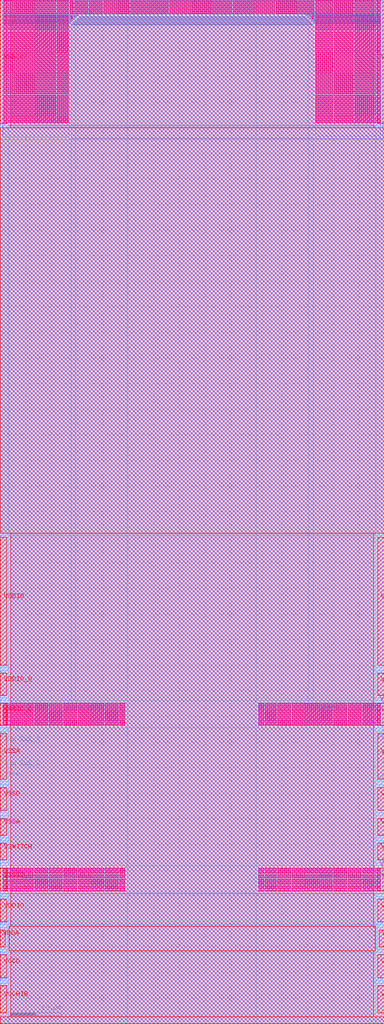
<source format=lef>
# Copyright 2020 The SkyWater PDK Authors
#
# Licensed under the Apache License, Version 2.0 (the "License");
# you may not use this file except in compliance with the License.
# You may obtain a copy of the License at
#
#     https://www.apache.org/licenses/LICENSE-2.0
#
# Unless required by applicable law or agreed to in writing, software
# distributed under the License is distributed on an "AS IS" BASIS,
# WITHOUT WARRANTIES OR CONDITIONS OF ANY KIND, either express or implied.
# See the License for the specific language governing permissions and
# limitations under the License.
#
# SPDX-License-Identifier: Apache-2.0

VERSION 5.5 ;
NAMESCASESENSITIVE ON ;
BUSBITCHARS "[]" ;
DIVIDERCHAR "/" ;
MACRO sky130_fd_io__overlay_vssio_hvc
  CLASS PAD ;
  SOURCE USER ;
  ORIGIN  0.000000  0.000000 ;
  SIZE 75 BY 200 ;
  SYMMETRY X Y R90 ;
  PIN AMUXBUS_A
    DIRECTION INOUT ;
    USE SIGNAL ;
    PORT
      LAYER met4 ;
        RECT 0.000000 53.125000 1.270000 56.105000 ;
    END
    PORT
      LAYER met4 ;
        RECT 73.730000 53.125000 75.000000 56.105000 ;
    END
  END AMUXBUS_A
  PIN AMUXBUS_B
    DIRECTION INOUT ;
    USE SIGNAL ;
    PORT
      LAYER met4 ;
        RECT 0.000000 48.365000 1.270000 51.345000 ;
    END
    PORT
      LAYER met4 ;
        RECT 73.730000 48.365000 75.000000 51.345000 ;
    END
  END AMUXBUS_B
  PIN VCCD
    DIRECTION INOUT ;
    USE POWER ;
    PORT
      LAYER met4 ;
        RECT 0.000000 8.885000 1.270000 13.535000 ;
    END
    PORT
      LAYER met4 ;
        RECT 73.730000 8.885000 75.000000 13.535000 ;
    END
    PORT
      LAYER met5 ;
        RECT 0.000000 8.985000 1.270000 13.435000 ;
    END
    PORT
      LAYER met5 ;
        RECT 73.730000 8.985000 75.000000 13.435000 ;
    END
  END VCCD
  PIN VCCHIB
    DIRECTION INOUT ;
    USE POWER ;
    PORT
      LAYER met4 ;
        RECT 0.000000 2.035000 1.270000 7.485000 ;
    END
    PORT
      LAYER met4 ;
        RECT 73.730000 2.035000 75.000000 7.485000 ;
    END
    PORT
      LAYER met5 ;
        RECT 0.000000 2.135000 1.270000 7.385000 ;
    END
    PORT
      LAYER met5 ;
        RECT 73.730000 2.135000 75.000000 7.385000 ;
    END
  END VCCHIB
  PIN VDDA
    DIRECTION INOUT ;
    USE POWER ;
    PORT
      LAYER met4 ;
        RECT 0.000000 14.935000 0.965000 18.385000 ;
    END
    PORT
      LAYER met4 ;
        RECT 74.035000 14.935000 75.000000 18.385000 ;
    END
    PORT
      LAYER met5 ;
        RECT 0.000000 15.035000 0.965000 18.285000 ;
    END
    PORT
      LAYER met5 ;
        RECT 74.035000 15.035000 75.000000 18.285000 ;
    END
  END VDDA
  PIN VDDIO
    DIRECTION INOUT ;
    USE POWER ;
    PORT
      LAYER met4 ;
        RECT 0.000000 19.785000 1.270000 24.435000 ;
    END
    PORT
      LAYER met4 ;
        RECT 0.000000 70.035000 1.270000 95.000000 ;
    END
    PORT
      LAYER met4 ;
        RECT 73.730000 19.785000 75.000000 24.435000 ;
    END
    PORT
      LAYER met4 ;
        RECT 73.730000 70.035000 75.000000 95.000000 ;
    END
    PORT
      LAYER met5 ;
        RECT 0.000000 19.885000 1.270000 24.335000 ;
    END
    PORT
      LAYER met5 ;
        RECT 0.000000 70.035000 1.270000 94.985000 ;
    END
    PORT
      LAYER met5 ;
        RECT 73.730000 19.885000 75.000000 24.335000 ;
    END
    PORT
      LAYER met5 ;
        RECT 73.730000 70.035000 75.000000 94.985000 ;
    END
  END VDDIO
  PIN VDDIO_Q
    DIRECTION INOUT ;
    USE POWER ;
    PORT
      LAYER met4 ;
        RECT 0.000000 64.085000 1.270000 68.535000 ;
    END
    PORT
      LAYER met4 ;
        RECT 73.730000 64.085000 75.000000 68.535000 ;
    END
    PORT
      LAYER met5 ;
        RECT 0.000000 64.185000 1.270000 68.435000 ;
    END
    PORT
      LAYER met5 ;
        RECT 73.730000 64.185000 75.000000 68.435000 ;
    END
  END VDDIO_Q
  PIN VSSA
    DIRECTION INOUT ;
    USE GROUND ;
    PORT
      LAYER met4 ;
        RECT 0.000000 36.735000 1.270000 40.185000 ;
    END
    PORT
      LAYER met4 ;
        RECT 0.000000 47.735000 1.270000 48.065000 ;
    END
    PORT
      LAYER met4 ;
        RECT 0.000000 51.645000 1.270000 52.825000 ;
    END
    PORT
      LAYER met4 ;
        RECT 0.000000 56.405000 1.270000 56.735000 ;
    END
    PORT
      LAYER met4 ;
        RECT 73.730000 36.735000 75.000000 40.185000 ;
    END
    PORT
      LAYER met4 ;
        RECT 73.730000 47.735000 75.000000 48.065000 ;
    END
    PORT
      LAYER met4 ;
        RECT 73.730000 51.645000 75.000000 52.825000 ;
    END
    PORT
      LAYER met4 ;
        RECT 73.730000 56.405000 75.000000 56.735000 ;
    END
    PORT
      LAYER met5 ;
        RECT 0.000000 36.840000 1.270000 40.085000 ;
    END
    PORT
      LAYER met5 ;
        RECT 0.000000 47.735000 1.270000 56.735000 ;
    END
    PORT
      LAYER met5 ;
        RECT 73.730000 36.840000 75.000000 40.085000 ;
    END
    PORT
      LAYER met5 ;
        RECT 73.730000 47.735000 75.000000 56.735000 ;
    END
  END VSSA
  PIN VSSD
    DIRECTION INOUT ;
    USE GROUND ;
    PORT
      LAYER met4 ;
        RECT 0.000000 41.585000 1.270000 46.235000 ;
    END
    PORT
      LAYER met4 ;
        RECT 73.730000 41.585000 75.000000 46.235000 ;
    END
    PORT
      LAYER met5 ;
        RECT 0.000000 41.685000 1.270000 46.135000 ;
    END
    PORT
      LAYER met5 ;
        RECT 73.730000 41.685000 75.000000 46.135000 ;
    END
  END VSSD
  PIN VSSIO
    DIRECTION INOUT ;
    USE GROUND ;
    PORT
      LAYER met3 ;
        RECT  0.495000 173.155000 13.500000 195.340000 ;
        RECT  0.495000 195.340000 13.500000 195.490000 ;
        RECT  0.495000 195.490000 13.650000 195.640000 ;
        RECT  0.495000 195.640000 13.800000 195.790000 ;
        RECT  0.495000 195.790000 13.950000 195.940000 ;
        RECT  0.495000 195.940000 14.100000 196.090000 ;
        RECT  0.495000 196.090000 14.250000 196.240000 ;
        RECT  0.495000 196.240000 14.400000 196.390000 ;
        RECT  0.495000 196.390000 14.550000 196.540000 ;
        RECT  0.495000 196.540000 14.700000 196.690000 ;
        RECT  0.495000 196.690000 14.850000 196.840000 ;
        RECT  0.495000 196.840000 15.000000 196.990000 ;
        RECT  0.495000 196.990000 15.150000 197.140000 ;
        RECT  0.495000 197.140000 15.300000 197.175000 ;
        RECT  0.495000 197.175000 74.290000 200.000000 ;
        RECT 59.700000 197.110000 74.290000 197.175000 ;
        RECT 59.850000 196.960000 74.290000 197.110000 ;
        RECT 60.000000 196.810000 74.290000 196.960000 ;
        RECT 60.150000 196.660000 74.290000 196.810000 ;
        RECT 60.300000 196.510000 74.290000 196.660000 ;
        RECT 60.450000 196.360000 74.290000 196.510000 ;
        RECT 60.600000 196.210000 74.290000 196.360000 ;
        RECT 60.750000 196.060000 74.290000 196.210000 ;
        RECT 60.900000 195.910000 74.290000 196.060000 ;
        RECT 61.050000 195.760000 74.290000 195.910000 ;
        RECT 61.200000 195.610000 74.290000 195.760000 ;
        RECT 61.350000 195.460000 74.290000 195.610000 ;
        RECT 61.500000 173.320000 74.290000 195.310000 ;
        RECT 61.500000 195.310000 74.290000 195.460000 ;
    END
    PORT
      LAYER met3 ;
        RECT 0.495000 25.840000 24.395000 30.480000 ;
    END
    PORT
      LAYER met3 ;
        RECT 50.390000 25.840000 74.290000 30.480000 ;
    END
    PORT
      LAYER met4 ;
        RECT 0.000000 175.785000  1.270000 175.930000 ;
        RECT 0.000000 175.930000 13.475000 199.920000 ;
        RECT 0.000000 199.920000  1.270000 200.000000 ;
    END
    PORT
      LAYER met4 ;
        RECT 0.000000 25.835000 24.370000 30.485000 ;
    END
    PORT
      LAYER met4 ;
        RECT 13.595000 196.230000 14.255000 196.970000 ;
    END
    PORT
      LAYER met4 ;
        RECT 13.630000 197.170000 61.325000 199.930000 ;
    END
    PORT
      LAYER met4 ;
        RECT 50.415000 25.835000 75.000000 30.485000 ;
    END
    PORT
      LAYER met4 ;
        RECT 60.680000 196.230000 61.340000 196.970000 ;
    END
    PORT
      LAYER met4 ;
        RECT 61.505000 175.930000 75.000000 199.920000 ;
        RECT 73.730000 175.785000 75.000000 175.930000 ;
        RECT 73.730000 199.920000 75.000000 200.000000 ;
    END
    PORT
      LAYER met5 ;
        RECT 0.000000 175.785000 1.270000 200.000000 ;
    END
    PORT
      LAYER met5 ;
        RECT 0.000000 25.935000 1.270000 30.385000 ;
    END
    PORT
      LAYER met5 ;
        RECT 73.730000 175.785000 75.000000 200.000000 ;
    END
    PORT
      LAYER met5 ;
        RECT 73.730000 25.935000 75.000000 30.385000 ;
    END
    PORT
      LAYER via3 ;
        RECT  0.585000  25.910000  0.785000  26.110000 ;
        RECT  0.585000  26.340000  0.785000  26.540000 ;
        RECT  0.585000  26.770000  0.785000  26.970000 ;
        RECT  0.585000  27.200000  0.785000  27.400000 ;
        RECT  0.585000  27.630000  0.785000  27.830000 ;
        RECT  0.585000  28.060000  0.785000  28.260000 ;
        RECT  0.585000  28.490000  0.785000  28.690000 ;
        RECT  0.585000  28.920000  0.785000  29.120000 ;
        RECT  0.585000  29.350000  0.785000  29.550000 ;
        RECT  0.585000  29.780000  0.785000  29.980000 ;
        RECT  0.585000  30.210000  0.785000  30.410000 ;
        RECT  0.685000 175.995000  0.885000 176.195000 ;
        RECT  0.685000 176.395000  0.885000 176.595000 ;
        RECT  0.685000 176.795000  0.885000 176.995000 ;
        RECT  0.685000 177.195000  0.885000 177.395000 ;
        RECT  0.685000 177.595000  0.885000 177.795000 ;
        RECT  0.685000 177.995000  0.885000 178.195000 ;
        RECT  0.685000 178.395000  0.885000 178.595000 ;
        RECT  0.685000 178.795000  0.885000 178.995000 ;
        RECT  0.685000 179.195000  0.885000 179.395000 ;
        RECT  0.685000 179.595000  0.885000 179.795000 ;
        RECT  0.685000 179.995000  0.885000 180.195000 ;
        RECT  0.685000 180.395000  0.885000 180.595000 ;
        RECT  0.685000 180.795000  0.885000 180.995000 ;
        RECT  0.685000 181.195000  0.885000 181.395000 ;
        RECT  0.685000 181.595000  0.885000 181.795000 ;
        RECT  0.685000 181.995000  0.885000 182.195000 ;
        RECT  0.685000 182.395000  0.885000 182.595000 ;
        RECT  0.685000 182.795000  0.885000 182.995000 ;
        RECT  0.685000 183.195000  0.885000 183.395000 ;
        RECT  0.685000 183.595000  0.885000 183.795000 ;
        RECT  0.685000 183.995000  0.885000 184.195000 ;
        RECT  0.685000 184.395000  0.885000 184.595000 ;
        RECT  0.685000 184.795000  0.885000 184.995000 ;
        RECT  0.685000 185.195000  0.885000 185.395000 ;
        RECT  0.685000 185.595000  0.885000 185.795000 ;
        RECT  0.685000 185.995000  0.885000 186.195000 ;
        RECT  0.685000 186.395000  0.885000 186.595000 ;
        RECT  0.685000 186.795000  0.885000 186.995000 ;
        RECT  0.685000 187.195000  0.885000 187.395000 ;
        RECT  0.685000 187.595000  0.885000 187.795000 ;
        RECT  0.685000 187.995000  0.885000 188.195000 ;
        RECT  0.685000 188.395000  0.885000 188.595000 ;
        RECT  0.685000 188.795000  0.885000 188.995000 ;
        RECT  0.685000 189.195000  0.885000 189.395000 ;
        RECT  0.685000 189.595000  0.885000 189.795000 ;
        RECT  0.685000 189.995000  0.885000 190.195000 ;
        RECT  0.685000 190.395000  0.885000 190.595000 ;
        RECT  0.685000 190.795000  0.885000 190.995000 ;
        RECT  0.685000 191.195000  0.885000 191.395000 ;
        RECT  0.685000 191.595000  0.885000 191.795000 ;
        RECT  0.685000 191.995000  0.885000 192.195000 ;
        RECT  0.685000 192.395000  0.885000 192.595000 ;
        RECT  0.685000 192.795000  0.885000 192.995000 ;
        RECT  0.685000 193.195000  0.885000 193.395000 ;
        RECT  0.685000 193.595000  0.885000 193.795000 ;
        RECT  0.685000 193.995000  0.885000 194.195000 ;
        RECT  0.685000 194.395000  0.885000 194.595000 ;
        RECT  0.685000 194.795000  0.885000 194.995000 ;
        RECT  0.685000 195.200000  0.885000 195.400000 ;
        RECT  0.685000 195.605000  0.885000 195.805000 ;
        RECT  0.685000 196.010000  0.885000 196.210000 ;
        RECT  0.685000 196.415000  0.885000 196.615000 ;
        RECT  0.685000 196.820000  0.885000 197.020000 ;
        RECT  0.685000 197.225000  0.885000 197.425000 ;
        RECT  0.685000 197.630000  0.885000 197.830000 ;
        RECT  0.685000 198.035000  0.885000 198.235000 ;
        RECT  0.685000 198.440000  0.885000 198.640000 ;
        RECT  0.685000 198.845000  0.885000 199.045000 ;
        RECT  0.685000 199.250000  0.885000 199.450000 ;
        RECT  0.685000 199.655000  0.885000 199.855000 ;
        RECT  0.995000  25.910000  1.195000  26.110000 ;
        RECT  0.995000  26.340000  1.195000  26.540000 ;
        RECT  0.995000  26.770000  1.195000  26.970000 ;
        RECT  0.995000  27.200000  1.195000  27.400000 ;
        RECT  0.995000  27.630000  1.195000  27.830000 ;
        RECT  0.995000  28.060000  1.195000  28.260000 ;
        RECT  0.995000  28.490000  1.195000  28.690000 ;
        RECT  0.995000  28.920000  1.195000  29.120000 ;
        RECT  0.995000  29.350000  1.195000  29.550000 ;
        RECT  0.995000  29.780000  1.195000  29.980000 ;
        RECT  0.995000  30.210000  1.195000  30.410000 ;
        RECT  1.085000 175.995000  1.285000 176.195000 ;
        RECT  1.085000 176.395000  1.285000 176.595000 ;
        RECT  1.085000 176.795000  1.285000 176.995000 ;
        RECT  1.085000 177.195000  1.285000 177.395000 ;
        RECT  1.085000 177.595000  1.285000 177.795000 ;
        RECT  1.085000 177.995000  1.285000 178.195000 ;
        RECT  1.085000 178.395000  1.285000 178.595000 ;
        RECT  1.085000 178.795000  1.285000 178.995000 ;
        RECT  1.085000 179.195000  1.285000 179.395000 ;
        RECT  1.085000 179.595000  1.285000 179.795000 ;
        RECT  1.085000 179.995000  1.285000 180.195000 ;
        RECT  1.085000 180.395000  1.285000 180.595000 ;
        RECT  1.085000 180.795000  1.285000 180.995000 ;
        RECT  1.085000 181.195000  1.285000 181.395000 ;
        RECT  1.085000 181.595000  1.285000 181.795000 ;
        RECT  1.085000 181.995000  1.285000 182.195000 ;
        RECT  1.085000 182.395000  1.285000 182.595000 ;
        RECT  1.085000 182.795000  1.285000 182.995000 ;
        RECT  1.085000 183.195000  1.285000 183.395000 ;
        RECT  1.085000 183.595000  1.285000 183.795000 ;
        RECT  1.085000 183.995000  1.285000 184.195000 ;
        RECT  1.085000 184.395000  1.285000 184.595000 ;
        RECT  1.085000 184.795000  1.285000 184.995000 ;
        RECT  1.085000 185.195000  1.285000 185.395000 ;
        RECT  1.085000 185.595000  1.285000 185.795000 ;
        RECT  1.085000 185.995000  1.285000 186.195000 ;
        RECT  1.085000 186.395000  1.285000 186.595000 ;
        RECT  1.085000 186.795000  1.285000 186.995000 ;
        RECT  1.085000 187.195000  1.285000 187.395000 ;
        RECT  1.085000 187.595000  1.285000 187.795000 ;
        RECT  1.085000 187.995000  1.285000 188.195000 ;
        RECT  1.085000 188.395000  1.285000 188.595000 ;
        RECT  1.085000 188.795000  1.285000 188.995000 ;
        RECT  1.085000 189.195000  1.285000 189.395000 ;
        RECT  1.085000 189.595000  1.285000 189.795000 ;
        RECT  1.085000 189.995000  1.285000 190.195000 ;
        RECT  1.085000 190.395000  1.285000 190.595000 ;
        RECT  1.085000 190.795000  1.285000 190.995000 ;
        RECT  1.085000 191.195000  1.285000 191.395000 ;
        RECT  1.085000 191.595000  1.285000 191.795000 ;
        RECT  1.085000 191.995000  1.285000 192.195000 ;
        RECT  1.085000 192.395000  1.285000 192.595000 ;
        RECT  1.085000 192.795000  1.285000 192.995000 ;
        RECT  1.085000 193.195000  1.285000 193.395000 ;
        RECT  1.085000 193.595000  1.285000 193.795000 ;
        RECT  1.085000 193.995000  1.285000 194.195000 ;
        RECT  1.085000 194.395000  1.285000 194.595000 ;
        RECT  1.085000 194.795000  1.285000 194.995000 ;
        RECT  1.085000 195.200000  1.285000 195.400000 ;
        RECT  1.085000 195.605000  1.285000 195.805000 ;
        RECT  1.085000 196.010000  1.285000 196.210000 ;
        RECT  1.085000 196.415000  1.285000 196.615000 ;
        RECT  1.085000 196.820000  1.285000 197.020000 ;
        RECT  1.085000 197.225000  1.285000 197.425000 ;
        RECT  1.085000 197.630000  1.285000 197.830000 ;
        RECT  1.085000 198.035000  1.285000 198.235000 ;
        RECT  1.085000 198.440000  1.285000 198.640000 ;
        RECT  1.085000 198.845000  1.285000 199.045000 ;
        RECT  1.085000 199.250000  1.285000 199.450000 ;
        RECT  1.085000 199.655000  1.285000 199.855000 ;
        RECT  1.405000  25.910000  1.605000  26.110000 ;
        RECT  1.405000  26.340000  1.605000  26.540000 ;
        RECT  1.405000  26.770000  1.605000  26.970000 ;
        RECT  1.405000  27.200000  1.605000  27.400000 ;
        RECT  1.405000  27.630000  1.605000  27.830000 ;
        RECT  1.405000  28.060000  1.605000  28.260000 ;
        RECT  1.405000  28.490000  1.605000  28.690000 ;
        RECT  1.405000  28.920000  1.605000  29.120000 ;
        RECT  1.405000  29.350000  1.605000  29.550000 ;
        RECT  1.405000  29.780000  1.605000  29.980000 ;
        RECT  1.405000  30.210000  1.605000  30.410000 ;
        RECT  1.485000 175.995000  1.685000 176.195000 ;
        RECT  1.485000 176.395000  1.685000 176.595000 ;
        RECT  1.485000 176.795000  1.685000 176.995000 ;
        RECT  1.485000 177.195000  1.685000 177.395000 ;
        RECT  1.485000 177.595000  1.685000 177.795000 ;
        RECT  1.485000 177.995000  1.685000 178.195000 ;
        RECT  1.485000 178.395000  1.685000 178.595000 ;
        RECT  1.485000 178.795000  1.685000 178.995000 ;
        RECT  1.485000 179.195000  1.685000 179.395000 ;
        RECT  1.485000 179.595000  1.685000 179.795000 ;
        RECT  1.485000 179.995000  1.685000 180.195000 ;
        RECT  1.485000 180.395000  1.685000 180.595000 ;
        RECT  1.485000 180.795000  1.685000 180.995000 ;
        RECT  1.485000 181.195000  1.685000 181.395000 ;
        RECT  1.485000 181.595000  1.685000 181.795000 ;
        RECT  1.485000 181.995000  1.685000 182.195000 ;
        RECT  1.485000 182.395000  1.685000 182.595000 ;
        RECT  1.485000 182.795000  1.685000 182.995000 ;
        RECT  1.485000 183.195000  1.685000 183.395000 ;
        RECT  1.485000 183.595000  1.685000 183.795000 ;
        RECT  1.485000 183.995000  1.685000 184.195000 ;
        RECT  1.485000 184.395000  1.685000 184.595000 ;
        RECT  1.485000 184.795000  1.685000 184.995000 ;
        RECT  1.485000 185.195000  1.685000 185.395000 ;
        RECT  1.485000 185.595000  1.685000 185.795000 ;
        RECT  1.485000 185.995000  1.685000 186.195000 ;
        RECT  1.485000 186.395000  1.685000 186.595000 ;
        RECT  1.485000 186.795000  1.685000 186.995000 ;
        RECT  1.485000 187.195000  1.685000 187.395000 ;
        RECT  1.485000 187.595000  1.685000 187.795000 ;
        RECT  1.485000 187.995000  1.685000 188.195000 ;
        RECT  1.485000 188.395000  1.685000 188.595000 ;
        RECT  1.485000 188.795000  1.685000 188.995000 ;
        RECT  1.485000 189.195000  1.685000 189.395000 ;
        RECT  1.485000 189.595000  1.685000 189.795000 ;
        RECT  1.485000 189.995000  1.685000 190.195000 ;
        RECT  1.485000 190.395000  1.685000 190.595000 ;
        RECT  1.485000 190.795000  1.685000 190.995000 ;
        RECT  1.485000 191.195000  1.685000 191.395000 ;
        RECT  1.485000 191.595000  1.685000 191.795000 ;
        RECT  1.485000 191.995000  1.685000 192.195000 ;
        RECT  1.485000 192.395000  1.685000 192.595000 ;
        RECT  1.485000 192.795000  1.685000 192.995000 ;
        RECT  1.485000 193.195000  1.685000 193.395000 ;
        RECT  1.485000 193.595000  1.685000 193.795000 ;
        RECT  1.485000 193.995000  1.685000 194.195000 ;
        RECT  1.485000 194.395000  1.685000 194.595000 ;
        RECT  1.485000 194.795000  1.685000 194.995000 ;
        RECT  1.485000 195.200000  1.685000 195.400000 ;
        RECT  1.485000 195.605000  1.685000 195.805000 ;
        RECT  1.485000 196.010000  1.685000 196.210000 ;
        RECT  1.485000 196.415000  1.685000 196.615000 ;
        RECT  1.485000 196.820000  1.685000 197.020000 ;
        RECT  1.485000 197.225000  1.685000 197.425000 ;
        RECT  1.485000 197.630000  1.685000 197.830000 ;
        RECT  1.485000 198.035000  1.685000 198.235000 ;
        RECT  1.485000 198.440000  1.685000 198.640000 ;
        RECT  1.485000 198.845000  1.685000 199.045000 ;
        RECT  1.485000 199.250000  1.685000 199.450000 ;
        RECT  1.485000 199.655000  1.685000 199.855000 ;
        RECT  1.815000  25.910000  2.015000  26.110000 ;
        RECT  1.815000  26.340000  2.015000  26.540000 ;
        RECT  1.815000  26.770000  2.015000  26.970000 ;
        RECT  1.815000  27.200000  2.015000  27.400000 ;
        RECT  1.815000  27.630000  2.015000  27.830000 ;
        RECT  1.815000  28.060000  2.015000  28.260000 ;
        RECT  1.815000  28.490000  2.015000  28.690000 ;
        RECT  1.815000  28.920000  2.015000  29.120000 ;
        RECT  1.815000  29.350000  2.015000  29.550000 ;
        RECT  1.815000  29.780000  2.015000  29.980000 ;
        RECT  1.815000  30.210000  2.015000  30.410000 ;
        RECT  1.885000 175.995000  2.085000 176.195000 ;
        RECT  1.885000 176.395000  2.085000 176.595000 ;
        RECT  1.885000 176.795000  2.085000 176.995000 ;
        RECT  1.885000 177.195000  2.085000 177.395000 ;
        RECT  1.885000 177.595000  2.085000 177.795000 ;
        RECT  1.885000 177.995000  2.085000 178.195000 ;
        RECT  1.885000 178.395000  2.085000 178.595000 ;
        RECT  1.885000 178.795000  2.085000 178.995000 ;
        RECT  1.885000 179.195000  2.085000 179.395000 ;
        RECT  1.885000 179.595000  2.085000 179.795000 ;
        RECT  1.885000 179.995000  2.085000 180.195000 ;
        RECT  1.885000 180.395000  2.085000 180.595000 ;
        RECT  1.885000 180.795000  2.085000 180.995000 ;
        RECT  1.885000 181.195000  2.085000 181.395000 ;
        RECT  1.885000 181.595000  2.085000 181.795000 ;
        RECT  1.885000 181.995000  2.085000 182.195000 ;
        RECT  1.885000 182.395000  2.085000 182.595000 ;
        RECT  1.885000 182.795000  2.085000 182.995000 ;
        RECT  1.885000 183.195000  2.085000 183.395000 ;
        RECT  1.885000 183.595000  2.085000 183.795000 ;
        RECT  1.885000 183.995000  2.085000 184.195000 ;
        RECT  1.885000 184.395000  2.085000 184.595000 ;
        RECT  1.885000 184.795000  2.085000 184.995000 ;
        RECT  1.885000 185.195000  2.085000 185.395000 ;
        RECT  1.885000 185.595000  2.085000 185.795000 ;
        RECT  1.885000 185.995000  2.085000 186.195000 ;
        RECT  1.885000 186.395000  2.085000 186.595000 ;
        RECT  1.885000 186.795000  2.085000 186.995000 ;
        RECT  1.885000 187.195000  2.085000 187.395000 ;
        RECT  1.885000 187.595000  2.085000 187.795000 ;
        RECT  1.885000 187.995000  2.085000 188.195000 ;
        RECT  1.885000 188.395000  2.085000 188.595000 ;
        RECT  1.885000 188.795000  2.085000 188.995000 ;
        RECT  1.885000 189.195000  2.085000 189.395000 ;
        RECT  1.885000 189.595000  2.085000 189.795000 ;
        RECT  1.885000 189.995000  2.085000 190.195000 ;
        RECT  1.885000 190.395000  2.085000 190.595000 ;
        RECT  1.885000 190.795000  2.085000 190.995000 ;
        RECT  1.885000 191.195000  2.085000 191.395000 ;
        RECT  1.885000 191.595000  2.085000 191.795000 ;
        RECT  1.885000 191.995000  2.085000 192.195000 ;
        RECT  1.885000 192.395000  2.085000 192.595000 ;
        RECT  1.885000 192.795000  2.085000 192.995000 ;
        RECT  1.885000 193.195000  2.085000 193.395000 ;
        RECT  1.885000 193.595000  2.085000 193.795000 ;
        RECT  1.885000 193.995000  2.085000 194.195000 ;
        RECT  1.885000 194.395000  2.085000 194.595000 ;
        RECT  1.885000 194.795000  2.085000 194.995000 ;
        RECT  1.885000 195.200000  2.085000 195.400000 ;
        RECT  1.885000 195.605000  2.085000 195.805000 ;
        RECT  1.885000 196.010000  2.085000 196.210000 ;
        RECT  1.885000 196.415000  2.085000 196.615000 ;
        RECT  1.885000 196.820000  2.085000 197.020000 ;
        RECT  1.885000 197.225000  2.085000 197.425000 ;
        RECT  1.885000 197.630000  2.085000 197.830000 ;
        RECT  1.885000 198.035000  2.085000 198.235000 ;
        RECT  1.885000 198.440000  2.085000 198.640000 ;
        RECT  1.885000 198.845000  2.085000 199.045000 ;
        RECT  1.885000 199.250000  2.085000 199.450000 ;
        RECT  1.885000 199.655000  2.085000 199.855000 ;
        RECT  2.225000  25.910000  2.425000  26.110000 ;
        RECT  2.225000  26.340000  2.425000  26.540000 ;
        RECT  2.225000  26.770000  2.425000  26.970000 ;
        RECT  2.225000  27.200000  2.425000  27.400000 ;
        RECT  2.225000  27.630000  2.425000  27.830000 ;
        RECT  2.225000  28.060000  2.425000  28.260000 ;
        RECT  2.225000  28.490000  2.425000  28.690000 ;
        RECT  2.225000  28.920000  2.425000  29.120000 ;
        RECT  2.225000  29.350000  2.425000  29.550000 ;
        RECT  2.225000  29.780000  2.425000  29.980000 ;
        RECT  2.225000  30.210000  2.425000  30.410000 ;
        RECT  2.285000 175.995000  2.485000 176.195000 ;
        RECT  2.285000 176.395000  2.485000 176.595000 ;
        RECT  2.285000 176.795000  2.485000 176.995000 ;
        RECT  2.285000 177.195000  2.485000 177.395000 ;
        RECT  2.285000 177.595000  2.485000 177.795000 ;
        RECT  2.285000 177.995000  2.485000 178.195000 ;
        RECT  2.285000 178.395000  2.485000 178.595000 ;
        RECT  2.285000 178.795000  2.485000 178.995000 ;
        RECT  2.285000 179.195000  2.485000 179.395000 ;
        RECT  2.285000 179.595000  2.485000 179.795000 ;
        RECT  2.285000 179.995000  2.485000 180.195000 ;
        RECT  2.285000 180.395000  2.485000 180.595000 ;
        RECT  2.285000 180.795000  2.485000 180.995000 ;
        RECT  2.285000 181.195000  2.485000 181.395000 ;
        RECT  2.285000 181.595000  2.485000 181.795000 ;
        RECT  2.285000 181.995000  2.485000 182.195000 ;
        RECT  2.285000 182.395000  2.485000 182.595000 ;
        RECT  2.285000 182.795000  2.485000 182.995000 ;
        RECT  2.285000 183.195000  2.485000 183.395000 ;
        RECT  2.285000 183.595000  2.485000 183.795000 ;
        RECT  2.285000 183.995000  2.485000 184.195000 ;
        RECT  2.285000 184.395000  2.485000 184.595000 ;
        RECT  2.285000 184.795000  2.485000 184.995000 ;
        RECT  2.285000 185.195000  2.485000 185.395000 ;
        RECT  2.285000 185.595000  2.485000 185.795000 ;
        RECT  2.285000 185.995000  2.485000 186.195000 ;
        RECT  2.285000 186.395000  2.485000 186.595000 ;
        RECT  2.285000 186.795000  2.485000 186.995000 ;
        RECT  2.285000 187.195000  2.485000 187.395000 ;
        RECT  2.285000 187.595000  2.485000 187.795000 ;
        RECT  2.285000 187.995000  2.485000 188.195000 ;
        RECT  2.285000 188.395000  2.485000 188.595000 ;
        RECT  2.285000 188.795000  2.485000 188.995000 ;
        RECT  2.285000 189.195000  2.485000 189.395000 ;
        RECT  2.285000 189.595000  2.485000 189.795000 ;
        RECT  2.285000 189.995000  2.485000 190.195000 ;
        RECT  2.285000 190.395000  2.485000 190.595000 ;
        RECT  2.285000 190.795000  2.485000 190.995000 ;
        RECT  2.285000 191.195000  2.485000 191.395000 ;
        RECT  2.285000 191.595000  2.485000 191.795000 ;
        RECT  2.285000 191.995000  2.485000 192.195000 ;
        RECT  2.285000 192.395000  2.485000 192.595000 ;
        RECT  2.285000 192.795000  2.485000 192.995000 ;
        RECT  2.285000 193.195000  2.485000 193.395000 ;
        RECT  2.285000 193.595000  2.485000 193.795000 ;
        RECT  2.285000 193.995000  2.485000 194.195000 ;
        RECT  2.285000 194.395000  2.485000 194.595000 ;
        RECT  2.285000 194.795000  2.485000 194.995000 ;
        RECT  2.285000 195.200000  2.485000 195.400000 ;
        RECT  2.285000 195.605000  2.485000 195.805000 ;
        RECT  2.285000 196.010000  2.485000 196.210000 ;
        RECT  2.285000 196.415000  2.485000 196.615000 ;
        RECT  2.285000 196.820000  2.485000 197.020000 ;
        RECT  2.285000 197.225000  2.485000 197.425000 ;
        RECT  2.285000 197.630000  2.485000 197.830000 ;
        RECT  2.285000 198.035000  2.485000 198.235000 ;
        RECT  2.285000 198.440000  2.485000 198.640000 ;
        RECT  2.285000 198.845000  2.485000 199.045000 ;
        RECT  2.285000 199.250000  2.485000 199.450000 ;
        RECT  2.285000 199.655000  2.485000 199.855000 ;
        RECT  2.635000  25.910000  2.835000  26.110000 ;
        RECT  2.635000  26.340000  2.835000  26.540000 ;
        RECT  2.635000  26.770000  2.835000  26.970000 ;
        RECT  2.635000  27.200000  2.835000  27.400000 ;
        RECT  2.635000  27.630000  2.835000  27.830000 ;
        RECT  2.635000  28.060000  2.835000  28.260000 ;
        RECT  2.635000  28.490000  2.835000  28.690000 ;
        RECT  2.635000  28.920000  2.835000  29.120000 ;
        RECT  2.635000  29.350000  2.835000  29.550000 ;
        RECT  2.635000  29.780000  2.835000  29.980000 ;
        RECT  2.635000  30.210000  2.835000  30.410000 ;
        RECT  2.685000 175.995000  2.885000 176.195000 ;
        RECT  2.685000 176.395000  2.885000 176.595000 ;
        RECT  2.685000 176.795000  2.885000 176.995000 ;
        RECT  2.685000 177.195000  2.885000 177.395000 ;
        RECT  2.685000 177.595000  2.885000 177.795000 ;
        RECT  2.685000 177.995000  2.885000 178.195000 ;
        RECT  2.685000 178.395000  2.885000 178.595000 ;
        RECT  2.685000 178.795000  2.885000 178.995000 ;
        RECT  2.685000 179.195000  2.885000 179.395000 ;
        RECT  2.685000 179.595000  2.885000 179.795000 ;
        RECT  2.685000 179.995000  2.885000 180.195000 ;
        RECT  2.685000 180.395000  2.885000 180.595000 ;
        RECT  2.685000 180.795000  2.885000 180.995000 ;
        RECT  2.685000 181.195000  2.885000 181.395000 ;
        RECT  2.685000 181.595000  2.885000 181.795000 ;
        RECT  2.685000 181.995000  2.885000 182.195000 ;
        RECT  2.685000 182.395000  2.885000 182.595000 ;
        RECT  2.685000 182.795000  2.885000 182.995000 ;
        RECT  2.685000 183.195000  2.885000 183.395000 ;
        RECT  2.685000 183.595000  2.885000 183.795000 ;
        RECT  2.685000 183.995000  2.885000 184.195000 ;
        RECT  2.685000 184.395000  2.885000 184.595000 ;
        RECT  2.685000 184.795000  2.885000 184.995000 ;
        RECT  2.685000 185.195000  2.885000 185.395000 ;
        RECT  2.685000 185.595000  2.885000 185.795000 ;
        RECT  2.685000 185.995000  2.885000 186.195000 ;
        RECT  2.685000 186.395000  2.885000 186.595000 ;
        RECT  2.685000 186.795000  2.885000 186.995000 ;
        RECT  2.685000 187.195000  2.885000 187.395000 ;
        RECT  2.685000 187.595000  2.885000 187.795000 ;
        RECT  2.685000 187.995000  2.885000 188.195000 ;
        RECT  2.685000 188.395000  2.885000 188.595000 ;
        RECT  2.685000 188.795000  2.885000 188.995000 ;
        RECT  2.685000 189.195000  2.885000 189.395000 ;
        RECT  2.685000 189.595000  2.885000 189.795000 ;
        RECT  2.685000 189.995000  2.885000 190.195000 ;
        RECT  2.685000 190.395000  2.885000 190.595000 ;
        RECT  2.685000 190.795000  2.885000 190.995000 ;
        RECT  2.685000 191.195000  2.885000 191.395000 ;
        RECT  2.685000 191.595000  2.885000 191.795000 ;
        RECT  2.685000 191.995000  2.885000 192.195000 ;
        RECT  2.685000 192.395000  2.885000 192.595000 ;
        RECT  2.685000 192.795000  2.885000 192.995000 ;
        RECT  2.685000 193.195000  2.885000 193.395000 ;
        RECT  2.685000 193.595000  2.885000 193.795000 ;
        RECT  2.685000 193.995000  2.885000 194.195000 ;
        RECT  2.685000 194.395000  2.885000 194.595000 ;
        RECT  2.685000 194.795000  2.885000 194.995000 ;
        RECT  2.685000 195.200000  2.885000 195.400000 ;
        RECT  2.685000 195.605000  2.885000 195.805000 ;
        RECT  2.685000 196.010000  2.885000 196.210000 ;
        RECT  2.685000 196.415000  2.885000 196.615000 ;
        RECT  2.685000 196.820000  2.885000 197.020000 ;
        RECT  2.685000 197.225000  2.885000 197.425000 ;
        RECT  2.685000 197.630000  2.885000 197.830000 ;
        RECT  2.685000 198.035000  2.885000 198.235000 ;
        RECT  2.685000 198.440000  2.885000 198.640000 ;
        RECT  2.685000 198.845000  2.885000 199.045000 ;
        RECT  2.685000 199.250000  2.885000 199.450000 ;
        RECT  2.685000 199.655000  2.885000 199.855000 ;
        RECT  3.045000  25.910000  3.245000  26.110000 ;
        RECT  3.045000  26.340000  3.245000  26.540000 ;
        RECT  3.045000  26.770000  3.245000  26.970000 ;
        RECT  3.045000  27.200000  3.245000  27.400000 ;
        RECT  3.045000  27.630000  3.245000  27.830000 ;
        RECT  3.045000  28.060000  3.245000  28.260000 ;
        RECT  3.045000  28.490000  3.245000  28.690000 ;
        RECT  3.045000  28.920000  3.245000  29.120000 ;
        RECT  3.045000  29.350000  3.245000  29.550000 ;
        RECT  3.045000  29.780000  3.245000  29.980000 ;
        RECT  3.045000  30.210000  3.245000  30.410000 ;
        RECT  3.085000 175.995000  3.285000 176.195000 ;
        RECT  3.085000 176.395000  3.285000 176.595000 ;
        RECT  3.085000 176.795000  3.285000 176.995000 ;
        RECT  3.085000 177.195000  3.285000 177.395000 ;
        RECT  3.085000 177.595000  3.285000 177.795000 ;
        RECT  3.085000 177.995000  3.285000 178.195000 ;
        RECT  3.085000 178.395000  3.285000 178.595000 ;
        RECT  3.085000 178.795000  3.285000 178.995000 ;
        RECT  3.085000 179.195000  3.285000 179.395000 ;
        RECT  3.085000 179.595000  3.285000 179.795000 ;
        RECT  3.085000 179.995000  3.285000 180.195000 ;
        RECT  3.085000 180.395000  3.285000 180.595000 ;
        RECT  3.085000 180.795000  3.285000 180.995000 ;
        RECT  3.085000 181.195000  3.285000 181.395000 ;
        RECT  3.085000 181.595000  3.285000 181.795000 ;
        RECT  3.085000 181.995000  3.285000 182.195000 ;
        RECT  3.085000 182.395000  3.285000 182.595000 ;
        RECT  3.085000 182.795000  3.285000 182.995000 ;
        RECT  3.085000 183.195000  3.285000 183.395000 ;
        RECT  3.085000 183.595000  3.285000 183.795000 ;
        RECT  3.085000 183.995000  3.285000 184.195000 ;
        RECT  3.085000 184.395000  3.285000 184.595000 ;
        RECT  3.085000 184.795000  3.285000 184.995000 ;
        RECT  3.085000 185.195000  3.285000 185.395000 ;
        RECT  3.085000 185.595000  3.285000 185.795000 ;
        RECT  3.085000 185.995000  3.285000 186.195000 ;
        RECT  3.085000 186.395000  3.285000 186.595000 ;
        RECT  3.085000 186.795000  3.285000 186.995000 ;
        RECT  3.085000 187.195000  3.285000 187.395000 ;
        RECT  3.085000 187.595000  3.285000 187.795000 ;
        RECT  3.085000 187.995000  3.285000 188.195000 ;
        RECT  3.085000 188.395000  3.285000 188.595000 ;
        RECT  3.085000 188.795000  3.285000 188.995000 ;
        RECT  3.085000 189.195000  3.285000 189.395000 ;
        RECT  3.085000 189.595000  3.285000 189.795000 ;
        RECT  3.085000 189.995000  3.285000 190.195000 ;
        RECT  3.085000 190.395000  3.285000 190.595000 ;
        RECT  3.085000 190.795000  3.285000 190.995000 ;
        RECT  3.085000 191.195000  3.285000 191.395000 ;
        RECT  3.085000 191.595000  3.285000 191.795000 ;
        RECT  3.085000 191.995000  3.285000 192.195000 ;
        RECT  3.085000 192.395000  3.285000 192.595000 ;
        RECT  3.085000 192.795000  3.285000 192.995000 ;
        RECT  3.085000 193.195000  3.285000 193.395000 ;
        RECT  3.085000 193.595000  3.285000 193.795000 ;
        RECT  3.085000 193.995000  3.285000 194.195000 ;
        RECT  3.085000 194.395000  3.285000 194.595000 ;
        RECT  3.085000 194.795000  3.285000 194.995000 ;
        RECT  3.085000 195.200000  3.285000 195.400000 ;
        RECT  3.085000 195.605000  3.285000 195.805000 ;
        RECT  3.085000 196.010000  3.285000 196.210000 ;
        RECT  3.085000 196.415000  3.285000 196.615000 ;
        RECT  3.085000 196.820000  3.285000 197.020000 ;
        RECT  3.085000 197.225000  3.285000 197.425000 ;
        RECT  3.085000 197.630000  3.285000 197.830000 ;
        RECT  3.085000 198.035000  3.285000 198.235000 ;
        RECT  3.085000 198.440000  3.285000 198.640000 ;
        RECT  3.085000 198.845000  3.285000 199.045000 ;
        RECT  3.085000 199.250000  3.285000 199.450000 ;
        RECT  3.085000 199.655000  3.285000 199.855000 ;
        RECT  3.450000  25.910000  3.650000  26.110000 ;
        RECT  3.450000  26.340000  3.650000  26.540000 ;
        RECT  3.450000  26.770000  3.650000  26.970000 ;
        RECT  3.450000  27.200000  3.650000  27.400000 ;
        RECT  3.450000  27.630000  3.650000  27.830000 ;
        RECT  3.450000  28.060000  3.650000  28.260000 ;
        RECT  3.450000  28.490000  3.650000  28.690000 ;
        RECT  3.450000  28.920000  3.650000  29.120000 ;
        RECT  3.450000  29.350000  3.650000  29.550000 ;
        RECT  3.450000  29.780000  3.650000  29.980000 ;
        RECT  3.450000  30.210000  3.650000  30.410000 ;
        RECT  3.485000 175.995000  3.685000 176.195000 ;
        RECT  3.485000 176.395000  3.685000 176.595000 ;
        RECT  3.485000 176.795000  3.685000 176.995000 ;
        RECT  3.485000 177.195000  3.685000 177.395000 ;
        RECT  3.485000 177.595000  3.685000 177.795000 ;
        RECT  3.485000 177.995000  3.685000 178.195000 ;
        RECT  3.485000 178.395000  3.685000 178.595000 ;
        RECT  3.485000 178.795000  3.685000 178.995000 ;
        RECT  3.485000 179.195000  3.685000 179.395000 ;
        RECT  3.485000 179.595000  3.685000 179.795000 ;
        RECT  3.485000 179.995000  3.685000 180.195000 ;
        RECT  3.485000 180.395000  3.685000 180.595000 ;
        RECT  3.485000 180.795000  3.685000 180.995000 ;
        RECT  3.485000 181.195000  3.685000 181.395000 ;
        RECT  3.485000 181.595000  3.685000 181.795000 ;
        RECT  3.485000 181.995000  3.685000 182.195000 ;
        RECT  3.485000 182.395000  3.685000 182.595000 ;
        RECT  3.485000 182.795000  3.685000 182.995000 ;
        RECT  3.485000 183.195000  3.685000 183.395000 ;
        RECT  3.485000 183.595000  3.685000 183.795000 ;
        RECT  3.485000 183.995000  3.685000 184.195000 ;
        RECT  3.485000 184.395000  3.685000 184.595000 ;
        RECT  3.485000 184.795000  3.685000 184.995000 ;
        RECT  3.485000 185.195000  3.685000 185.395000 ;
        RECT  3.485000 185.595000  3.685000 185.795000 ;
        RECT  3.485000 185.995000  3.685000 186.195000 ;
        RECT  3.485000 186.395000  3.685000 186.595000 ;
        RECT  3.485000 186.795000  3.685000 186.995000 ;
        RECT  3.485000 187.195000  3.685000 187.395000 ;
        RECT  3.485000 187.595000  3.685000 187.795000 ;
        RECT  3.485000 187.995000  3.685000 188.195000 ;
        RECT  3.485000 188.395000  3.685000 188.595000 ;
        RECT  3.485000 188.795000  3.685000 188.995000 ;
        RECT  3.485000 189.195000  3.685000 189.395000 ;
        RECT  3.485000 189.595000  3.685000 189.795000 ;
        RECT  3.485000 189.995000  3.685000 190.195000 ;
        RECT  3.485000 190.395000  3.685000 190.595000 ;
        RECT  3.485000 190.795000  3.685000 190.995000 ;
        RECT  3.485000 191.195000  3.685000 191.395000 ;
        RECT  3.485000 191.595000  3.685000 191.795000 ;
        RECT  3.485000 191.995000  3.685000 192.195000 ;
        RECT  3.485000 192.395000  3.685000 192.595000 ;
        RECT  3.485000 192.795000  3.685000 192.995000 ;
        RECT  3.485000 193.195000  3.685000 193.395000 ;
        RECT  3.485000 193.595000  3.685000 193.795000 ;
        RECT  3.485000 193.995000  3.685000 194.195000 ;
        RECT  3.485000 194.395000  3.685000 194.595000 ;
        RECT  3.485000 194.795000  3.685000 194.995000 ;
        RECT  3.485000 195.200000  3.685000 195.400000 ;
        RECT  3.485000 195.605000  3.685000 195.805000 ;
        RECT  3.485000 196.010000  3.685000 196.210000 ;
        RECT  3.485000 196.415000  3.685000 196.615000 ;
        RECT  3.485000 196.820000  3.685000 197.020000 ;
        RECT  3.485000 197.225000  3.685000 197.425000 ;
        RECT  3.485000 197.630000  3.685000 197.830000 ;
        RECT  3.485000 198.035000  3.685000 198.235000 ;
        RECT  3.485000 198.440000  3.685000 198.640000 ;
        RECT  3.485000 198.845000  3.685000 199.045000 ;
        RECT  3.485000 199.250000  3.685000 199.450000 ;
        RECT  3.485000 199.655000  3.685000 199.855000 ;
        RECT  3.855000  25.910000  4.055000  26.110000 ;
        RECT  3.855000  26.340000  4.055000  26.540000 ;
        RECT  3.855000  26.770000  4.055000  26.970000 ;
        RECT  3.855000  27.200000  4.055000  27.400000 ;
        RECT  3.855000  27.630000  4.055000  27.830000 ;
        RECT  3.855000  28.060000  4.055000  28.260000 ;
        RECT  3.855000  28.490000  4.055000  28.690000 ;
        RECT  3.855000  28.920000  4.055000  29.120000 ;
        RECT  3.855000  29.350000  4.055000  29.550000 ;
        RECT  3.855000  29.780000  4.055000  29.980000 ;
        RECT  3.855000  30.210000  4.055000  30.410000 ;
        RECT  3.885000 175.995000  4.085000 176.195000 ;
        RECT  3.885000 176.395000  4.085000 176.595000 ;
        RECT  3.885000 176.795000  4.085000 176.995000 ;
        RECT  3.885000 177.195000  4.085000 177.395000 ;
        RECT  3.885000 177.595000  4.085000 177.795000 ;
        RECT  3.885000 177.995000  4.085000 178.195000 ;
        RECT  3.885000 178.395000  4.085000 178.595000 ;
        RECT  3.885000 178.795000  4.085000 178.995000 ;
        RECT  3.885000 179.195000  4.085000 179.395000 ;
        RECT  3.885000 179.595000  4.085000 179.795000 ;
        RECT  3.885000 179.995000  4.085000 180.195000 ;
        RECT  3.885000 180.395000  4.085000 180.595000 ;
        RECT  3.885000 180.795000  4.085000 180.995000 ;
        RECT  3.885000 181.195000  4.085000 181.395000 ;
        RECT  3.885000 181.595000  4.085000 181.795000 ;
        RECT  3.885000 181.995000  4.085000 182.195000 ;
        RECT  3.885000 182.395000  4.085000 182.595000 ;
        RECT  3.885000 182.795000  4.085000 182.995000 ;
        RECT  3.885000 183.195000  4.085000 183.395000 ;
        RECT  3.885000 183.595000  4.085000 183.795000 ;
        RECT  3.885000 183.995000  4.085000 184.195000 ;
        RECT  3.885000 184.395000  4.085000 184.595000 ;
        RECT  3.885000 184.795000  4.085000 184.995000 ;
        RECT  3.885000 185.195000  4.085000 185.395000 ;
        RECT  3.885000 185.595000  4.085000 185.795000 ;
        RECT  3.885000 185.995000  4.085000 186.195000 ;
        RECT  3.885000 186.395000  4.085000 186.595000 ;
        RECT  3.885000 186.795000  4.085000 186.995000 ;
        RECT  3.885000 187.195000  4.085000 187.395000 ;
        RECT  3.885000 187.595000  4.085000 187.795000 ;
        RECT  3.885000 187.995000  4.085000 188.195000 ;
        RECT  3.885000 188.395000  4.085000 188.595000 ;
        RECT  3.885000 188.795000  4.085000 188.995000 ;
        RECT  3.885000 189.195000  4.085000 189.395000 ;
        RECT  3.885000 189.595000  4.085000 189.795000 ;
        RECT  3.885000 189.995000  4.085000 190.195000 ;
        RECT  3.885000 190.395000  4.085000 190.595000 ;
        RECT  3.885000 190.795000  4.085000 190.995000 ;
        RECT  3.885000 191.195000  4.085000 191.395000 ;
        RECT  3.885000 191.595000  4.085000 191.795000 ;
        RECT  3.885000 191.995000  4.085000 192.195000 ;
        RECT  3.885000 192.395000  4.085000 192.595000 ;
        RECT  3.885000 192.795000  4.085000 192.995000 ;
        RECT  3.885000 193.195000  4.085000 193.395000 ;
        RECT  3.885000 193.595000  4.085000 193.795000 ;
        RECT  3.885000 193.995000  4.085000 194.195000 ;
        RECT  3.885000 194.395000  4.085000 194.595000 ;
        RECT  3.885000 194.795000  4.085000 194.995000 ;
        RECT  3.885000 195.200000  4.085000 195.400000 ;
        RECT  3.885000 195.605000  4.085000 195.805000 ;
        RECT  3.885000 196.010000  4.085000 196.210000 ;
        RECT  3.885000 196.415000  4.085000 196.615000 ;
        RECT  3.885000 196.820000  4.085000 197.020000 ;
        RECT  3.885000 197.225000  4.085000 197.425000 ;
        RECT  3.885000 197.630000  4.085000 197.830000 ;
        RECT  3.885000 198.035000  4.085000 198.235000 ;
        RECT  3.885000 198.440000  4.085000 198.640000 ;
        RECT  3.885000 198.845000  4.085000 199.045000 ;
        RECT  3.885000 199.250000  4.085000 199.450000 ;
        RECT  3.885000 199.655000  4.085000 199.855000 ;
        RECT  4.260000  25.910000  4.460000  26.110000 ;
        RECT  4.260000  26.340000  4.460000  26.540000 ;
        RECT  4.260000  26.770000  4.460000  26.970000 ;
        RECT  4.260000  27.200000  4.460000  27.400000 ;
        RECT  4.260000  27.630000  4.460000  27.830000 ;
        RECT  4.260000  28.060000  4.460000  28.260000 ;
        RECT  4.260000  28.490000  4.460000  28.690000 ;
        RECT  4.260000  28.920000  4.460000  29.120000 ;
        RECT  4.260000  29.350000  4.460000  29.550000 ;
        RECT  4.260000  29.780000  4.460000  29.980000 ;
        RECT  4.260000  30.210000  4.460000  30.410000 ;
        RECT  4.285000 175.995000  4.485000 176.195000 ;
        RECT  4.285000 176.395000  4.485000 176.595000 ;
        RECT  4.285000 176.795000  4.485000 176.995000 ;
        RECT  4.285000 177.195000  4.485000 177.395000 ;
        RECT  4.285000 177.595000  4.485000 177.795000 ;
        RECT  4.285000 177.995000  4.485000 178.195000 ;
        RECT  4.285000 178.395000  4.485000 178.595000 ;
        RECT  4.285000 178.795000  4.485000 178.995000 ;
        RECT  4.285000 179.195000  4.485000 179.395000 ;
        RECT  4.285000 179.595000  4.485000 179.795000 ;
        RECT  4.285000 179.995000  4.485000 180.195000 ;
        RECT  4.285000 180.395000  4.485000 180.595000 ;
        RECT  4.285000 180.795000  4.485000 180.995000 ;
        RECT  4.285000 181.195000  4.485000 181.395000 ;
        RECT  4.285000 181.595000  4.485000 181.795000 ;
        RECT  4.285000 181.995000  4.485000 182.195000 ;
        RECT  4.285000 182.395000  4.485000 182.595000 ;
        RECT  4.285000 182.795000  4.485000 182.995000 ;
        RECT  4.285000 183.195000  4.485000 183.395000 ;
        RECT  4.285000 183.595000  4.485000 183.795000 ;
        RECT  4.285000 183.995000  4.485000 184.195000 ;
        RECT  4.285000 184.395000  4.485000 184.595000 ;
        RECT  4.285000 184.795000  4.485000 184.995000 ;
        RECT  4.285000 185.195000  4.485000 185.395000 ;
        RECT  4.285000 185.595000  4.485000 185.795000 ;
        RECT  4.285000 185.995000  4.485000 186.195000 ;
        RECT  4.285000 186.395000  4.485000 186.595000 ;
        RECT  4.285000 186.795000  4.485000 186.995000 ;
        RECT  4.285000 187.195000  4.485000 187.395000 ;
        RECT  4.285000 187.595000  4.485000 187.795000 ;
        RECT  4.285000 187.995000  4.485000 188.195000 ;
        RECT  4.285000 188.395000  4.485000 188.595000 ;
        RECT  4.285000 188.795000  4.485000 188.995000 ;
        RECT  4.285000 189.195000  4.485000 189.395000 ;
        RECT  4.285000 189.595000  4.485000 189.795000 ;
        RECT  4.285000 189.995000  4.485000 190.195000 ;
        RECT  4.285000 190.395000  4.485000 190.595000 ;
        RECT  4.285000 190.795000  4.485000 190.995000 ;
        RECT  4.285000 191.195000  4.485000 191.395000 ;
        RECT  4.285000 191.595000  4.485000 191.795000 ;
        RECT  4.285000 191.995000  4.485000 192.195000 ;
        RECT  4.285000 192.395000  4.485000 192.595000 ;
        RECT  4.285000 192.795000  4.485000 192.995000 ;
        RECT  4.285000 193.195000  4.485000 193.395000 ;
        RECT  4.285000 193.595000  4.485000 193.795000 ;
        RECT  4.285000 193.995000  4.485000 194.195000 ;
        RECT  4.285000 194.395000  4.485000 194.595000 ;
        RECT  4.285000 194.795000  4.485000 194.995000 ;
        RECT  4.285000 195.200000  4.485000 195.400000 ;
        RECT  4.285000 195.605000  4.485000 195.805000 ;
        RECT  4.285000 196.010000  4.485000 196.210000 ;
        RECT  4.285000 196.415000  4.485000 196.615000 ;
        RECT  4.285000 196.820000  4.485000 197.020000 ;
        RECT  4.285000 197.225000  4.485000 197.425000 ;
        RECT  4.285000 197.630000  4.485000 197.830000 ;
        RECT  4.285000 198.035000  4.485000 198.235000 ;
        RECT  4.285000 198.440000  4.485000 198.640000 ;
        RECT  4.285000 198.845000  4.485000 199.045000 ;
        RECT  4.285000 199.250000  4.485000 199.450000 ;
        RECT  4.285000 199.655000  4.485000 199.855000 ;
        RECT  4.665000  25.910000  4.865000  26.110000 ;
        RECT  4.665000  26.340000  4.865000  26.540000 ;
        RECT  4.665000  26.770000  4.865000  26.970000 ;
        RECT  4.665000  27.200000  4.865000  27.400000 ;
        RECT  4.665000  27.630000  4.865000  27.830000 ;
        RECT  4.665000  28.060000  4.865000  28.260000 ;
        RECT  4.665000  28.490000  4.865000  28.690000 ;
        RECT  4.665000  28.920000  4.865000  29.120000 ;
        RECT  4.665000  29.350000  4.865000  29.550000 ;
        RECT  4.665000  29.780000  4.865000  29.980000 ;
        RECT  4.665000  30.210000  4.865000  30.410000 ;
        RECT  4.685000 175.995000  4.885000 176.195000 ;
        RECT  4.685000 176.395000  4.885000 176.595000 ;
        RECT  4.685000 176.795000  4.885000 176.995000 ;
        RECT  4.685000 177.195000  4.885000 177.395000 ;
        RECT  4.685000 177.595000  4.885000 177.795000 ;
        RECT  4.685000 177.995000  4.885000 178.195000 ;
        RECT  4.685000 178.395000  4.885000 178.595000 ;
        RECT  4.685000 178.795000  4.885000 178.995000 ;
        RECT  4.685000 179.195000  4.885000 179.395000 ;
        RECT  4.685000 179.595000  4.885000 179.795000 ;
        RECT  4.685000 179.995000  4.885000 180.195000 ;
        RECT  4.685000 180.395000  4.885000 180.595000 ;
        RECT  4.685000 180.795000  4.885000 180.995000 ;
        RECT  4.685000 181.195000  4.885000 181.395000 ;
        RECT  4.685000 181.595000  4.885000 181.795000 ;
        RECT  4.685000 181.995000  4.885000 182.195000 ;
        RECT  4.685000 182.395000  4.885000 182.595000 ;
        RECT  4.685000 182.795000  4.885000 182.995000 ;
        RECT  4.685000 183.195000  4.885000 183.395000 ;
        RECT  4.685000 183.595000  4.885000 183.795000 ;
        RECT  4.685000 183.995000  4.885000 184.195000 ;
        RECT  4.685000 184.395000  4.885000 184.595000 ;
        RECT  4.685000 184.795000  4.885000 184.995000 ;
        RECT  4.685000 185.195000  4.885000 185.395000 ;
        RECT  4.685000 185.595000  4.885000 185.795000 ;
        RECT  4.685000 185.995000  4.885000 186.195000 ;
        RECT  4.685000 186.395000  4.885000 186.595000 ;
        RECT  4.685000 186.795000  4.885000 186.995000 ;
        RECT  4.685000 187.195000  4.885000 187.395000 ;
        RECT  4.685000 187.595000  4.885000 187.795000 ;
        RECT  4.685000 187.995000  4.885000 188.195000 ;
        RECT  4.685000 188.395000  4.885000 188.595000 ;
        RECT  4.685000 188.795000  4.885000 188.995000 ;
        RECT  4.685000 189.195000  4.885000 189.395000 ;
        RECT  4.685000 189.595000  4.885000 189.795000 ;
        RECT  4.685000 189.995000  4.885000 190.195000 ;
        RECT  4.685000 190.395000  4.885000 190.595000 ;
        RECT  4.685000 190.795000  4.885000 190.995000 ;
        RECT  4.685000 191.195000  4.885000 191.395000 ;
        RECT  4.685000 191.595000  4.885000 191.795000 ;
        RECT  4.685000 191.995000  4.885000 192.195000 ;
        RECT  4.685000 192.395000  4.885000 192.595000 ;
        RECT  4.685000 192.795000  4.885000 192.995000 ;
        RECT  4.685000 193.195000  4.885000 193.395000 ;
        RECT  4.685000 193.595000  4.885000 193.795000 ;
        RECT  4.685000 193.995000  4.885000 194.195000 ;
        RECT  4.685000 194.395000  4.885000 194.595000 ;
        RECT  4.685000 194.795000  4.885000 194.995000 ;
        RECT  4.685000 195.200000  4.885000 195.400000 ;
        RECT  4.685000 195.605000  4.885000 195.805000 ;
        RECT  4.685000 196.010000  4.885000 196.210000 ;
        RECT  4.685000 196.415000  4.885000 196.615000 ;
        RECT  4.685000 196.820000  4.885000 197.020000 ;
        RECT  4.685000 197.225000  4.885000 197.425000 ;
        RECT  4.685000 197.630000  4.885000 197.830000 ;
        RECT  4.685000 198.035000  4.885000 198.235000 ;
        RECT  4.685000 198.440000  4.885000 198.640000 ;
        RECT  4.685000 198.845000  4.885000 199.045000 ;
        RECT  4.685000 199.250000  4.885000 199.450000 ;
        RECT  4.685000 199.655000  4.885000 199.855000 ;
        RECT  5.070000  25.910000  5.270000  26.110000 ;
        RECT  5.070000  26.340000  5.270000  26.540000 ;
        RECT  5.070000  26.770000  5.270000  26.970000 ;
        RECT  5.070000  27.200000  5.270000  27.400000 ;
        RECT  5.070000  27.630000  5.270000  27.830000 ;
        RECT  5.070000  28.060000  5.270000  28.260000 ;
        RECT  5.070000  28.490000  5.270000  28.690000 ;
        RECT  5.070000  28.920000  5.270000  29.120000 ;
        RECT  5.070000  29.350000  5.270000  29.550000 ;
        RECT  5.070000  29.780000  5.270000  29.980000 ;
        RECT  5.070000  30.210000  5.270000  30.410000 ;
        RECT  5.085000 175.995000  5.285000 176.195000 ;
        RECT  5.085000 176.395000  5.285000 176.595000 ;
        RECT  5.085000 176.795000  5.285000 176.995000 ;
        RECT  5.085000 177.195000  5.285000 177.395000 ;
        RECT  5.085000 177.595000  5.285000 177.795000 ;
        RECT  5.085000 177.995000  5.285000 178.195000 ;
        RECT  5.085000 178.395000  5.285000 178.595000 ;
        RECT  5.085000 178.795000  5.285000 178.995000 ;
        RECT  5.085000 179.195000  5.285000 179.395000 ;
        RECT  5.085000 179.595000  5.285000 179.795000 ;
        RECT  5.085000 179.995000  5.285000 180.195000 ;
        RECT  5.085000 180.395000  5.285000 180.595000 ;
        RECT  5.085000 180.795000  5.285000 180.995000 ;
        RECT  5.085000 181.195000  5.285000 181.395000 ;
        RECT  5.085000 181.595000  5.285000 181.795000 ;
        RECT  5.085000 181.995000  5.285000 182.195000 ;
        RECT  5.085000 182.395000  5.285000 182.595000 ;
        RECT  5.085000 182.795000  5.285000 182.995000 ;
        RECT  5.085000 183.195000  5.285000 183.395000 ;
        RECT  5.085000 183.595000  5.285000 183.795000 ;
        RECT  5.085000 183.995000  5.285000 184.195000 ;
        RECT  5.085000 184.395000  5.285000 184.595000 ;
        RECT  5.085000 184.795000  5.285000 184.995000 ;
        RECT  5.085000 185.195000  5.285000 185.395000 ;
        RECT  5.085000 185.595000  5.285000 185.795000 ;
        RECT  5.085000 185.995000  5.285000 186.195000 ;
        RECT  5.085000 186.395000  5.285000 186.595000 ;
        RECT  5.085000 186.795000  5.285000 186.995000 ;
        RECT  5.085000 187.195000  5.285000 187.395000 ;
        RECT  5.085000 187.595000  5.285000 187.795000 ;
        RECT  5.085000 187.995000  5.285000 188.195000 ;
        RECT  5.085000 188.395000  5.285000 188.595000 ;
        RECT  5.085000 188.795000  5.285000 188.995000 ;
        RECT  5.085000 189.195000  5.285000 189.395000 ;
        RECT  5.085000 189.595000  5.285000 189.795000 ;
        RECT  5.085000 189.995000  5.285000 190.195000 ;
        RECT  5.085000 190.395000  5.285000 190.595000 ;
        RECT  5.085000 190.795000  5.285000 190.995000 ;
        RECT  5.085000 191.195000  5.285000 191.395000 ;
        RECT  5.085000 191.595000  5.285000 191.795000 ;
        RECT  5.085000 191.995000  5.285000 192.195000 ;
        RECT  5.085000 192.395000  5.285000 192.595000 ;
        RECT  5.085000 192.795000  5.285000 192.995000 ;
        RECT  5.085000 193.195000  5.285000 193.395000 ;
        RECT  5.085000 193.595000  5.285000 193.795000 ;
        RECT  5.085000 193.995000  5.285000 194.195000 ;
        RECT  5.085000 194.395000  5.285000 194.595000 ;
        RECT  5.085000 194.795000  5.285000 194.995000 ;
        RECT  5.085000 195.200000  5.285000 195.400000 ;
        RECT  5.085000 195.605000  5.285000 195.805000 ;
        RECT  5.085000 196.010000  5.285000 196.210000 ;
        RECT  5.085000 196.415000  5.285000 196.615000 ;
        RECT  5.085000 196.820000  5.285000 197.020000 ;
        RECT  5.085000 197.225000  5.285000 197.425000 ;
        RECT  5.085000 197.630000  5.285000 197.830000 ;
        RECT  5.085000 198.035000  5.285000 198.235000 ;
        RECT  5.085000 198.440000  5.285000 198.640000 ;
        RECT  5.085000 198.845000  5.285000 199.045000 ;
        RECT  5.085000 199.250000  5.285000 199.450000 ;
        RECT  5.085000 199.655000  5.285000 199.855000 ;
        RECT  5.475000  25.910000  5.675000  26.110000 ;
        RECT  5.475000  26.340000  5.675000  26.540000 ;
        RECT  5.475000  26.770000  5.675000  26.970000 ;
        RECT  5.475000  27.200000  5.675000  27.400000 ;
        RECT  5.475000  27.630000  5.675000  27.830000 ;
        RECT  5.475000  28.060000  5.675000  28.260000 ;
        RECT  5.475000  28.490000  5.675000  28.690000 ;
        RECT  5.475000  28.920000  5.675000  29.120000 ;
        RECT  5.475000  29.350000  5.675000  29.550000 ;
        RECT  5.475000  29.780000  5.675000  29.980000 ;
        RECT  5.475000  30.210000  5.675000  30.410000 ;
        RECT  5.485000 175.995000  5.685000 176.195000 ;
        RECT  5.485000 176.395000  5.685000 176.595000 ;
        RECT  5.485000 176.795000  5.685000 176.995000 ;
        RECT  5.485000 177.195000  5.685000 177.395000 ;
        RECT  5.485000 177.595000  5.685000 177.795000 ;
        RECT  5.485000 177.995000  5.685000 178.195000 ;
        RECT  5.485000 178.395000  5.685000 178.595000 ;
        RECT  5.485000 178.795000  5.685000 178.995000 ;
        RECT  5.485000 179.195000  5.685000 179.395000 ;
        RECT  5.485000 179.595000  5.685000 179.795000 ;
        RECT  5.485000 179.995000  5.685000 180.195000 ;
        RECT  5.485000 180.395000  5.685000 180.595000 ;
        RECT  5.485000 180.795000  5.685000 180.995000 ;
        RECT  5.485000 181.195000  5.685000 181.395000 ;
        RECT  5.485000 181.595000  5.685000 181.795000 ;
        RECT  5.485000 181.995000  5.685000 182.195000 ;
        RECT  5.485000 182.395000  5.685000 182.595000 ;
        RECT  5.485000 182.795000  5.685000 182.995000 ;
        RECT  5.485000 183.195000  5.685000 183.395000 ;
        RECT  5.485000 183.595000  5.685000 183.795000 ;
        RECT  5.485000 183.995000  5.685000 184.195000 ;
        RECT  5.485000 184.395000  5.685000 184.595000 ;
        RECT  5.485000 184.795000  5.685000 184.995000 ;
        RECT  5.485000 185.195000  5.685000 185.395000 ;
        RECT  5.485000 185.595000  5.685000 185.795000 ;
        RECT  5.485000 185.995000  5.685000 186.195000 ;
        RECT  5.485000 186.395000  5.685000 186.595000 ;
        RECT  5.485000 186.795000  5.685000 186.995000 ;
        RECT  5.485000 187.195000  5.685000 187.395000 ;
        RECT  5.485000 187.595000  5.685000 187.795000 ;
        RECT  5.485000 187.995000  5.685000 188.195000 ;
        RECT  5.485000 188.395000  5.685000 188.595000 ;
        RECT  5.485000 188.795000  5.685000 188.995000 ;
        RECT  5.485000 189.195000  5.685000 189.395000 ;
        RECT  5.485000 189.595000  5.685000 189.795000 ;
        RECT  5.485000 189.995000  5.685000 190.195000 ;
        RECT  5.485000 190.395000  5.685000 190.595000 ;
        RECT  5.485000 190.795000  5.685000 190.995000 ;
        RECT  5.485000 191.195000  5.685000 191.395000 ;
        RECT  5.485000 191.595000  5.685000 191.795000 ;
        RECT  5.485000 191.995000  5.685000 192.195000 ;
        RECT  5.485000 192.395000  5.685000 192.595000 ;
        RECT  5.485000 192.795000  5.685000 192.995000 ;
        RECT  5.485000 193.195000  5.685000 193.395000 ;
        RECT  5.485000 193.595000  5.685000 193.795000 ;
        RECT  5.485000 193.995000  5.685000 194.195000 ;
        RECT  5.485000 194.395000  5.685000 194.595000 ;
        RECT  5.485000 194.795000  5.685000 194.995000 ;
        RECT  5.485000 195.200000  5.685000 195.400000 ;
        RECT  5.485000 195.605000  5.685000 195.805000 ;
        RECT  5.485000 196.010000  5.685000 196.210000 ;
        RECT  5.485000 196.415000  5.685000 196.615000 ;
        RECT  5.485000 196.820000  5.685000 197.020000 ;
        RECT  5.485000 197.225000  5.685000 197.425000 ;
        RECT  5.485000 197.630000  5.685000 197.830000 ;
        RECT  5.485000 198.035000  5.685000 198.235000 ;
        RECT  5.485000 198.440000  5.685000 198.640000 ;
        RECT  5.485000 198.845000  5.685000 199.045000 ;
        RECT  5.485000 199.250000  5.685000 199.450000 ;
        RECT  5.485000 199.655000  5.685000 199.855000 ;
        RECT  5.880000  25.910000  6.080000  26.110000 ;
        RECT  5.880000  26.340000  6.080000  26.540000 ;
        RECT  5.880000  26.770000  6.080000  26.970000 ;
        RECT  5.880000  27.200000  6.080000  27.400000 ;
        RECT  5.880000  27.630000  6.080000  27.830000 ;
        RECT  5.880000  28.060000  6.080000  28.260000 ;
        RECT  5.880000  28.490000  6.080000  28.690000 ;
        RECT  5.880000  28.920000  6.080000  29.120000 ;
        RECT  5.880000  29.350000  6.080000  29.550000 ;
        RECT  5.880000  29.780000  6.080000  29.980000 ;
        RECT  5.880000  30.210000  6.080000  30.410000 ;
        RECT  5.885000 175.995000  6.085000 176.195000 ;
        RECT  5.885000 176.395000  6.085000 176.595000 ;
        RECT  5.885000 176.795000  6.085000 176.995000 ;
        RECT  5.885000 177.195000  6.085000 177.395000 ;
        RECT  5.885000 177.595000  6.085000 177.795000 ;
        RECT  5.885000 177.995000  6.085000 178.195000 ;
        RECT  5.885000 178.395000  6.085000 178.595000 ;
        RECT  5.885000 178.795000  6.085000 178.995000 ;
        RECT  5.885000 179.195000  6.085000 179.395000 ;
        RECT  5.885000 179.595000  6.085000 179.795000 ;
        RECT  5.885000 179.995000  6.085000 180.195000 ;
        RECT  5.885000 180.395000  6.085000 180.595000 ;
        RECT  5.885000 180.795000  6.085000 180.995000 ;
        RECT  5.885000 181.195000  6.085000 181.395000 ;
        RECT  5.885000 181.595000  6.085000 181.795000 ;
        RECT  5.885000 181.995000  6.085000 182.195000 ;
        RECT  5.885000 182.395000  6.085000 182.595000 ;
        RECT  5.885000 182.795000  6.085000 182.995000 ;
        RECT  5.885000 183.195000  6.085000 183.395000 ;
        RECT  5.885000 183.595000  6.085000 183.795000 ;
        RECT  5.885000 183.995000  6.085000 184.195000 ;
        RECT  5.885000 184.395000  6.085000 184.595000 ;
        RECT  5.885000 184.795000  6.085000 184.995000 ;
        RECT  5.885000 185.195000  6.085000 185.395000 ;
        RECT  5.885000 185.595000  6.085000 185.795000 ;
        RECT  5.885000 185.995000  6.085000 186.195000 ;
        RECT  5.885000 186.395000  6.085000 186.595000 ;
        RECT  5.885000 186.795000  6.085000 186.995000 ;
        RECT  5.885000 187.195000  6.085000 187.395000 ;
        RECT  5.885000 187.595000  6.085000 187.795000 ;
        RECT  5.885000 187.995000  6.085000 188.195000 ;
        RECT  5.885000 188.395000  6.085000 188.595000 ;
        RECT  5.885000 188.795000  6.085000 188.995000 ;
        RECT  5.885000 189.195000  6.085000 189.395000 ;
        RECT  5.885000 189.595000  6.085000 189.795000 ;
        RECT  5.885000 189.995000  6.085000 190.195000 ;
        RECT  5.885000 190.395000  6.085000 190.595000 ;
        RECT  5.885000 190.795000  6.085000 190.995000 ;
        RECT  5.885000 191.195000  6.085000 191.395000 ;
        RECT  5.885000 191.595000  6.085000 191.795000 ;
        RECT  5.885000 191.995000  6.085000 192.195000 ;
        RECT  5.885000 192.395000  6.085000 192.595000 ;
        RECT  5.885000 192.795000  6.085000 192.995000 ;
        RECT  5.885000 193.195000  6.085000 193.395000 ;
        RECT  5.885000 193.595000  6.085000 193.795000 ;
        RECT  5.885000 193.995000  6.085000 194.195000 ;
        RECT  5.885000 194.395000  6.085000 194.595000 ;
        RECT  5.885000 194.795000  6.085000 194.995000 ;
        RECT  5.885000 195.200000  6.085000 195.400000 ;
        RECT  5.885000 195.605000  6.085000 195.805000 ;
        RECT  5.885000 196.010000  6.085000 196.210000 ;
        RECT  5.885000 196.415000  6.085000 196.615000 ;
        RECT  5.885000 196.820000  6.085000 197.020000 ;
        RECT  5.885000 197.225000  6.085000 197.425000 ;
        RECT  5.885000 197.630000  6.085000 197.830000 ;
        RECT  5.885000 198.035000  6.085000 198.235000 ;
        RECT  5.885000 198.440000  6.085000 198.640000 ;
        RECT  5.885000 198.845000  6.085000 199.045000 ;
        RECT  5.885000 199.250000  6.085000 199.450000 ;
        RECT  5.885000 199.655000  6.085000 199.855000 ;
        RECT  6.285000  25.910000  6.485000  26.110000 ;
        RECT  6.285000  26.340000  6.485000  26.540000 ;
        RECT  6.285000  26.770000  6.485000  26.970000 ;
        RECT  6.285000  27.200000  6.485000  27.400000 ;
        RECT  6.285000  27.630000  6.485000  27.830000 ;
        RECT  6.285000  28.060000  6.485000  28.260000 ;
        RECT  6.285000  28.490000  6.485000  28.690000 ;
        RECT  6.285000  28.920000  6.485000  29.120000 ;
        RECT  6.285000  29.350000  6.485000  29.550000 ;
        RECT  6.285000  29.780000  6.485000  29.980000 ;
        RECT  6.285000  30.210000  6.485000  30.410000 ;
        RECT  6.285000 175.995000  6.485000 176.195000 ;
        RECT  6.285000 176.395000  6.485000 176.595000 ;
        RECT  6.285000 176.795000  6.485000 176.995000 ;
        RECT  6.285000 177.195000  6.485000 177.395000 ;
        RECT  6.285000 177.595000  6.485000 177.795000 ;
        RECT  6.285000 177.995000  6.485000 178.195000 ;
        RECT  6.285000 178.395000  6.485000 178.595000 ;
        RECT  6.285000 178.795000  6.485000 178.995000 ;
        RECT  6.285000 179.195000  6.485000 179.395000 ;
        RECT  6.285000 179.595000  6.485000 179.795000 ;
        RECT  6.285000 179.995000  6.485000 180.195000 ;
        RECT  6.285000 180.395000  6.485000 180.595000 ;
        RECT  6.285000 180.795000  6.485000 180.995000 ;
        RECT  6.285000 181.195000  6.485000 181.395000 ;
        RECT  6.285000 181.595000  6.485000 181.795000 ;
        RECT  6.285000 181.995000  6.485000 182.195000 ;
        RECT  6.285000 182.395000  6.485000 182.595000 ;
        RECT  6.285000 182.795000  6.485000 182.995000 ;
        RECT  6.285000 183.195000  6.485000 183.395000 ;
        RECT  6.285000 183.595000  6.485000 183.795000 ;
        RECT  6.285000 183.995000  6.485000 184.195000 ;
        RECT  6.285000 184.395000  6.485000 184.595000 ;
        RECT  6.285000 184.795000  6.485000 184.995000 ;
        RECT  6.285000 185.195000  6.485000 185.395000 ;
        RECT  6.285000 185.595000  6.485000 185.795000 ;
        RECT  6.285000 185.995000  6.485000 186.195000 ;
        RECT  6.285000 186.395000  6.485000 186.595000 ;
        RECT  6.285000 186.795000  6.485000 186.995000 ;
        RECT  6.285000 187.195000  6.485000 187.395000 ;
        RECT  6.285000 187.595000  6.485000 187.795000 ;
        RECT  6.285000 187.995000  6.485000 188.195000 ;
        RECT  6.285000 188.395000  6.485000 188.595000 ;
        RECT  6.285000 188.795000  6.485000 188.995000 ;
        RECT  6.285000 189.195000  6.485000 189.395000 ;
        RECT  6.285000 189.595000  6.485000 189.795000 ;
        RECT  6.285000 189.995000  6.485000 190.195000 ;
        RECT  6.285000 190.395000  6.485000 190.595000 ;
        RECT  6.285000 190.795000  6.485000 190.995000 ;
        RECT  6.285000 191.195000  6.485000 191.395000 ;
        RECT  6.285000 191.595000  6.485000 191.795000 ;
        RECT  6.285000 191.995000  6.485000 192.195000 ;
        RECT  6.285000 192.395000  6.485000 192.595000 ;
        RECT  6.285000 192.795000  6.485000 192.995000 ;
        RECT  6.285000 193.195000  6.485000 193.395000 ;
        RECT  6.285000 193.595000  6.485000 193.795000 ;
        RECT  6.285000 193.995000  6.485000 194.195000 ;
        RECT  6.285000 194.395000  6.485000 194.595000 ;
        RECT  6.285000 194.795000  6.485000 194.995000 ;
        RECT  6.285000 195.200000  6.485000 195.400000 ;
        RECT  6.285000 195.605000  6.485000 195.805000 ;
        RECT  6.285000 196.010000  6.485000 196.210000 ;
        RECT  6.285000 196.415000  6.485000 196.615000 ;
        RECT  6.285000 196.820000  6.485000 197.020000 ;
        RECT  6.285000 197.225000  6.485000 197.425000 ;
        RECT  6.285000 197.630000  6.485000 197.830000 ;
        RECT  6.285000 198.035000  6.485000 198.235000 ;
        RECT  6.285000 198.440000  6.485000 198.640000 ;
        RECT  6.285000 198.845000  6.485000 199.045000 ;
        RECT  6.285000 199.250000  6.485000 199.450000 ;
        RECT  6.285000 199.655000  6.485000 199.855000 ;
        RECT  6.685000 175.995000  6.885000 176.195000 ;
        RECT  6.685000 176.395000  6.885000 176.595000 ;
        RECT  6.685000 176.795000  6.885000 176.995000 ;
        RECT  6.685000 177.195000  6.885000 177.395000 ;
        RECT  6.685000 177.595000  6.885000 177.795000 ;
        RECT  6.685000 177.995000  6.885000 178.195000 ;
        RECT  6.685000 178.395000  6.885000 178.595000 ;
        RECT  6.685000 178.795000  6.885000 178.995000 ;
        RECT  6.685000 179.195000  6.885000 179.395000 ;
        RECT  6.685000 179.595000  6.885000 179.795000 ;
        RECT  6.685000 179.995000  6.885000 180.195000 ;
        RECT  6.685000 180.395000  6.885000 180.595000 ;
        RECT  6.685000 180.795000  6.885000 180.995000 ;
        RECT  6.685000 181.195000  6.885000 181.395000 ;
        RECT  6.685000 181.595000  6.885000 181.795000 ;
        RECT  6.685000 181.995000  6.885000 182.195000 ;
        RECT  6.685000 182.395000  6.885000 182.595000 ;
        RECT  6.685000 182.795000  6.885000 182.995000 ;
        RECT  6.685000 183.195000  6.885000 183.395000 ;
        RECT  6.685000 183.595000  6.885000 183.795000 ;
        RECT  6.685000 183.995000  6.885000 184.195000 ;
        RECT  6.685000 184.395000  6.885000 184.595000 ;
        RECT  6.685000 184.795000  6.885000 184.995000 ;
        RECT  6.685000 185.195000  6.885000 185.395000 ;
        RECT  6.685000 185.595000  6.885000 185.795000 ;
        RECT  6.685000 185.995000  6.885000 186.195000 ;
        RECT  6.685000 186.395000  6.885000 186.595000 ;
        RECT  6.685000 186.795000  6.885000 186.995000 ;
        RECT  6.685000 187.195000  6.885000 187.395000 ;
        RECT  6.685000 187.595000  6.885000 187.795000 ;
        RECT  6.685000 187.995000  6.885000 188.195000 ;
        RECT  6.685000 188.395000  6.885000 188.595000 ;
        RECT  6.685000 188.795000  6.885000 188.995000 ;
        RECT  6.685000 189.195000  6.885000 189.395000 ;
        RECT  6.685000 189.595000  6.885000 189.795000 ;
        RECT  6.685000 189.995000  6.885000 190.195000 ;
        RECT  6.685000 190.395000  6.885000 190.595000 ;
        RECT  6.685000 190.795000  6.885000 190.995000 ;
        RECT  6.685000 191.195000  6.885000 191.395000 ;
        RECT  6.685000 191.595000  6.885000 191.795000 ;
        RECT  6.685000 191.995000  6.885000 192.195000 ;
        RECT  6.685000 192.395000  6.885000 192.595000 ;
        RECT  6.685000 192.795000  6.885000 192.995000 ;
        RECT  6.685000 193.195000  6.885000 193.395000 ;
        RECT  6.685000 193.595000  6.885000 193.795000 ;
        RECT  6.685000 193.995000  6.885000 194.195000 ;
        RECT  6.685000 194.395000  6.885000 194.595000 ;
        RECT  6.685000 194.795000  6.885000 194.995000 ;
        RECT  6.685000 195.200000  6.885000 195.400000 ;
        RECT  6.685000 195.605000  6.885000 195.805000 ;
        RECT  6.685000 196.010000  6.885000 196.210000 ;
        RECT  6.685000 196.415000  6.885000 196.615000 ;
        RECT  6.685000 196.820000  6.885000 197.020000 ;
        RECT  6.685000 197.225000  6.885000 197.425000 ;
        RECT  6.685000 197.630000  6.885000 197.830000 ;
        RECT  6.685000 198.035000  6.885000 198.235000 ;
        RECT  6.685000 198.440000  6.885000 198.640000 ;
        RECT  6.685000 198.845000  6.885000 199.045000 ;
        RECT  6.685000 199.250000  6.885000 199.450000 ;
        RECT  6.685000 199.655000  6.885000 199.855000 ;
        RECT  6.690000  25.910000  6.890000  26.110000 ;
        RECT  6.690000  26.340000  6.890000  26.540000 ;
        RECT  6.690000  26.770000  6.890000  26.970000 ;
        RECT  6.690000  27.200000  6.890000  27.400000 ;
        RECT  6.690000  27.630000  6.890000  27.830000 ;
        RECT  6.690000  28.060000  6.890000  28.260000 ;
        RECT  6.690000  28.490000  6.890000  28.690000 ;
        RECT  6.690000  28.920000  6.890000  29.120000 ;
        RECT  6.690000  29.350000  6.890000  29.550000 ;
        RECT  6.690000  29.780000  6.890000  29.980000 ;
        RECT  6.690000  30.210000  6.890000  30.410000 ;
        RECT  7.085000 175.995000  7.285000 176.195000 ;
        RECT  7.085000 176.395000  7.285000 176.595000 ;
        RECT  7.085000 176.795000  7.285000 176.995000 ;
        RECT  7.085000 177.195000  7.285000 177.395000 ;
        RECT  7.085000 177.595000  7.285000 177.795000 ;
        RECT  7.085000 177.995000  7.285000 178.195000 ;
        RECT  7.085000 178.395000  7.285000 178.595000 ;
        RECT  7.085000 178.795000  7.285000 178.995000 ;
        RECT  7.085000 179.195000  7.285000 179.395000 ;
        RECT  7.085000 179.595000  7.285000 179.795000 ;
        RECT  7.085000 179.995000  7.285000 180.195000 ;
        RECT  7.085000 180.395000  7.285000 180.595000 ;
        RECT  7.085000 180.795000  7.285000 180.995000 ;
        RECT  7.085000 181.195000  7.285000 181.395000 ;
        RECT  7.085000 181.595000  7.285000 181.795000 ;
        RECT  7.085000 181.995000  7.285000 182.195000 ;
        RECT  7.085000 182.395000  7.285000 182.595000 ;
        RECT  7.085000 182.795000  7.285000 182.995000 ;
        RECT  7.085000 183.195000  7.285000 183.395000 ;
        RECT  7.085000 183.595000  7.285000 183.795000 ;
        RECT  7.085000 183.995000  7.285000 184.195000 ;
        RECT  7.085000 184.395000  7.285000 184.595000 ;
        RECT  7.085000 184.795000  7.285000 184.995000 ;
        RECT  7.085000 185.195000  7.285000 185.395000 ;
        RECT  7.085000 185.595000  7.285000 185.795000 ;
        RECT  7.085000 185.995000  7.285000 186.195000 ;
        RECT  7.085000 186.395000  7.285000 186.595000 ;
        RECT  7.085000 186.795000  7.285000 186.995000 ;
        RECT  7.085000 187.195000  7.285000 187.395000 ;
        RECT  7.085000 187.595000  7.285000 187.795000 ;
        RECT  7.085000 187.995000  7.285000 188.195000 ;
        RECT  7.085000 188.395000  7.285000 188.595000 ;
        RECT  7.085000 188.795000  7.285000 188.995000 ;
        RECT  7.085000 189.195000  7.285000 189.395000 ;
        RECT  7.085000 189.595000  7.285000 189.795000 ;
        RECT  7.085000 189.995000  7.285000 190.195000 ;
        RECT  7.085000 190.395000  7.285000 190.595000 ;
        RECT  7.085000 190.795000  7.285000 190.995000 ;
        RECT  7.085000 191.195000  7.285000 191.395000 ;
        RECT  7.085000 191.595000  7.285000 191.795000 ;
        RECT  7.085000 191.995000  7.285000 192.195000 ;
        RECT  7.085000 192.395000  7.285000 192.595000 ;
        RECT  7.085000 192.795000  7.285000 192.995000 ;
        RECT  7.085000 193.195000  7.285000 193.395000 ;
        RECT  7.085000 193.595000  7.285000 193.795000 ;
        RECT  7.085000 193.995000  7.285000 194.195000 ;
        RECT  7.085000 194.395000  7.285000 194.595000 ;
        RECT  7.085000 194.795000  7.285000 194.995000 ;
        RECT  7.085000 195.200000  7.285000 195.400000 ;
        RECT  7.085000 195.605000  7.285000 195.805000 ;
        RECT  7.085000 196.010000  7.285000 196.210000 ;
        RECT  7.085000 196.415000  7.285000 196.615000 ;
        RECT  7.085000 196.820000  7.285000 197.020000 ;
        RECT  7.085000 197.225000  7.285000 197.425000 ;
        RECT  7.085000 197.630000  7.285000 197.830000 ;
        RECT  7.085000 198.035000  7.285000 198.235000 ;
        RECT  7.085000 198.440000  7.285000 198.640000 ;
        RECT  7.085000 198.845000  7.285000 199.045000 ;
        RECT  7.085000 199.250000  7.285000 199.450000 ;
        RECT  7.085000 199.655000  7.285000 199.855000 ;
        RECT  7.095000  25.910000  7.295000  26.110000 ;
        RECT  7.095000  26.340000  7.295000  26.540000 ;
        RECT  7.095000  26.770000  7.295000  26.970000 ;
        RECT  7.095000  27.200000  7.295000  27.400000 ;
        RECT  7.095000  27.630000  7.295000  27.830000 ;
        RECT  7.095000  28.060000  7.295000  28.260000 ;
        RECT  7.095000  28.490000  7.295000  28.690000 ;
        RECT  7.095000  28.920000  7.295000  29.120000 ;
        RECT  7.095000  29.350000  7.295000  29.550000 ;
        RECT  7.095000  29.780000  7.295000  29.980000 ;
        RECT  7.095000  30.210000  7.295000  30.410000 ;
        RECT  7.485000 175.995000  7.685000 176.195000 ;
        RECT  7.485000 176.395000  7.685000 176.595000 ;
        RECT  7.485000 176.795000  7.685000 176.995000 ;
        RECT  7.485000 177.195000  7.685000 177.395000 ;
        RECT  7.485000 177.595000  7.685000 177.795000 ;
        RECT  7.485000 177.995000  7.685000 178.195000 ;
        RECT  7.485000 178.395000  7.685000 178.595000 ;
        RECT  7.485000 178.795000  7.685000 178.995000 ;
        RECT  7.485000 179.195000  7.685000 179.395000 ;
        RECT  7.485000 179.595000  7.685000 179.795000 ;
        RECT  7.485000 179.995000  7.685000 180.195000 ;
        RECT  7.485000 180.395000  7.685000 180.595000 ;
        RECT  7.485000 180.795000  7.685000 180.995000 ;
        RECT  7.485000 181.195000  7.685000 181.395000 ;
        RECT  7.485000 181.595000  7.685000 181.795000 ;
        RECT  7.485000 181.995000  7.685000 182.195000 ;
        RECT  7.485000 182.395000  7.685000 182.595000 ;
        RECT  7.485000 182.795000  7.685000 182.995000 ;
        RECT  7.485000 183.195000  7.685000 183.395000 ;
        RECT  7.485000 183.595000  7.685000 183.795000 ;
        RECT  7.485000 183.995000  7.685000 184.195000 ;
        RECT  7.485000 184.395000  7.685000 184.595000 ;
        RECT  7.485000 184.795000  7.685000 184.995000 ;
        RECT  7.485000 185.195000  7.685000 185.395000 ;
        RECT  7.485000 185.595000  7.685000 185.795000 ;
        RECT  7.485000 185.995000  7.685000 186.195000 ;
        RECT  7.485000 186.395000  7.685000 186.595000 ;
        RECT  7.485000 186.795000  7.685000 186.995000 ;
        RECT  7.485000 187.195000  7.685000 187.395000 ;
        RECT  7.485000 187.595000  7.685000 187.795000 ;
        RECT  7.485000 187.995000  7.685000 188.195000 ;
        RECT  7.485000 188.395000  7.685000 188.595000 ;
        RECT  7.485000 188.795000  7.685000 188.995000 ;
        RECT  7.485000 189.195000  7.685000 189.395000 ;
        RECT  7.485000 189.595000  7.685000 189.795000 ;
        RECT  7.485000 189.995000  7.685000 190.195000 ;
        RECT  7.485000 190.395000  7.685000 190.595000 ;
        RECT  7.485000 190.795000  7.685000 190.995000 ;
        RECT  7.485000 191.195000  7.685000 191.395000 ;
        RECT  7.485000 191.595000  7.685000 191.795000 ;
        RECT  7.485000 191.995000  7.685000 192.195000 ;
        RECT  7.485000 192.395000  7.685000 192.595000 ;
        RECT  7.485000 192.795000  7.685000 192.995000 ;
        RECT  7.485000 193.195000  7.685000 193.395000 ;
        RECT  7.485000 193.595000  7.685000 193.795000 ;
        RECT  7.485000 193.995000  7.685000 194.195000 ;
        RECT  7.485000 194.395000  7.685000 194.595000 ;
        RECT  7.485000 194.795000  7.685000 194.995000 ;
        RECT  7.485000 195.200000  7.685000 195.400000 ;
        RECT  7.485000 195.605000  7.685000 195.805000 ;
        RECT  7.485000 196.010000  7.685000 196.210000 ;
        RECT  7.485000 196.415000  7.685000 196.615000 ;
        RECT  7.485000 196.820000  7.685000 197.020000 ;
        RECT  7.485000 197.225000  7.685000 197.425000 ;
        RECT  7.485000 197.630000  7.685000 197.830000 ;
        RECT  7.485000 198.035000  7.685000 198.235000 ;
        RECT  7.485000 198.440000  7.685000 198.640000 ;
        RECT  7.485000 198.845000  7.685000 199.045000 ;
        RECT  7.485000 199.250000  7.685000 199.450000 ;
        RECT  7.485000 199.655000  7.685000 199.855000 ;
        RECT  7.500000  25.910000  7.700000  26.110000 ;
        RECT  7.500000  26.340000  7.700000  26.540000 ;
        RECT  7.500000  26.770000  7.700000  26.970000 ;
        RECT  7.500000  27.200000  7.700000  27.400000 ;
        RECT  7.500000  27.630000  7.700000  27.830000 ;
        RECT  7.500000  28.060000  7.700000  28.260000 ;
        RECT  7.500000  28.490000  7.700000  28.690000 ;
        RECT  7.500000  28.920000  7.700000  29.120000 ;
        RECT  7.500000  29.350000  7.700000  29.550000 ;
        RECT  7.500000  29.780000  7.700000  29.980000 ;
        RECT  7.500000  30.210000  7.700000  30.410000 ;
        RECT  7.885000 175.995000  8.085000 176.195000 ;
        RECT  7.885000 176.395000  8.085000 176.595000 ;
        RECT  7.885000 176.795000  8.085000 176.995000 ;
        RECT  7.885000 177.195000  8.085000 177.395000 ;
        RECT  7.885000 177.595000  8.085000 177.795000 ;
        RECT  7.885000 177.995000  8.085000 178.195000 ;
        RECT  7.885000 178.395000  8.085000 178.595000 ;
        RECT  7.885000 178.795000  8.085000 178.995000 ;
        RECT  7.885000 179.195000  8.085000 179.395000 ;
        RECT  7.885000 179.595000  8.085000 179.795000 ;
        RECT  7.885000 179.995000  8.085000 180.195000 ;
        RECT  7.885000 180.395000  8.085000 180.595000 ;
        RECT  7.885000 180.795000  8.085000 180.995000 ;
        RECT  7.885000 181.195000  8.085000 181.395000 ;
        RECT  7.885000 181.595000  8.085000 181.795000 ;
        RECT  7.885000 181.995000  8.085000 182.195000 ;
        RECT  7.885000 182.395000  8.085000 182.595000 ;
        RECT  7.885000 182.795000  8.085000 182.995000 ;
        RECT  7.885000 183.195000  8.085000 183.395000 ;
        RECT  7.885000 183.595000  8.085000 183.795000 ;
        RECT  7.885000 183.995000  8.085000 184.195000 ;
        RECT  7.885000 184.395000  8.085000 184.595000 ;
        RECT  7.885000 184.795000  8.085000 184.995000 ;
        RECT  7.885000 185.195000  8.085000 185.395000 ;
        RECT  7.885000 185.595000  8.085000 185.795000 ;
        RECT  7.885000 185.995000  8.085000 186.195000 ;
        RECT  7.885000 186.395000  8.085000 186.595000 ;
        RECT  7.885000 186.795000  8.085000 186.995000 ;
        RECT  7.885000 187.195000  8.085000 187.395000 ;
        RECT  7.885000 187.595000  8.085000 187.795000 ;
        RECT  7.885000 187.995000  8.085000 188.195000 ;
        RECT  7.885000 188.395000  8.085000 188.595000 ;
        RECT  7.885000 188.795000  8.085000 188.995000 ;
        RECT  7.885000 189.195000  8.085000 189.395000 ;
        RECT  7.885000 189.595000  8.085000 189.795000 ;
        RECT  7.885000 189.995000  8.085000 190.195000 ;
        RECT  7.885000 190.395000  8.085000 190.595000 ;
        RECT  7.885000 190.795000  8.085000 190.995000 ;
        RECT  7.885000 191.195000  8.085000 191.395000 ;
        RECT  7.885000 191.595000  8.085000 191.795000 ;
        RECT  7.885000 191.995000  8.085000 192.195000 ;
        RECT  7.885000 192.395000  8.085000 192.595000 ;
        RECT  7.885000 192.795000  8.085000 192.995000 ;
        RECT  7.885000 193.195000  8.085000 193.395000 ;
        RECT  7.885000 193.595000  8.085000 193.795000 ;
        RECT  7.885000 193.995000  8.085000 194.195000 ;
        RECT  7.885000 194.395000  8.085000 194.595000 ;
        RECT  7.885000 194.795000  8.085000 194.995000 ;
        RECT  7.885000 195.200000  8.085000 195.400000 ;
        RECT  7.885000 195.605000  8.085000 195.805000 ;
        RECT  7.885000 196.010000  8.085000 196.210000 ;
        RECT  7.885000 196.415000  8.085000 196.615000 ;
        RECT  7.885000 196.820000  8.085000 197.020000 ;
        RECT  7.885000 197.225000  8.085000 197.425000 ;
        RECT  7.885000 197.630000  8.085000 197.830000 ;
        RECT  7.885000 198.035000  8.085000 198.235000 ;
        RECT  7.885000 198.440000  8.085000 198.640000 ;
        RECT  7.885000 198.845000  8.085000 199.045000 ;
        RECT  7.885000 199.250000  8.085000 199.450000 ;
        RECT  7.885000 199.655000  8.085000 199.855000 ;
        RECT  7.905000  25.910000  8.105000  26.110000 ;
        RECT  7.905000  26.340000  8.105000  26.540000 ;
        RECT  7.905000  26.770000  8.105000  26.970000 ;
        RECT  7.905000  27.200000  8.105000  27.400000 ;
        RECT  7.905000  27.630000  8.105000  27.830000 ;
        RECT  7.905000  28.060000  8.105000  28.260000 ;
        RECT  7.905000  28.490000  8.105000  28.690000 ;
        RECT  7.905000  28.920000  8.105000  29.120000 ;
        RECT  7.905000  29.350000  8.105000  29.550000 ;
        RECT  7.905000  29.780000  8.105000  29.980000 ;
        RECT  7.905000  30.210000  8.105000  30.410000 ;
        RECT  8.285000 175.995000  8.485000 176.195000 ;
        RECT  8.285000 176.395000  8.485000 176.595000 ;
        RECT  8.285000 176.795000  8.485000 176.995000 ;
        RECT  8.285000 177.195000  8.485000 177.395000 ;
        RECT  8.285000 177.595000  8.485000 177.795000 ;
        RECT  8.285000 177.995000  8.485000 178.195000 ;
        RECT  8.285000 178.395000  8.485000 178.595000 ;
        RECT  8.285000 178.795000  8.485000 178.995000 ;
        RECT  8.285000 179.195000  8.485000 179.395000 ;
        RECT  8.285000 179.595000  8.485000 179.795000 ;
        RECT  8.285000 179.995000  8.485000 180.195000 ;
        RECT  8.285000 180.395000  8.485000 180.595000 ;
        RECT  8.285000 180.795000  8.485000 180.995000 ;
        RECT  8.285000 181.195000  8.485000 181.395000 ;
        RECT  8.285000 181.595000  8.485000 181.795000 ;
        RECT  8.285000 181.995000  8.485000 182.195000 ;
        RECT  8.285000 182.395000  8.485000 182.595000 ;
        RECT  8.285000 182.795000  8.485000 182.995000 ;
        RECT  8.285000 183.195000  8.485000 183.395000 ;
        RECT  8.285000 183.595000  8.485000 183.795000 ;
        RECT  8.285000 183.995000  8.485000 184.195000 ;
        RECT  8.285000 184.395000  8.485000 184.595000 ;
        RECT  8.285000 184.795000  8.485000 184.995000 ;
        RECT  8.285000 185.195000  8.485000 185.395000 ;
        RECT  8.285000 185.595000  8.485000 185.795000 ;
        RECT  8.285000 185.995000  8.485000 186.195000 ;
        RECT  8.285000 186.395000  8.485000 186.595000 ;
        RECT  8.285000 186.795000  8.485000 186.995000 ;
        RECT  8.285000 187.195000  8.485000 187.395000 ;
        RECT  8.285000 187.595000  8.485000 187.795000 ;
        RECT  8.285000 187.995000  8.485000 188.195000 ;
        RECT  8.285000 188.395000  8.485000 188.595000 ;
        RECT  8.285000 188.795000  8.485000 188.995000 ;
        RECT  8.285000 189.195000  8.485000 189.395000 ;
        RECT  8.285000 189.595000  8.485000 189.795000 ;
        RECT  8.285000 189.995000  8.485000 190.195000 ;
        RECT  8.285000 190.395000  8.485000 190.595000 ;
        RECT  8.285000 190.795000  8.485000 190.995000 ;
        RECT  8.285000 191.195000  8.485000 191.395000 ;
        RECT  8.285000 191.595000  8.485000 191.795000 ;
        RECT  8.285000 191.995000  8.485000 192.195000 ;
        RECT  8.285000 192.395000  8.485000 192.595000 ;
        RECT  8.285000 192.795000  8.485000 192.995000 ;
        RECT  8.285000 193.195000  8.485000 193.395000 ;
        RECT  8.285000 193.595000  8.485000 193.795000 ;
        RECT  8.285000 193.995000  8.485000 194.195000 ;
        RECT  8.285000 194.395000  8.485000 194.595000 ;
        RECT  8.285000 194.795000  8.485000 194.995000 ;
        RECT  8.285000 195.200000  8.485000 195.400000 ;
        RECT  8.285000 195.605000  8.485000 195.805000 ;
        RECT  8.285000 196.010000  8.485000 196.210000 ;
        RECT  8.285000 196.415000  8.485000 196.615000 ;
        RECT  8.285000 196.820000  8.485000 197.020000 ;
        RECT  8.285000 197.225000  8.485000 197.425000 ;
        RECT  8.285000 197.630000  8.485000 197.830000 ;
        RECT  8.285000 198.035000  8.485000 198.235000 ;
        RECT  8.285000 198.440000  8.485000 198.640000 ;
        RECT  8.285000 198.845000  8.485000 199.045000 ;
        RECT  8.285000 199.250000  8.485000 199.450000 ;
        RECT  8.285000 199.655000  8.485000 199.855000 ;
        RECT  8.310000  25.910000  8.510000  26.110000 ;
        RECT  8.310000  26.340000  8.510000  26.540000 ;
        RECT  8.310000  26.770000  8.510000  26.970000 ;
        RECT  8.310000  27.200000  8.510000  27.400000 ;
        RECT  8.310000  27.630000  8.510000  27.830000 ;
        RECT  8.310000  28.060000  8.510000  28.260000 ;
        RECT  8.310000  28.490000  8.510000  28.690000 ;
        RECT  8.310000  28.920000  8.510000  29.120000 ;
        RECT  8.310000  29.350000  8.510000  29.550000 ;
        RECT  8.310000  29.780000  8.510000  29.980000 ;
        RECT  8.310000  30.210000  8.510000  30.410000 ;
        RECT  8.685000 175.995000  8.885000 176.195000 ;
        RECT  8.685000 176.395000  8.885000 176.595000 ;
        RECT  8.685000 176.795000  8.885000 176.995000 ;
        RECT  8.685000 177.195000  8.885000 177.395000 ;
        RECT  8.685000 177.595000  8.885000 177.795000 ;
        RECT  8.685000 177.995000  8.885000 178.195000 ;
        RECT  8.685000 178.395000  8.885000 178.595000 ;
        RECT  8.685000 178.795000  8.885000 178.995000 ;
        RECT  8.685000 179.195000  8.885000 179.395000 ;
        RECT  8.685000 179.595000  8.885000 179.795000 ;
        RECT  8.685000 179.995000  8.885000 180.195000 ;
        RECT  8.685000 180.395000  8.885000 180.595000 ;
        RECT  8.685000 180.795000  8.885000 180.995000 ;
        RECT  8.685000 181.195000  8.885000 181.395000 ;
        RECT  8.685000 181.595000  8.885000 181.795000 ;
        RECT  8.685000 181.995000  8.885000 182.195000 ;
        RECT  8.685000 182.395000  8.885000 182.595000 ;
        RECT  8.685000 182.795000  8.885000 182.995000 ;
        RECT  8.685000 183.195000  8.885000 183.395000 ;
        RECT  8.685000 183.595000  8.885000 183.795000 ;
        RECT  8.685000 183.995000  8.885000 184.195000 ;
        RECT  8.685000 184.395000  8.885000 184.595000 ;
        RECT  8.685000 184.795000  8.885000 184.995000 ;
        RECT  8.685000 185.195000  8.885000 185.395000 ;
        RECT  8.685000 185.595000  8.885000 185.795000 ;
        RECT  8.685000 185.995000  8.885000 186.195000 ;
        RECT  8.685000 186.395000  8.885000 186.595000 ;
        RECT  8.685000 186.795000  8.885000 186.995000 ;
        RECT  8.685000 187.195000  8.885000 187.395000 ;
        RECT  8.685000 187.595000  8.885000 187.795000 ;
        RECT  8.685000 187.995000  8.885000 188.195000 ;
        RECT  8.685000 188.395000  8.885000 188.595000 ;
        RECT  8.685000 188.795000  8.885000 188.995000 ;
        RECT  8.685000 189.195000  8.885000 189.395000 ;
        RECT  8.685000 189.595000  8.885000 189.795000 ;
        RECT  8.685000 189.995000  8.885000 190.195000 ;
        RECT  8.685000 190.395000  8.885000 190.595000 ;
        RECT  8.685000 190.795000  8.885000 190.995000 ;
        RECT  8.685000 191.195000  8.885000 191.395000 ;
        RECT  8.685000 191.595000  8.885000 191.795000 ;
        RECT  8.685000 191.995000  8.885000 192.195000 ;
        RECT  8.685000 192.395000  8.885000 192.595000 ;
        RECT  8.685000 192.795000  8.885000 192.995000 ;
        RECT  8.685000 193.195000  8.885000 193.395000 ;
        RECT  8.685000 193.595000  8.885000 193.795000 ;
        RECT  8.685000 193.995000  8.885000 194.195000 ;
        RECT  8.685000 194.395000  8.885000 194.595000 ;
        RECT  8.685000 194.795000  8.885000 194.995000 ;
        RECT  8.685000 195.200000  8.885000 195.400000 ;
        RECT  8.685000 195.605000  8.885000 195.805000 ;
        RECT  8.685000 196.010000  8.885000 196.210000 ;
        RECT  8.685000 196.415000  8.885000 196.615000 ;
        RECT  8.685000 196.820000  8.885000 197.020000 ;
        RECT  8.685000 197.225000  8.885000 197.425000 ;
        RECT  8.685000 197.630000  8.885000 197.830000 ;
        RECT  8.685000 198.035000  8.885000 198.235000 ;
        RECT  8.685000 198.440000  8.885000 198.640000 ;
        RECT  8.685000 198.845000  8.885000 199.045000 ;
        RECT  8.685000 199.250000  8.885000 199.450000 ;
        RECT  8.685000 199.655000  8.885000 199.855000 ;
        RECT  8.715000  25.910000  8.915000  26.110000 ;
        RECT  8.715000  26.340000  8.915000  26.540000 ;
        RECT  8.715000  26.770000  8.915000  26.970000 ;
        RECT  8.715000  27.200000  8.915000  27.400000 ;
        RECT  8.715000  27.630000  8.915000  27.830000 ;
        RECT  8.715000  28.060000  8.915000  28.260000 ;
        RECT  8.715000  28.490000  8.915000  28.690000 ;
        RECT  8.715000  28.920000  8.915000  29.120000 ;
        RECT  8.715000  29.350000  8.915000  29.550000 ;
        RECT  8.715000  29.780000  8.915000  29.980000 ;
        RECT  8.715000  30.210000  8.915000  30.410000 ;
        RECT  9.085000 175.995000  9.285000 176.195000 ;
        RECT  9.085000 176.395000  9.285000 176.595000 ;
        RECT  9.085000 176.795000  9.285000 176.995000 ;
        RECT  9.085000 177.195000  9.285000 177.395000 ;
        RECT  9.085000 177.595000  9.285000 177.795000 ;
        RECT  9.085000 177.995000  9.285000 178.195000 ;
        RECT  9.085000 178.395000  9.285000 178.595000 ;
        RECT  9.085000 178.795000  9.285000 178.995000 ;
        RECT  9.085000 179.195000  9.285000 179.395000 ;
        RECT  9.085000 179.595000  9.285000 179.795000 ;
        RECT  9.085000 179.995000  9.285000 180.195000 ;
        RECT  9.085000 180.395000  9.285000 180.595000 ;
        RECT  9.085000 180.795000  9.285000 180.995000 ;
        RECT  9.085000 181.195000  9.285000 181.395000 ;
        RECT  9.085000 181.595000  9.285000 181.795000 ;
        RECT  9.085000 181.995000  9.285000 182.195000 ;
        RECT  9.085000 182.395000  9.285000 182.595000 ;
        RECT  9.085000 182.795000  9.285000 182.995000 ;
        RECT  9.085000 183.195000  9.285000 183.395000 ;
        RECT  9.085000 183.595000  9.285000 183.795000 ;
        RECT  9.085000 183.995000  9.285000 184.195000 ;
        RECT  9.085000 184.395000  9.285000 184.595000 ;
        RECT  9.085000 184.795000  9.285000 184.995000 ;
        RECT  9.085000 185.195000  9.285000 185.395000 ;
        RECT  9.085000 185.595000  9.285000 185.795000 ;
        RECT  9.085000 185.995000  9.285000 186.195000 ;
        RECT  9.085000 186.395000  9.285000 186.595000 ;
        RECT  9.085000 186.795000  9.285000 186.995000 ;
        RECT  9.085000 187.195000  9.285000 187.395000 ;
        RECT  9.085000 187.595000  9.285000 187.795000 ;
        RECT  9.085000 187.995000  9.285000 188.195000 ;
        RECT  9.085000 188.395000  9.285000 188.595000 ;
        RECT  9.085000 188.795000  9.285000 188.995000 ;
        RECT  9.085000 189.195000  9.285000 189.395000 ;
        RECT  9.085000 189.595000  9.285000 189.795000 ;
        RECT  9.085000 189.995000  9.285000 190.195000 ;
        RECT  9.085000 190.395000  9.285000 190.595000 ;
        RECT  9.085000 190.795000  9.285000 190.995000 ;
        RECT  9.085000 191.195000  9.285000 191.395000 ;
        RECT  9.085000 191.595000  9.285000 191.795000 ;
        RECT  9.085000 191.995000  9.285000 192.195000 ;
        RECT  9.085000 192.395000  9.285000 192.595000 ;
        RECT  9.085000 192.795000  9.285000 192.995000 ;
        RECT  9.085000 193.195000  9.285000 193.395000 ;
        RECT  9.085000 193.595000  9.285000 193.795000 ;
        RECT  9.085000 193.995000  9.285000 194.195000 ;
        RECT  9.085000 194.395000  9.285000 194.595000 ;
        RECT  9.085000 194.795000  9.285000 194.995000 ;
        RECT  9.085000 195.200000  9.285000 195.400000 ;
        RECT  9.085000 195.605000  9.285000 195.805000 ;
        RECT  9.085000 196.010000  9.285000 196.210000 ;
        RECT  9.085000 196.415000  9.285000 196.615000 ;
        RECT  9.085000 196.820000  9.285000 197.020000 ;
        RECT  9.085000 197.225000  9.285000 197.425000 ;
        RECT  9.085000 197.630000  9.285000 197.830000 ;
        RECT  9.085000 198.035000  9.285000 198.235000 ;
        RECT  9.085000 198.440000  9.285000 198.640000 ;
        RECT  9.085000 198.845000  9.285000 199.045000 ;
        RECT  9.085000 199.250000  9.285000 199.450000 ;
        RECT  9.085000 199.655000  9.285000 199.855000 ;
        RECT  9.120000  25.910000  9.320000  26.110000 ;
        RECT  9.120000  26.340000  9.320000  26.540000 ;
        RECT  9.120000  26.770000  9.320000  26.970000 ;
        RECT  9.120000  27.200000  9.320000  27.400000 ;
        RECT  9.120000  27.630000  9.320000  27.830000 ;
        RECT  9.120000  28.060000  9.320000  28.260000 ;
        RECT  9.120000  28.490000  9.320000  28.690000 ;
        RECT  9.120000  28.920000  9.320000  29.120000 ;
        RECT  9.120000  29.350000  9.320000  29.550000 ;
        RECT  9.120000  29.780000  9.320000  29.980000 ;
        RECT  9.120000  30.210000  9.320000  30.410000 ;
        RECT  9.485000 175.995000  9.685000 176.195000 ;
        RECT  9.485000 176.395000  9.685000 176.595000 ;
        RECT  9.485000 176.795000  9.685000 176.995000 ;
        RECT  9.485000 177.195000  9.685000 177.395000 ;
        RECT  9.485000 177.595000  9.685000 177.795000 ;
        RECT  9.485000 177.995000  9.685000 178.195000 ;
        RECT  9.485000 178.395000  9.685000 178.595000 ;
        RECT  9.485000 178.795000  9.685000 178.995000 ;
        RECT  9.485000 179.195000  9.685000 179.395000 ;
        RECT  9.485000 179.595000  9.685000 179.795000 ;
        RECT  9.485000 179.995000  9.685000 180.195000 ;
        RECT  9.485000 180.395000  9.685000 180.595000 ;
        RECT  9.485000 180.795000  9.685000 180.995000 ;
        RECT  9.485000 181.195000  9.685000 181.395000 ;
        RECT  9.485000 181.595000  9.685000 181.795000 ;
        RECT  9.485000 181.995000  9.685000 182.195000 ;
        RECT  9.485000 182.395000  9.685000 182.595000 ;
        RECT  9.485000 182.795000  9.685000 182.995000 ;
        RECT  9.485000 183.195000  9.685000 183.395000 ;
        RECT  9.485000 183.595000  9.685000 183.795000 ;
        RECT  9.485000 183.995000  9.685000 184.195000 ;
        RECT  9.485000 184.395000  9.685000 184.595000 ;
        RECT  9.485000 184.795000  9.685000 184.995000 ;
        RECT  9.485000 185.195000  9.685000 185.395000 ;
        RECT  9.485000 185.595000  9.685000 185.795000 ;
        RECT  9.485000 185.995000  9.685000 186.195000 ;
        RECT  9.485000 186.395000  9.685000 186.595000 ;
        RECT  9.485000 186.795000  9.685000 186.995000 ;
        RECT  9.485000 187.195000  9.685000 187.395000 ;
        RECT  9.485000 187.595000  9.685000 187.795000 ;
        RECT  9.485000 187.995000  9.685000 188.195000 ;
        RECT  9.485000 188.395000  9.685000 188.595000 ;
        RECT  9.485000 188.795000  9.685000 188.995000 ;
        RECT  9.485000 189.195000  9.685000 189.395000 ;
        RECT  9.485000 189.595000  9.685000 189.795000 ;
        RECT  9.485000 189.995000  9.685000 190.195000 ;
        RECT  9.485000 190.395000  9.685000 190.595000 ;
        RECT  9.485000 190.795000  9.685000 190.995000 ;
        RECT  9.485000 191.195000  9.685000 191.395000 ;
        RECT  9.485000 191.595000  9.685000 191.795000 ;
        RECT  9.485000 191.995000  9.685000 192.195000 ;
        RECT  9.485000 192.395000  9.685000 192.595000 ;
        RECT  9.485000 192.795000  9.685000 192.995000 ;
        RECT  9.485000 193.195000  9.685000 193.395000 ;
        RECT  9.485000 193.595000  9.685000 193.795000 ;
        RECT  9.485000 193.995000  9.685000 194.195000 ;
        RECT  9.485000 194.395000  9.685000 194.595000 ;
        RECT  9.485000 194.795000  9.685000 194.995000 ;
        RECT  9.485000 195.200000  9.685000 195.400000 ;
        RECT  9.485000 195.605000  9.685000 195.805000 ;
        RECT  9.485000 196.010000  9.685000 196.210000 ;
        RECT  9.485000 196.415000  9.685000 196.615000 ;
        RECT  9.485000 196.820000  9.685000 197.020000 ;
        RECT  9.485000 197.225000  9.685000 197.425000 ;
        RECT  9.485000 197.630000  9.685000 197.830000 ;
        RECT  9.485000 198.035000  9.685000 198.235000 ;
        RECT  9.485000 198.440000  9.685000 198.640000 ;
        RECT  9.485000 198.845000  9.685000 199.045000 ;
        RECT  9.485000 199.250000  9.685000 199.450000 ;
        RECT  9.485000 199.655000  9.685000 199.855000 ;
        RECT  9.525000  25.910000  9.725000  26.110000 ;
        RECT  9.525000  26.340000  9.725000  26.540000 ;
        RECT  9.525000  26.770000  9.725000  26.970000 ;
        RECT  9.525000  27.200000  9.725000  27.400000 ;
        RECT  9.525000  27.630000  9.725000  27.830000 ;
        RECT  9.525000  28.060000  9.725000  28.260000 ;
        RECT  9.525000  28.490000  9.725000  28.690000 ;
        RECT  9.525000  28.920000  9.725000  29.120000 ;
        RECT  9.525000  29.350000  9.725000  29.550000 ;
        RECT  9.525000  29.780000  9.725000  29.980000 ;
        RECT  9.525000  30.210000  9.725000  30.410000 ;
        RECT  9.885000 175.995000 10.085000 176.195000 ;
        RECT  9.885000 176.395000 10.085000 176.595000 ;
        RECT  9.885000 176.795000 10.085000 176.995000 ;
        RECT  9.885000 177.195000 10.085000 177.395000 ;
        RECT  9.885000 177.595000 10.085000 177.795000 ;
        RECT  9.885000 177.995000 10.085000 178.195000 ;
        RECT  9.885000 178.395000 10.085000 178.595000 ;
        RECT  9.885000 178.795000 10.085000 178.995000 ;
        RECT  9.885000 179.195000 10.085000 179.395000 ;
        RECT  9.885000 179.595000 10.085000 179.795000 ;
        RECT  9.885000 179.995000 10.085000 180.195000 ;
        RECT  9.885000 180.395000 10.085000 180.595000 ;
        RECT  9.885000 180.795000 10.085000 180.995000 ;
        RECT  9.885000 181.195000 10.085000 181.395000 ;
        RECT  9.885000 181.595000 10.085000 181.795000 ;
        RECT  9.885000 181.995000 10.085000 182.195000 ;
        RECT  9.885000 182.395000 10.085000 182.595000 ;
        RECT  9.885000 182.795000 10.085000 182.995000 ;
        RECT  9.885000 183.195000 10.085000 183.395000 ;
        RECT  9.885000 183.595000 10.085000 183.795000 ;
        RECT  9.885000 183.995000 10.085000 184.195000 ;
        RECT  9.885000 184.395000 10.085000 184.595000 ;
        RECT  9.885000 184.795000 10.085000 184.995000 ;
        RECT  9.885000 185.195000 10.085000 185.395000 ;
        RECT  9.885000 185.595000 10.085000 185.795000 ;
        RECT  9.885000 185.995000 10.085000 186.195000 ;
        RECT  9.885000 186.395000 10.085000 186.595000 ;
        RECT  9.885000 186.795000 10.085000 186.995000 ;
        RECT  9.885000 187.195000 10.085000 187.395000 ;
        RECT  9.885000 187.595000 10.085000 187.795000 ;
        RECT  9.885000 187.995000 10.085000 188.195000 ;
        RECT  9.885000 188.395000 10.085000 188.595000 ;
        RECT  9.885000 188.795000 10.085000 188.995000 ;
        RECT  9.885000 189.195000 10.085000 189.395000 ;
        RECT  9.885000 189.595000 10.085000 189.795000 ;
        RECT  9.885000 189.995000 10.085000 190.195000 ;
        RECT  9.885000 190.395000 10.085000 190.595000 ;
        RECT  9.885000 190.795000 10.085000 190.995000 ;
        RECT  9.885000 191.195000 10.085000 191.395000 ;
        RECT  9.885000 191.595000 10.085000 191.795000 ;
        RECT  9.885000 191.995000 10.085000 192.195000 ;
        RECT  9.885000 192.395000 10.085000 192.595000 ;
        RECT  9.885000 192.795000 10.085000 192.995000 ;
        RECT  9.885000 193.195000 10.085000 193.395000 ;
        RECT  9.885000 193.595000 10.085000 193.795000 ;
        RECT  9.885000 193.995000 10.085000 194.195000 ;
        RECT  9.885000 194.395000 10.085000 194.595000 ;
        RECT  9.885000 194.795000 10.085000 194.995000 ;
        RECT  9.885000 195.200000 10.085000 195.400000 ;
        RECT  9.885000 195.605000 10.085000 195.805000 ;
        RECT  9.885000 196.010000 10.085000 196.210000 ;
        RECT  9.885000 196.415000 10.085000 196.615000 ;
        RECT  9.885000 196.820000 10.085000 197.020000 ;
        RECT  9.885000 197.225000 10.085000 197.425000 ;
        RECT  9.885000 197.630000 10.085000 197.830000 ;
        RECT  9.885000 198.035000 10.085000 198.235000 ;
        RECT  9.885000 198.440000 10.085000 198.640000 ;
        RECT  9.885000 198.845000 10.085000 199.045000 ;
        RECT  9.885000 199.250000 10.085000 199.450000 ;
        RECT  9.885000 199.655000 10.085000 199.855000 ;
        RECT  9.930000  25.910000 10.130000  26.110000 ;
        RECT  9.930000  26.340000 10.130000  26.540000 ;
        RECT  9.930000  26.770000 10.130000  26.970000 ;
        RECT  9.930000  27.200000 10.130000  27.400000 ;
        RECT  9.930000  27.630000 10.130000  27.830000 ;
        RECT  9.930000  28.060000 10.130000  28.260000 ;
        RECT  9.930000  28.490000 10.130000  28.690000 ;
        RECT  9.930000  28.920000 10.130000  29.120000 ;
        RECT  9.930000  29.350000 10.130000  29.550000 ;
        RECT  9.930000  29.780000 10.130000  29.980000 ;
        RECT  9.930000  30.210000 10.130000  30.410000 ;
        RECT 10.285000 175.995000 10.485000 176.195000 ;
        RECT 10.285000 176.395000 10.485000 176.595000 ;
        RECT 10.285000 176.795000 10.485000 176.995000 ;
        RECT 10.285000 177.195000 10.485000 177.395000 ;
        RECT 10.285000 177.595000 10.485000 177.795000 ;
        RECT 10.285000 177.995000 10.485000 178.195000 ;
        RECT 10.285000 178.395000 10.485000 178.595000 ;
        RECT 10.285000 178.795000 10.485000 178.995000 ;
        RECT 10.285000 179.195000 10.485000 179.395000 ;
        RECT 10.285000 179.595000 10.485000 179.795000 ;
        RECT 10.285000 179.995000 10.485000 180.195000 ;
        RECT 10.285000 180.395000 10.485000 180.595000 ;
        RECT 10.285000 180.795000 10.485000 180.995000 ;
        RECT 10.285000 181.195000 10.485000 181.395000 ;
        RECT 10.285000 181.595000 10.485000 181.795000 ;
        RECT 10.285000 181.995000 10.485000 182.195000 ;
        RECT 10.285000 182.395000 10.485000 182.595000 ;
        RECT 10.285000 182.795000 10.485000 182.995000 ;
        RECT 10.285000 183.195000 10.485000 183.395000 ;
        RECT 10.285000 183.595000 10.485000 183.795000 ;
        RECT 10.285000 183.995000 10.485000 184.195000 ;
        RECT 10.285000 184.395000 10.485000 184.595000 ;
        RECT 10.285000 184.795000 10.485000 184.995000 ;
        RECT 10.285000 185.195000 10.485000 185.395000 ;
        RECT 10.285000 185.595000 10.485000 185.795000 ;
        RECT 10.285000 185.995000 10.485000 186.195000 ;
        RECT 10.285000 186.395000 10.485000 186.595000 ;
        RECT 10.285000 186.795000 10.485000 186.995000 ;
        RECT 10.285000 187.195000 10.485000 187.395000 ;
        RECT 10.285000 187.595000 10.485000 187.795000 ;
        RECT 10.285000 187.995000 10.485000 188.195000 ;
        RECT 10.285000 188.395000 10.485000 188.595000 ;
        RECT 10.285000 188.795000 10.485000 188.995000 ;
        RECT 10.285000 189.195000 10.485000 189.395000 ;
        RECT 10.285000 189.595000 10.485000 189.795000 ;
        RECT 10.285000 189.995000 10.485000 190.195000 ;
        RECT 10.285000 190.395000 10.485000 190.595000 ;
        RECT 10.285000 190.795000 10.485000 190.995000 ;
        RECT 10.285000 191.195000 10.485000 191.395000 ;
        RECT 10.285000 191.595000 10.485000 191.795000 ;
        RECT 10.285000 191.995000 10.485000 192.195000 ;
        RECT 10.285000 192.395000 10.485000 192.595000 ;
        RECT 10.285000 192.795000 10.485000 192.995000 ;
        RECT 10.285000 193.195000 10.485000 193.395000 ;
        RECT 10.285000 193.595000 10.485000 193.795000 ;
        RECT 10.285000 193.995000 10.485000 194.195000 ;
        RECT 10.285000 194.395000 10.485000 194.595000 ;
        RECT 10.285000 194.795000 10.485000 194.995000 ;
        RECT 10.285000 195.200000 10.485000 195.400000 ;
        RECT 10.285000 195.605000 10.485000 195.805000 ;
        RECT 10.285000 196.010000 10.485000 196.210000 ;
        RECT 10.285000 196.415000 10.485000 196.615000 ;
        RECT 10.285000 196.820000 10.485000 197.020000 ;
        RECT 10.285000 197.225000 10.485000 197.425000 ;
        RECT 10.285000 197.630000 10.485000 197.830000 ;
        RECT 10.285000 198.035000 10.485000 198.235000 ;
        RECT 10.285000 198.440000 10.485000 198.640000 ;
        RECT 10.285000 198.845000 10.485000 199.045000 ;
        RECT 10.285000 199.250000 10.485000 199.450000 ;
        RECT 10.285000 199.655000 10.485000 199.855000 ;
        RECT 10.335000  25.910000 10.535000  26.110000 ;
        RECT 10.335000  26.340000 10.535000  26.540000 ;
        RECT 10.335000  26.770000 10.535000  26.970000 ;
        RECT 10.335000  27.200000 10.535000  27.400000 ;
        RECT 10.335000  27.630000 10.535000  27.830000 ;
        RECT 10.335000  28.060000 10.535000  28.260000 ;
        RECT 10.335000  28.490000 10.535000  28.690000 ;
        RECT 10.335000  28.920000 10.535000  29.120000 ;
        RECT 10.335000  29.350000 10.535000  29.550000 ;
        RECT 10.335000  29.780000 10.535000  29.980000 ;
        RECT 10.335000  30.210000 10.535000  30.410000 ;
        RECT 10.685000 175.995000 10.885000 176.195000 ;
        RECT 10.685000 176.395000 10.885000 176.595000 ;
        RECT 10.685000 176.795000 10.885000 176.995000 ;
        RECT 10.685000 177.195000 10.885000 177.395000 ;
        RECT 10.685000 177.595000 10.885000 177.795000 ;
        RECT 10.685000 177.995000 10.885000 178.195000 ;
        RECT 10.685000 178.395000 10.885000 178.595000 ;
        RECT 10.685000 178.795000 10.885000 178.995000 ;
        RECT 10.685000 179.195000 10.885000 179.395000 ;
        RECT 10.685000 179.595000 10.885000 179.795000 ;
        RECT 10.685000 179.995000 10.885000 180.195000 ;
        RECT 10.685000 180.395000 10.885000 180.595000 ;
        RECT 10.685000 180.795000 10.885000 180.995000 ;
        RECT 10.685000 181.195000 10.885000 181.395000 ;
        RECT 10.685000 181.595000 10.885000 181.795000 ;
        RECT 10.685000 181.995000 10.885000 182.195000 ;
        RECT 10.685000 182.395000 10.885000 182.595000 ;
        RECT 10.685000 182.795000 10.885000 182.995000 ;
        RECT 10.685000 183.195000 10.885000 183.395000 ;
        RECT 10.685000 183.595000 10.885000 183.795000 ;
        RECT 10.685000 183.995000 10.885000 184.195000 ;
        RECT 10.685000 184.395000 10.885000 184.595000 ;
        RECT 10.685000 184.795000 10.885000 184.995000 ;
        RECT 10.685000 185.195000 10.885000 185.395000 ;
        RECT 10.685000 185.595000 10.885000 185.795000 ;
        RECT 10.685000 185.995000 10.885000 186.195000 ;
        RECT 10.685000 186.395000 10.885000 186.595000 ;
        RECT 10.685000 186.795000 10.885000 186.995000 ;
        RECT 10.685000 187.195000 10.885000 187.395000 ;
        RECT 10.685000 187.595000 10.885000 187.795000 ;
        RECT 10.685000 187.995000 10.885000 188.195000 ;
        RECT 10.685000 188.395000 10.885000 188.595000 ;
        RECT 10.685000 188.795000 10.885000 188.995000 ;
        RECT 10.685000 189.195000 10.885000 189.395000 ;
        RECT 10.685000 189.595000 10.885000 189.795000 ;
        RECT 10.685000 189.995000 10.885000 190.195000 ;
        RECT 10.685000 190.395000 10.885000 190.595000 ;
        RECT 10.685000 190.795000 10.885000 190.995000 ;
        RECT 10.685000 191.195000 10.885000 191.395000 ;
        RECT 10.685000 191.595000 10.885000 191.795000 ;
        RECT 10.685000 191.995000 10.885000 192.195000 ;
        RECT 10.685000 192.395000 10.885000 192.595000 ;
        RECT 10.685000 192.795000 10.885000 192.995000 ;
        RECT 10.685000 193.195000 10.885000 193.395000 ;
        RECT 10.685000 193.595000 10.885000 193.795000 ;
        RECT 10.685000 193.995000 10.885000 194.195000 ;
        RECT 10.685000 194.395000 10.885000 194.595000 ;
        RECT 10.685000 194.795000 10.885000 194.995000 ;
        RECT 10.685000 195.200000 10.885000 195.400000 ;
        RECT 10.685000 195.605000 10.885000 195.805000 ;
        RECT 10.685000 196.010000 10.885000 196.210000 ;
        RECT 10.685000 196.415000 10.885000 196.615000 ;
        RECT 10.685000 196.820000 10.885000 197.020000 ;
        RECT 10.685000 197.225000 10.885000 197.425000 ;
        RECT 10.685000 197.630000 10.885000 197.830000 ;
        RECT 10.685000 198.035000 10.885000 198.235000 ;
        RECT 10.685000 198.440000 10.885000 198.640000 ;
        RECT 10.685000 198.845000 10.885000 199.045000 ;
        RECT 10.685000 199.250000 10.885000 199.450000 ;
        RECT 10.685000 199.655000 10.885000 199.855000 ;
        RECT 10.740000  25.910000 10.940000  26.110000 ;
        RECT 10.740000  26.340000 10.940000  26.540000 ;
        RECT 10.740000  26.770000 10.940000  26.970000 ;
        RECT 10.740000  27.200000 10.940000  27.400000 ;
        RECT 10.740000  27.630000 10.940000  27.830000 ;
        RECT 10.740000  28.060000 10.940000  28.260000 ;
        RECT 10.740000  28.490000 10.940000  28.690000 ;
        RECT 10.740000  28.920000 10.940000  29.120000 ;
        RECT 10.740000  29.350000 10.940000  29.550000 ;
        RECT 10.740000  29.780000 10.940000  29.980000 ;
        RECT 10.740000  30.210000 10.940000  30.410000 ;
        RECT 11.085000 175.995000 11.285000 176.195000 ;
        RECT 11.085000 176.395000 11.285000 176.595000 ;
        RECT 11.085000 176.795000 11.285000 176.995000 ;
        RECT 11.085000 177.195000 11.285000 177.395000 ;
        RECT 11.085000 177.595000 11.285000 177.795000 ;
        RECT 11.085000 177.995000 11.285000 178.195000 ;
        RECT 11.085000 178.395000 11.285000 178.595000 ;
        RECT 11.085000 178.795000 11.285000 178.995000 ;
        RECT 11.085000 179.195000 11.285000 179.395000 ;
        RECT 11.085000 179.595000 11.285000 179.795000 ;
        RECT 11.085000 179.995000 11.285000 180.195000 ;
        RECT 11.085000 180.395000 11.285000 180.595000 ;
        RECT 11.085000 180.795000 11.285000 180.995000 ;
        RECT 11.085000 181.195000 11.285000 181.395000 ;
        RECT 11.085000 181.595000 11.285000 181.795000 ;
        RECT 11.085000 181.995000 11.285000 182.195000 ;
        RECT 11.085000 182.395000 11.285000 182.595000 ;
        RECT 11.085000 182.795000 11.285000 182.995000 ;
        RECT 11.085000 183.195000 11.285000 183.395000 ;
        RECT 11.085000 183.595000 11.285000 183.795000 ;
        RECT 11.085000 183.995000 11.285000 184.195000 ;
        RECT 11.085000 184.395000 11.285000 184.595000 ;
        RECT 11.085000 184.795000 11.285000 184.995000 ;
        RECT 11.085000 185.195000 11.285000 185.395000 ;
        RECT 11.085000 185.595000 11.285000 185.795000 ;
        RECT 11.085000 185.995000 11.285000 186.195000 ;
        RECT 11.085000 186.395000 11.285000 186.595000 ;
        RECT 11.085000 186.795000 11.285000 186.995000 ;
        RECT 11.085000 187.195000 11.285000 187.395000 ;
        RECT 11.085000 187.595000 11.285000 187.795000 ;
        RECT 11.085000 187.995000 11.285000 188.195000 ;
        RECT 11.085000 188.395000 11.285000 188.595000 ;
        RECT 11.085000 188.795000 11.285000 188.995000 ;
        RECT 11.085000 189.195000 11.285000 189.395000 ;
        RECT 11.085000 189.595000 11.285000 189.795000 ;
        RECT 11.085000 189.995000 11.285000 190.195000 ;
        RECT 11.085000 190.395000 11.285000 190.595000 ;
        RECT 11.085000 190.795000 11.285000 190.995000 ;
        RECT 11.085000 191.195000 11.285000 191.395000 ;
        RECT 11.085000 191.595000 11.285000 191.795000 ;
        RECT 11.085000 191.995000 11.285000 192.195000 ;
        RECT 11.085000 192.395000 11.285000 192.595000 ;
        RECT 11.085000 192.795000 11.285000 192.995000 ;
        RECT 11.085000 193.195000 11.285000 193.395000 ;
        RECT 11.085000 193.595000 11.285000 193.795000 ;
        RECT 11.085000 193.995000 11.285000 194.195000 ;
        RECT 11.085000 194.395000 11.285000 194.595000 ;
        RECT 11.085000 194.795000 11.285000 194.995000 ;
        RECT 11.085000 195.200000 11.285000 195.400000 ;
        RECT 11.085000 195.605000 11.285000 195.805000 ;
        RECT 11.085000 196.010000 11.285000 196.210000 ;
        RECT 11.085000 196.415000 11.285000 196.615000 ;
        RECT 11.085000 196.820000 11.285000 197.020000 ;
        RECT 11.085000 197.225000 11.285000 197.425000 ;
        RECT 11.085000 197.630000 11.285000 197.830000 ;
        RECT 11.085000 198.035000 11.285000 198.235000 ;
        RECT 11.085000 198.440000 11.285000 198.640000 ;
        RECT 11.085000 198.845000 11.285000 199.045000 ;
        RECT 11.085000 199.250000 11.285000 199.450000 ;
        RECT 11.085000 199.655000 11.285000 199.855000 ;
        RECT 11.145000  25.910000 11.345000  26.110000 ;
        RECT 11.145000  26.340000 11.345000  26.540000 ;
        RECT 11.145000  26.770000 11.345000  26.970000 ;
        RECT 11.145000  27.200000 11.345000  27.400000 ;
        RECT 11.145000  27.630000 11.345000  27.830000 ;
        RECT 11.145000  28.060000 11.345000  28.260000 ;
        RECT 11.145000  28.490000 11.345000  28.690000 ;
        RECT 11.145000  28.920000 11.345000  29.120000 ;
        RECT 11.145000  29.350000 11.345000  29.550000 ;
        RECT 11.145000  29.780000 11.345000  29.980000 ;
        RECT 11.145000  30.210000 11.345000  30.410000 ;
        RECT 11.485000 175.995000 11.685000 176.195000 ;
        RECT 11.485000 176.395000 11.685000 176.595000 ;
        RECT 11.485000 176.795000 11.685000 176.995000 ;
        RECT 11.485000 177.195000 11.685000 177.395000 ;
        RECT 11.485000 177.595000 11.685000 177.795000 ;
        RECT 11.485000 177.995000 11.685000 178.195000 ;
        RECT 11.485000 178.395000 11.685000 178.595000 ;
        RECT 11.485000 178.795000 11.685000 178.995000 ;
        RECT 11.485000 179.195000 11.685000 179.395000 ;
        RECT 11.485000 179.595000 11.685000 179.795000 ;
        RECT 11.485000 179.995000 11.685000 180.195000 ;
        RECT 11.485000 180.395000 11.685000 180.595000 ;
        RECT 11.485000 180.795000 11.685000 180.995000 ;
        RECT 11.485000 181.195000 11.685000 181.395000 ;
        RECT 11.485000 181.595000 11.685000 181.795000 ;
        RECT 11.485000 181.995000 11.685000 182.195000 ;
        RECT 11.485000 182.395000 11.685000 182.595000 ;
        RECT 11.485000 182.795000 11.685000 182.995000 ;
        RECT 11.485000 183.195000 11.685000 183.395000 ;
        RECT 11.485000 183.595000 11.685000 183.795000 ;
        RECT 11.485000 183.995000 11.685000 184.195000 ;
        RECT 11.485000 184.395000 11.685000 184.595000 ;
        RECT 11.485000 184.795000 11.685000 184.995000 ;
        RECT 11.485000 185.195000 11.685000 185.395000 ;
        RECT 11.485000 185.595000 11.685000 185.795000 ;
        RECT 11.485000 185.995000 11.685000 186.195000 ;
        RECT 11.485000 186.395000 11.685000 186.595000 ;
        RECT 11.485000 186.795000 11.685000 186.995000 ;
        RECT 11.485000 187.195000 11.685000 187.395000 ;
        RECT 11.485000 187.595000 11.685000 187.795000 ;
        RECT 11.485000 187.995000 11.685000 188.195000 ;
        RECT 11.485000 188.395000 11.685000 188.595000 ;
        RECT 11.485000 188.795000 11.685000 188.995000 ;
        RECT 11.485000 189.195000 11.685000 189.395000 ;
        RECT 11.485000 189.595000 11.685000 189.795000 ;
        RECT 11.485000 189.995000 11.685000 190.195000 ;
        RECT 11.485000 190.395000 11.685000 190.595000 ;
        RECT 11.485000 190.795000 11.685000 190.995000 ;
        RECT 11.485000 191.195000 11.685000 191.395000 ;
        RECT 11.485000 191.595000 11.685000 191.795000 ;
        RECT 11.485000 191.995000 11.685000 192.195000 ;
        RECT 11.485000 192.395000 11.685000 192.595000 ;
        RECT 11.485000 192.795000 11.685000 192.995000 ;
        RECT 11.485000 193.195000 11.685000 193.395000 ;
        RECT 11.485000 193.595000 11.685000 193.795000 ;
        RECT 11.485000 193.995000 11.685000 194.195000 ;
        RECT 11.485000 194.395000 11.685000 194.595000 ;
        RECT 11.485000 194.795000 11.685000 194.995000 ;
        RECT 11.485000 195.200000 11.685000 195.400000 ;
        RECT 11.485000 195.605000 11.685000 195.805000 ;
        RECT 11.485000 196.010000 11.685000 196.210000 ;
        RECT 11.485000 196.415000 11.685000 196.615000 ;
        RECT 11.485000 196.820000 11.685000 197.020000 ;
        RECT 11.485000 197.225000 11.685000 197.425000 ;
        RECT 11.485000 197.630000 11.685000 197.830000 ;
        RECT 11.485000 198.035000 11.685000 198.235000 ;
        RECT 11.485000 198.440000 11.685000 198.640000 ;
        RECT 11.485000 198.845000 11.685000 199.045000 ;
        RECT 11.485000 199.250000 11.685000 199.450000 ;
        RECT 11.485000 199.655000 11.685000 199.855000 ;
        RECT 11.550000  25.910000 11.750000  26.110000 ;
        RECT 11.550000  26.340000 11.750000  26.540000 ;
        RECT 11.550000  26.770000 11.750000  26.970000 ;
        RECT 11.550000  27.200000 11.750000  27.400000 ;
        RECT 11.550000  27.630000 11.750000  27.830000 ;
        RECT 11.550000  28.060000 11.750000  28.260000 ;
        RECT 11.550000  28.490000 11.750000  28.690000 ;
        RECT 11.550000  28.920000 11.750000  29.120000 ;
        RECT 11.550000  29.350000 11.750000  29.550000 ;
        RECT 11.550000  29.780000 11.750000  29.980000 ;
        RECT 11.550000  30.210000 11.750000  30.410000 ;
        RECT 11.885000 175.995000 12.085000 176.195000 ;
        RECT 11.885000 176.395000 12.085000 176.595000 ;
        RECT 11.885000 176.795000 12.085000 176.995000 ;
        RECT 11.885000 177.195000 12.085000 177.395000 ;
        RECT 11.885000 177.595000 12.085000 177.795000 ;
        RECT 11.885000 177.995000 12.085000 178.195000 ;
        RECT 11.885000 178.395000 12.085000 178.595000 ;
        RECT 11.885000 178.795000 12.085000 178.995000 ;
        RECT 11.885000 179.195000 12.085000 179.395000 ;
        RECT 11.885000 179.595000 12.085000 179.795000 ;
        RECT 11.885000 179.995000 12.085000 180.195000 ;
        RECT 11.885000 180.395000 12.085000 180.595000 ;
        RECT 11.885000 180.795000 12.085000 180.995000 ;
        RECT 11.885000 181.195000 12.085000 181.395000 ;
        RECT 11.885000 181.595000 12.085000 181.795000 ;
        RECT 11.885000 181.995000 12.085000 182.195000 ;
        RECT 11.885000 182.395000 12.085000 182.595000 ;
        RECT 11.885000 182.795000 12.085000 182.995000 ;
        RECT 11.885000 183.195000 12.085000 183.395000 ;
        RECT 11.885000 183.595000 12.085000 183.795000 ;
        RECT 11.885000 183.995000 12.085000 184.195000 ;
        RECT 11.885000 184.395000 12.085000 184.595000 ;
        RECT 11.885000 184.795000 12.085000 184.995000 ;
        RECT 11.885000 185.195000 12.085000 185.395000 ;
        RECT 11.885000 185.595000 12.085000 185.795000 ;
        RECT 11.885000 185.995000 12.085000 186.195000 ;
        RECT 11.885000 186.395000 12.085000 186.595000 ;
        RECT 11.885000 186.795000 12.085000 186.995000 ;
        RECT 11.885000 187.195000 12.085000 187.395000 ;
        RECT 11.885000 187.595000 12.085000 187.795000 ;
        RECT 11.885000 187.995000 12.085000 188.195000 ;
        RECT 11.885000 188.395000 12.085000 188.595000 ;
        RECT 11.885000 188.795000 12.085000 188.995000 ;
        RECT 11.885000 189.195000 12.085000 189.395000 ;
        RECT 11.885000 189.595000 12.085000 189.795000 ;
        RECT 11.885000 189.995000 12.085000 190.195000 ;
        RECT 11.885000 190.395000 12.085000 190.595000 ;
        RECT 11.885000 190.795000 12.085000 190.995000 ;
        RECT 11.885000 191.195000 12.085000 191.395000 ;
        RECT 11.885000 191.595000 12.085000 191.795000 ;
        RECT 11.885000 191.995000 12.085000 192.195000 ;
        RECT 11.885000 192.395000 12.085000 192.595000 ;
        RECT 11.885000 192.795000 12.085000 192.995000 ;
        RECT 11.885000 193.195000 12.085000 193.395000 ;
        RECT 11.885000 193.595000 12.085000 193.795000 ;
        RECT 11.885000 193.995000 12.085000 194.195000 ;
        RECT 11.885000 194.395000 12.085000 194.595000 ;
        RECT 11.885000 194.795000 12.085000 194.995000 ;
        RECT 11.885000 195.200000 12.085000 195.400000 ;
        RECT 11.885000 195.605000 12.085000 195.805000 ;
        RECT 11.885000 196.010000 12.085000 196.210000 ;
        RECT 11.885000 196.415000 12.085000 196.615000 ;
        RECT 11.885000 196.820000 12.085000 197.020000 ;
        RECT 11.885000 197.225000 12.085000 197.425000 ;
        RECT 11.885000 197.630000 12.085000 197.830000 ;
        RECT 11.885000 198.035000 12.085000 198.235000 ;
        RECT 11.885000 198.440000 12.085000 198.640000 ;
        RECT 11.885000 198.845000 12.085000 199.045000 ;
        RECT 11.885000 199.250000 12.085000 199.450000 ;
        RECT 11.885000 199.655000 12.085000 199.855000 ;
        RECT 11.955000  25.910000 12.155000  26.110000 ;
        RECT 11.955000  26.340000 12.155000  26.540000 ;
        RECT 11.955000  26.770000 12.155000  26.970000 ;
        RECT 11.955000  27.200000 12.155000  27.400000 ;
        RECT 11.955000  27.630000 12.155000  27.830000 ;
        RECT 11.955000  28.060000 12.155000  28.260000 ;
        RECT 11.955000  28.490000 12.155000  28.690000 ;
        RECT 11.955000  28.920000 12.155000  29.120000 ;
        RECT 11.955000  29.350000 12.155000  29.550000 ;
        RECT 11.955000  29.780000 12.155000  29.980000 ;
        RECT 11.955000  30.210000 12.155000  30.410000 ;
        RECT 12.285000 175.995000 12.485000 176.195000 ;
        RECT 12.285000 176.395000 12.485000 176.595000 ;
        RECT 12.285000 176.795000 12.485000 176.995000 ;
        RECT 12.285000 177.195000 12.485000 177.395000 ;
        RECT 12.285000 177.595000 12.485000 177.795000 ;
        RECT 12.285000 177.995000 12.485000 178.195000 ;
        RECT 12.285000 178.395000 12.485000 178.595000 ;
        RECT 12.285000 178.795000 12.485000 178.995000 ;
        RECT 12.285000 179.195000 12.485000 179.395000 ;
        RECT 12.285000 179.595000 12.485000 179.795000 ;
        RECT 12.285000 179.995000 12.485000 180.195000 ;
        RECT 12.285000 180.395000 12.485000 180.595000 ;
        RECT 12.285000 180.795000 12.485000 180.995000 ;
        RECT 12.285000 181.195000 12.485000 181.395000 ;
        RECT 12.285000 181.595000 12.485000 181.795000 ;
        RECT 12.285000 181.995000 12.485000 182.195000 ;
        RECT 12.285000 182.395000 12.485000 182.595000 ;
        RECT 12.285000 182.795000 12.485000 182.995000 ;
        RECT 12.285000 183.195000 12.485000 183.395000 ;
        RECT 12.285000 183.595000 12.485000 183.795000 ;
        RECT 12.285000 183.995000 12.485000 184.195000 ;
        RECT 12.285000 184.395000 12.485000 184.595000 ;
        RECT 12.285000 184.795000 12.485000 184.995000 ;
        RECT 12.285000 185.195000 12.485000 185.395000 ;
        RECT 12.285000 185.595000 12.485000 185.795000 ;
        RECT 12.285000 185.995000 12.485000 186.195000 ;
        RECT 12.285000 186.395000 12.485000 186.595000 ;
        RECT 12.285000 186.795000 12.485000 186.995000 ;
        RECT 12.285000 187.195000 12.485000 187.395000 ;
        RECT 12.285000 187.595000 12.485000 187.795000 ;
        RECT 12.285000 187.995000 12.485000 188.195000 ;
        RECT 12.285000 188.395000 12.485000 188.595000 ;
        RECT 12.285000 188.795000 12.485000 188.995000 ;
        RECT 12.285000 189.195000 12.485000 189.395000 ;
        RECT 12.285000 189.595000 12.485000 189.795000 ;
        RECT 12.285000 189.995000 12.485000 190.195000 ;
        RECT 12.285000 190.395000 12.485000 190.595000 ;
        RECT 12.285000 190.795000 12.485000 190.995000 ;
        RECT 12.285000 191.195000 12.485000 191.395000 ;
        RECT 12.285000 191.595000 12.485000 191.795000 ;
        RECT 12.285000 191.995000 12.485000 192.195000 ;
        RECT 12.285000 192.395000 12.485000 192.595000 ;
        RECT 12.285000 192.795000 12.485000 192.995000 ;
        RECT 12.285000 193.195000 12.485000 193.395000 ;
        RECT 12.285000 193.595000 12.485000 193.795000 ;
        RECT 12.285000 193.995000 12.485000 194.195000 ;
        RECT 12.285000 194.395000 12.485000 194.595000 ;
        RECT 12.285000 194.795000 12.485000 194.995000 ;
        RECT 12.285000 195.200000 12.485000 195.400000 ;
        RECT 12.285000 195.605000 12.485000 195.805000 ;
        RECT 12.285000 196.010000 12.485000 196.210000 ;
        RECT 12.285000 196.415000 12.485000 196.615000 ;
        RECT 12.285000 196.820000 12.485000 197.020000 ;
        RECT 12.285000 197.225000 12.485000 197.425000 ;
        RECT 12.285000 197.630000 12.485000 197.830000 ;
        RECT 12.285000 198.035000 12.485000 198.235000 ;
        RECT 12.285000 198.440000 12.485000 198.640000 ;
        RECT 12.285000 198.845000 12.485000 199.045000 ;
        RECT 12.285000 199.250000 12.485000 199.450000 ;
        RECT 12.285000 199.655000 12.485000 199.855000 ;
        RECT 12.360000  25.910000 12.560000  26.110000 ;
        RECT 12.360000  26.340000 12.560000  26.540000 ;
        RECT 12.360000  26.770000 12.560000  26.970000 ;
        RECT 12.360000  27.200000 12.560000  27.400000 ;
        RECT 12.360000  27.630000 12.560000  27.830000 ;
        RECT 12.360000  28.060000 12.560000  28.260000 ;
        RECT 12.360000  28.490000 12.560000  28.690000 ;
        RECT 12.360000  28.920000 12.560000  29.120000 ;
        RECT 12.360000  29.350000 12.560000  29.550000 ;
        RECT 12.360000  29.780000 12.560000  29.980000 ;
        RECT 12.360000  30.210000 12.560000  30.410000 ;
        RECT 12.685000 175.995000 12.885000 176.195000 ;
        RECT 12.685000 176.395000 12.885000 176.595000 ;
        RECT 12.685000 176.795000 12.885000 176.995000 ;
        RECT 12.685000 177.195000 12.885000 177.395000 ;
        RECT 12.685000 177.595000 12.885000 177.795000 ;
        RECT 12.685000 177.995000 12.885000 178.195000 ;
        RECT 12.685000 178.395000 12.885000 178.595000 ;
        RECT 12.685000 178.795000 12.885000 178.995000 ;
        RECT 12.685000 179.195000 12.885000 179.395000 ;
        RECT 12.685000 179.595000 12.885000 179.795000 ;
        RECT 12.685000 179.995000 12.885000 180.195000 ;
        RECT 12.685000 180.395000 12.885000 180.595000 ;
        RECT 12.685000 180.795000 12.885000 180.995000 ;
        RECT 12.685000 181.195000 12.885000 181.395000 ;
        RECT 12.685000 181.595000 12.885000 181.795000 ;
        RECT 12.685000 181.995000 12.885000 182.195000 ;
        RECT 12.685000 182.395000 12.885000 182.595000 ;
        RECT 12.685000 182.795000 12.885000 182.995000 ;
        RECT 12.685000 183.195000 12.885000 183.395000 ;
        RECT 12.685000 183.595000 12.885000 183.795000 ;
        RECT 12.685000 183.995000 12.885000 184.195000 ;
        RECT 12.685000 184.395000 12.885000 184.595000 ;
        RECT 12.685000 184.795000 12.885000 184.995000 ;
        RECT 12.685000 185.195000 12.885000 185.395000 ;
        RECT 12.685000 185.595000 12.885000 185.795000 ;
        RECT 12.685000 185.995000 12.885000 186.195000 ;
        RECT 12.685000 186.395000 12.885000 186.595000 ;
        RECT 12.685000 186.795000 12.885000 186.995000 ;
        RECT 12.685000 187.195000 12.885000 187.395000 ;
        RECT 12.685000 187.595000 12.885000 187.795000 ;
        RECT 12.685000 187.995000 12.885000 188.195000 ;
        RECT 12.685000 188.395000 12.885000 188.595000 ;
        RECT 12.685000 188.795000 12.885000 188.995000 ;
        RECT 12.685000 189.195000 12.885000 189.395000 ;
        RECT 12.685000 189.595000 12.885000 189.795000 ;
        RECT 12.685000 189.995000 12.885000 190.195000 ;
        RECT 12.685000 190.395000 12.885000 190.595000 ;
        RECT 12.685000 190.795000 12.885000 190.995000 ;
        RECT 12.685000 191.195000 12.885000 191.395000 ;
        RECT 12.685000 191.595000 12.885000 191.795000 ;
        RECT 12.685000 191.995000 12.885000 192.195000 ;
        RECT 12.685000 192.395000 12.885000 192.595000 ;
        RECT 12.685000 192.795000 12.885000 192.995000 ;
        RECT 12.685000 193.195000 12.885000 193.395000 ;
        RECT 12.685000 193.595000 12.885000 193.795000 ;
        RECT 12.685000 193.995000 12.885000 194.195000 ;
        RECT 12.685000 194.395000 12.885000 194.595000 ;
        RECT 12.685000 194.795000 12.885000 194.995000 ;
        RECT 12.685000 195.200000 12.885000 195.400000 ;
        RECT 12.685000 195.605000 12.885000 195.805000 ;
        RECT 12.685000 196.010000 12.885000 196.210000 ;
        RECT 12.685000 196.415000 12.885000 196.615000 ;
        RECT 12.685000 196.820000 12.885000 197.020000 ;
        RECT 12.685000 197.225000 12.885000 197.425000 ;
        RECT 12.685000 197.630000 12.885000 197.830000 ;
        RECT 12.685000 198.035000 12.885000 198.235000 ;
        RECT 12.685000 198.440000 12.885000 198.640000 ;
        RECT 12.685000 198.845000 12.885000 199.045000 ;
        RECT 12.685000 199.250000 12.885000 199.450000 ;
        RECT 12.685000 199.655000 12.885000 199.855000 ;
        RECT 12.765000  25.910000 12.965000  26.110000 ;
        RECT 12.765000  26.340000 12.965000  26.540000 ;
        RECT 12.765000  26.770000 12.965000  26.970000 ;
        RECT 12.765000  27.200000 12.965000  27.400000 ;
        RECT 12.765000  27.630000 12.965000  27.830000 ;
        RECT 12.765000  28.060000 12.965000  28.260000 ;
        RECT 12.765000  28.490000 12.965000  28.690000 ;
        RECT 12.765000  28.920000 12.965000  29.120000 ;
        RECT 12.765000  29.350000 12.965000  29.550000 ;
        RECT 12.765000  29.780000 12.965000  29.980000 ;
        RECT 12.765000  30.210000 12.965000  30.410000 ;
        RECT 13.085000 175.995000 13.285000 176.195000 ;
        RECT 13.085000 176.395000 13.285000 176.595000 ;
        RECT 13.085000 176.795000 13.285000 176.995000 ;
        RECT 13.085000 177.195000 13.285000 177.395000 ;
        RECT 13.085000 177.595000 13.285000 177.795000 ;
        RECT 13.085000 177.995000 13.285000 178.195000 ;
        RECT 13.085000 178.395000 13.285000 178.595000 ;
        RECT 13.085000 178.795000 13.285000 178.995000 ;
        RECT 13.085000 179.195000 13.285000 179.395000 ;
        RECT 13.085000 179.595000 13.285000 179.795000 ;
        RECT 13.085000 179.995000 13.285000 180.195000 ;
        RECT 13.085000 180.395000 13.285000 180.595000 ;
        RECT 13.085000 180.795000 13.285000 180.995000 ;
        RECT 13.085000 181.195000 13.285000 181.395000 ;
        RECT 13.085000 181.595000 13.285000 181.795000 ;
        RECT 13.085000 181.995000 13.285000 182.195000 ;
        RECT 13.085000 182.395000 13.285000 182.595000 ;
        RECT 13.085000 182.795000 13.285000 182.995000 ;
        RECT 13.085000 183.195000 13.285000 183.395000 ;
        RECT 13.085000 183.595000 13.285000 183.795000 ;
        RECT 13.085000 183.995000 13.285000 184.195000 ;
        RECT 13.085000 184.395000 13.285000 184.595000 ;
        RECT 13.085000 184.795000 13.285000 184.995000 ;
        RECT 13.085000 185.195000 13.285000 185.395000 ;
        RECT 13.085000 185.595000 13.285000 185.795000 ;
        RECT 13.085000 185.995000 13.285000 186.195000 ;
        RECT 13.085000 186.395000 13.285000 186.595000 ;
        RECT 13.085000 186.795000 13.285000 186.995000 ;
        RECT 13.085000 187.195000 13.285000 187.395000 ;
        RECT 13.085000 187.595000 13.285000 187.795000 ;
        RECT 13.085000 187.995000 13.285000 188.195000 ;
        RECT 13.085000 188.395000 13.285000 188.595000 ;
        RECT 13.085000 188.795000 13.285000 188.995000 ;
        RECT 13.085000 189.195000 13.285000 189.395000 ;
        RECT 13.085000 189.595000 13.285000 189.795000 ;
        RECT 13.085000 189.995000 13.285000 190.195000 ;
        RECT 13.085000 190.395000 13.285000 190.595000 ;
        RECT 13.085000 190.795000 13.285000 190.995000 ;
        RECT 13.085000 191.195000 13.285000 191.395000 ;
        RECT 13.085000 191.595000 13.285000 191.795000 ;
        RECT 13.085000 191.995000 13.285000 192.195000 ;
        RECT 13.085000 192.395000 13.285000 192.595000 ;
        RECT 13.085000 192.795000 13.285000 192.995000 ;
        RECT 13.085000 193.195000 13.285000 193.395000 ;
        RECT 13.085000 193.595000 13.285000 193.795000 ;
        RECT 13.085000 193.995000 13.285000 194.195000 ;
        RECT 13.085000 194.395000 13.285000 194.595000 ;
        RECT 13.085000 194.795000 13.285000 194.995000 ;
        RECT 13.085000 195.200000 13.285000 195.400000 ;
        RECT 13.085000 195.605000 13.285000 195.805000 ;
        RECT 13.085000 196.010000 13.285000 196.210000 ;
        RECT 13.085000 196.415000 13.285000 196.615000 ;
        RECT 13.085000 196.820000 13.285000 197.020000 ;
        RECT 13.085000 197.225000 13.285000 197.425000 ;
        RECT 13.085000 197.630000 13.285000 197.830000 ;
        RECT 13.085000 198.035000 13.285000 198.235000 ;
        RECT 13.085000 198.440000 13.285000 198.640000 ;
        RECT 13.085000 198.845000 13.285000 199.045000 ;
        RECT 13.085000 199.250000 13.285000 199.450000 ;
        RECT 13.085000 199.655000 13.285000 199.855000 ;
        RECT 13.170000  25.910000 13.370000  26.110000 ;
        RECT 13.170000  26.340000 13.370000  26.540000 ;
        RECT 13.170000  26.770000 13.370000  26.970000 ;
        RECT 13.170000  27.200000 13.370000  27.400000 ;
        RECT 13.170000  27.630000 13.370000  27.830000 ;
        RECT 13.170000  28.060000 13.370000  28.260000 ;
        RECT 13.170000  28.490000 13.370000  28.690000 ;
        RECT 13.170000  28.920000 13.370000  29.120000 ;
        RECT 13.170000  29.350000 13.370000  29.550000 ;
        RECT 13.170000  29.780000 13.370000  29.980000 ;
        RECT 13.170000  30.210000 13.370000  30.410000 ;
        RECT 13.575000  25.910000 13.775000  26.110000 ;
        RECT 13.575000  26.340000 13.775000  26.540000 ;
        RECT 13.575000  26.770000 13.775000  26.970000 ;
        RECT 13.575000  27.200000 13.775000  27.400000 ;
        RECT 13.575000  27.630000 13.775000  27.830000 ;
        RECT 13.575000  28.060000 13.775000  28.260000 ;
        RECT 13.575000  28.490000 13.775000  28.690000 ;
        RECT 13.575000  28.920000 13.775000  29.120000 ;
        RECT 13.575000  29.350000 13.775000  29.550000 ;
        RECT 13.575000  29.780000 13.775000  29.980000 ;
        RECT 13.575000  30.210000 13.775000  30.410000 ;
        RECT 13.695000 197.250000 13.895000 197.450000 ;
        RECT 13.695000 197.650000 13.895000 197.850000 ;
        RECT 13.695000 198.050000 13.895000 198.250000 ;
        RECT 13.695000 198.450000 13.895000 198.650000 ;
        RECT 13.695000 198.850000 13.895000 199.050000 ;
        RECT 13.695000 199.250000 13.895000 199.450000 ;
        RECT 13.695000 199.650000 13.895000 199.850000 ;
        RECT 13.825000 196.295000 14.025000 196.495000 ;
        RECT 13.825000 196.705000 14.025000 196.905000 ;
        RECT 13.980000  25.910000 14.180000  26.110000 ;
        RECT 13.980000  26.340000 14.180000  26.540000 ;
        RECT 13.980000  26.770000 14.180000  26.970000 ;
        RECT 13.980000  27.200000 14.180000  27.400000 ;
        RECT 13.980000  27.630000 14.180000  27.830000 ;
        RECT 13.980000  28.060000 14.180000  28.260000 ;
        RECT 13.980000  28.490000 14.180000  28.690000 ;
        RECT 13.980000  28.920000 14.180000  29.120000 ;
        RECT 13.980000  29.350000 14.180000  29.550000 ;
        RECT 13.980000  29.780000 14.180000  29.980000 ;
        RECT 13.980000  30.210000 14.180000  30.410000 ;
        RECT 14.100000 197.250000 14.300000 197.450000 ;
        RECT 14.100000 197.650000 14.300000 197.850000 ;
        RECT 14.100000 198.050000 14.300000 198.250000 ;
        RECT 14.100000 198.450000 14.300000 198.650000 ;
        RECT 14.100000 198.850000 14.300000 199.050000 ;
        RECT 14.100000 199.250000 14.300000 199.450000 ;
        RECT 14.100000 199.650000 14.300000 199.850000 ;
        RECT 14.385000  25.910000 14.585000  26.110000 ;
        RECT 14.385000  26.340000 14.585000  26.540000 ;
        RECT 14.385000  26.770000 14.585000  26.970000 ;
        RECT 14.385000  27.200000 14.585000  27.400000 ;
        RECT 14.385000  27.630000 14.585000  27.830000 ;
        RECT 14.385000  28.060000 14.585000  28.260000 ;
        RECT 14.385000  28.490000 14.585000  28.690000 ;
        RECT 14.385000  28.920000 14.585000  29.120000 ;
        RECT 14.385000  29.350000 14.585000  29.550000 ;
        RECT 14.385000  29.780000 14.585000  29.980000 ;
        RECT 14.385000  30.210000 14.585000  30.410000 ;
        RECT 14.505000 197.250000 14.705000 197.450000 ;
        RECT 14.505000 197.650000 14.705000 197.850000 ;
        RECT 14.505000 198.050000 14.705000 198.250000 ;
        RECT 14.505000 198.450000 14.705000 198.650000 ;
        RECT 14.505000 198.850000 14.705000 199.050000 ;
        RECT 14.505000 199.250000 14.705000 199.450000 ;
        RECT 14.505000 199.650000 14.705000 199.850000 ;
        RECT 14.790000  25.910000 14.990000  26.110000 ;
        RECT 14.790000  26.340000 14.990000  26.540000 ;
        RECT 14.790000  26.770000 14.990000  26.970000 ;
        RECT 14.790000  27.200000 14.990000  27.400000 ;
        RECT 14.790000  27.630000 14.990000  27.830000 ;
        RECT 14.790000  28.060000 14.990000  28.260000 ;
        RECT 14.790000  28.490000 14.990000  28.690000 ;
        RECT 14.790000  28.920000 14.990000  29.120000 ;
        RECT 14.790000  29.350000 14.990000  29.550000 ;
        RECT 14.790000  29.780000 14.990000  29.980000 ;
        RECT 14.790000  30.210000 14.990000  30.410000 ;
        RECT 14.910000 197.250000 15.110000 197.450000 ;
        RECT 14.910000 197.650000 15.110000 197.850000 ;
        RECT 14.910000 198.050000 15.110000 198.250000 ;
        RECT 14.910000 198.450000 15.110000 198.650000 ;
        RECT 14.910000 198.850000 15.110000 199.050000 ;
        RECT 14.910000 199.250000 15.110000 199.450000 ;
        RECT 14.910000 199.650000 15.110000 199.850000 ;
        RECT 15.195000  25.910000 15.395000  26.110000 ;
        RECT 15.195000  26.340000 15.395000  26.540000 ;
        RECT 15.195000  26.770000 15.395000  26.970000 ;
        RECT 15.195000  27.200000 15.395000  27.400000 ;
        RECT 15.195000  27.630000 15.395000  27.830000 ;
        RECT 15.195000  28.060000 15.395000  28.260000 ;
        RECT 15.195000  28.490000 15.395000  28.690000 ;
        RECT 15.195000  28.920000 15.395000  29.120000 ;
        RECT 15.195000  29.350000 15.395000  29.550000 ;
        RECT 15.195000  29.780000 15.395000  29.980000 ;
        RECT 15.195000  30.210000 15.395000  30.410000 ;
        RECT 15.315000 197.250000 15.515000 197.450000 ;
        RECT 15.315000 197.650000 15.515000 197.850000 ;
        RECT 15.315000 198.050000 15.515000 198.250000 ;
        RECT 15.315000 198.450000 15.515000 198.650000 ;
        RECT 15.315000 198.850000 15.515000 199.050000 ;
        RECT 15.315000 199.250000 15.515000 199.450000 ;
        RECT 15.315000 199.650000 15.515000 199.850000 ;
        RECT 15.600000  25.910000 15.800000  26.110000 ;
        RECT 15.600000  26.340000 15.800000  26.540000 ;
        RECT 15.600000  26.770000 15.800000  26.970000 ;
        RECT 15.600000  27.200000 15.800000  27.400000 ;
        RECT 15.600000  27.630000 15.800000  27.830000 ;
        RECT 15.600000  28.060000 15.800000  28.260000 ;
        RECT 15.600000  28.490000 15.800000  28.690000 ;
        RECT 15.600000  28.920000 15.800000  29.120000 ;
        RECT 15.600000  29.350000 15.800000  29.550000 ;
        RECT 15.600000  29.780000 15.800000  29.980000 ;
        RECT 15.600000  30.210000 15.800000  30.410000 ;
        RECT 15.720000 197.250000 15.920000 197.450000 ;
        RECT 15.720000 197.650000 15.920000 197.850000 ;
        RECT 15.720000 198.050000 15.920000 198.250000 ;
        RECT 15.720000 198.450000 15.920000 198.650000 ;
        RECT 15.720000 198.850000 15.920000 199.050000 ;
        RECT 15.720000 199.250000 15.920000 199.450000 ;
        RECT 15.720000 199.650000 15.920000 199.850000 ;
        RECT 16.005000  25.910000 16.205000  26.110000 ;
        RECT 16.005000  26.340000 16.205000  26.540000 ;
        RECT 16.005000  26.770000 16.205000  26.970000 ;
        RECT 16.005000  27.200000 16.205000  27.400000 ;
        RECT 16.005000  27.630000 16.205000  27.830000 ;
        RECT 16.005000  28.060000 16.205000  28.260000 ;
        RECT 16.005000  28.490000 16.205000  28.690000 ;
        RECT 16.005000  28.920000 16.205000  29.120000 ;
        RECT 16.005000  29.350000 16.205000  29.550000 ;
        RECT 16.005000  29.780000 16.205000  29.980000 ;
        RECT 16.005000  30.210000 16.205000  30.410000 ;
        RECT 16.125000 197.250000 16.325000 197.450000 ;
        RECT 16.125000 197.650000 16.325000 197.850000 ;
        RECT 16.125000 198.050000 16.325000 198.250000 ;
        RECT 16.125000 198.450000 16.325000 198.650000 ;
        RECT 16.125000 198.850000 16.325000 199.050000 ;
        RECT 16.125000 199.250000 16.325000 199.450000 ;
        RECT 16.125000 199.650000 16.325000 199.850000 ;
        RECT 16.410000  25.910000 16.610000  26.110000 ;
        RECT 16.410000  26.340000 16.610000  26.540000 ;
        RECT 16.410000  26.770000 16.610000  26.970000 ;
        RECT 16.410000  27.200000 16.610000  27.400000 ;
        RECT 16.410000  27.630000 16.610000  27.830000 ;
        RECT 16.410000  28.060000 16.610000  28.260000 ;
        RECT 16.410000  28.490000 16.610000  28.690000 ;
        RECT 16.410000  28.920000 16.610000  29.120000 ;
        RECT 16.410000  29.350000 16.610000  29.550000 ;
        RECT 16.410000  29.780000 16.610000  29.980000 ;
        RECT 16.410000  30.210000 16.610000  30.410000 ;
        RECT 16.530000 197.250000 16.730000 197.450000 ;
        RECT 16.530000 197.650000 16.730000 197.850000 ;
        RECT 16.530000 198.050000 16.730000 198.250000 ;
        RECT 16.530000 198.450000 16.730000 198.650000 ;
        RECT 16.530000 198.850000 16.730000 199.050000 ;
        RECT 16.530000 199.250000 16.730000 199.450000 ;
        RECT 16.530000 199.650000 16.730000 199.850000 ;
        RECT 16.815000  25.910000 17.015000  26.110000 ;
        RECT 16.815000  26.340000 17.015000  26.540000 ;
        RECT 16.815000  26.770000 17.015000  26.970000 ;
        RECT 16.815000  27.200000 17.015000  27.400000 ;
        RECT 16.815000  27.630000 17.015000  27.830000 ;
        RECT 16.815000  28.060000 17.015000  28.260000 ;
        RECT 16.815000  28.490000 17.015000  28.690000 ;
        RECT 16.815000  28.920000 17.015000  29.120000 ;
        RECT 16.815000  29.350000 17.015000  29.550000 ;
        RECT 16.815000  29.780000 17.015000  29.980000 ;
        RECT 16.815000  30.210000 17.015000  30.410000 ;
        RECT 16.935000 197.250000 17.135000 197.450000 ;
        RECT 16.935000 197.650000 17.135000 197.850000 ;
        RECT 16.935000 198.050000 17.135000 198.250000 ;
        RECT 16.935000 198.450000 17.135000 198.650000 ;
        RECT 16.935000 198.850000 17.135000 199.050000 ;
        RECT 16.935000 199.250000 17.135000 199.450000 ;
        RECT 16.935000 199.650000 17.135000 199.850000 ;
        RECT 17.220000  25.910000 17.420000  26.110000 ;
        RECT 17.220000  26.340000 17.420000  26.540000 ;
        RECT 17.220000  26.770000 17.420000  26.970000 ;
        RECT 17.220000  27.200000 17.420000  27.400000 ;
        RECT 17.220000  27.630000 17.420000  27.830000 ;
        RECT 17.220000  28.060000 17.420000  28.260000 ;
        RECT 17.220000  28.490000 17.420000  28.690000 ;
        RECT 17.220000  28.920000 17.420000  29.120000 ;
        RECT 17.220000  29.350000 17.420000  29.550000 ;
        RECT 17.220000  29.780000 17.420000  29.980000 ;
        RECT 17.220000  30.210000 17.420000  30.410000 ;
        RECT 17.340000 197.250000 17.540000 197.450000 ;
        RECT 17.340000 197.650000 17.540000 197.850000 ;
        RECT 17.340000 198.050000 17.540000 198.250000 ;
        RECT 17.340000 198.450000 17.540000 198.650000 ;
        RECT 17.340000 198.850000 17.540000 199.050000 ;
        RECT 17.340000 199.250000 17.540000 199.450000 ;
        RECT 17.340000 199.650000 17.540000 199.850000 ;
        RECT 17.625000  25.910000 17.825000  26.110000 ;
        RECT 17.625000  26.340000 17.825000  26.540000 ;
        RECT 17.625000  26.770000 17.825000  26.970000 ;
        RECT 17.625000  27.200000 17.825000  27.400000 ;
        RECT 17.625000  27.630000 17.825000  27.830000 ;
        RECT 17.625000  28.060000 17.825000  28.260000 ;
        RECT 17.625000  28.490000 17.825000  28.690000 ;
        RECT 17.625000  28.920000 17.825000  29.120000 ;
        RECT 17.625000  29.350000 17.825000  29.550000 ;
        RECT 17.625000  29.780000 17.825000  29.980000 ;
        RECT 17.625000  30.210000 17.825000  30.410000 ;
        RECT 17.745000 197.250000 17.945000 197.450000 ;
        RECT 17.745000 197.650000 17.945000 197.850000 ;
        RECT 17.745000 198.050000 17.945000 198.250000 ;
        RECT 17.745000 198.450000 17.945000 198.650000 ;
        RECT 17.745000 198.850000 17.945000 199.050000 ;
        RECT 17.745000 199.250000 17.945000 199.450000 ;
        RECT 17.745000 199.650000 17.945000 199.850000 ;
        RECT 18.030000  25.910000 18.230000  26.110000 ;
        RECT 18.030000  26.340000 18.230000  26.540000 ;
        RECT 18.030000  26.770000 18.230000  26.970000 ;
        RECT 18.030000  27.200000 18.230000  27.400000 ;
        RECT 18.030000  27.630000 18.230000  27.830000 ;
        RECT 18.030000  28.060000 18.230000  28.260000 ;
        RECT 18.030000  28.490000 18.230000  28.690000 ;
        RECT 18.030000  28.920000 18.230000  29.120000 ;
        RECT 18.030000  29.350000 18.230000  29.550000 ;
        RECT 18.030000  29.780000 18.230000  29.980000 ;
        RECT 18.030000  30.210000 18.230000  30.410000 ;
        RECT 18.150000 197.250000 18.350000 197.450000 ;
        RECT 18.150000 197.650000 18.350000 197.850000 ;
        RECT 18.150000 198.050000 18.350000 198.250000 ;
        RECT 18.150000 198.450000 18.350000 198.650000 ;
        RECT 18.150000 198.850000 18.350000 199.050000 ;
        RECT 18.150000 199.250000 18.350000 199.450000 ;
        RECT 18.150000 199.650000 18.350000 199.850000 ;
        RECT 18.435000  25.910000 18.635000  26.110000 ;
        RECT 18.435000  26.340000 18.635000  26.540000 ;
        RECT 18.435000  26.770000 18.635000  26.970000 ;
        RECT 18.435000  27.200000 18.635000  27.400000 ;
        RECT 18.435000  27.630000 18.635000  27.830000 ;
        RECT 18.435000  28.060000 18.635000  28.260000 ;
        RECT 18.435000  28.490000 18.635000  28.690000 ;
        RECT 18.435000  28.920000 18.635000  29.120000 ;
        RECT 18.435000  29.350000 18.635000  29.550000 ;
        RECT 18.435000  29.780000 18.635000  29.980000 ;
        RECT 18.435000  30.210000 18.635000  30.410000 ;
        RECT 18.555000 197.250000 18.755000 197.450000 ;
        RECT 18.555000 197.650000 18.755000 197.850000 ;
        RECT 18.555000 198.050000 18.755000 198.250000 ;
        RECT 18.555000 198.450000 18.755000 198.650000 ;
        RECT 18.555000 198.850000 18.755000 199.050000 ;
        RECT 18.555000 199.250000 18.755000 199.450000 ;
        RECT 18.555000 199.650000 18.755000 199.850000 ;
        RECT 18.840000  25.910000 19.040000  26.110000 ;
        RECT 18.840000  26.340000 19.040000  26.540000 ;
        RECT 18.840000  26.770000 19.040000  26.970000 ;
        RECT 18.840000  27.200000 19.040000  27.400000 ;
        RECT 18.840000  27.630000 19.040000  27.830000 ;
        RECT 18.840000  28.060000 19.040000  28.260000 ;
        RECT 18.840000  28.490000 19.040000  28.690000 ;
        RECT 18.840000  28.920000 19.040000  29.120000 ;
        RECT 18.840000  29.350000 19.040000  29.550000 ;
        RECT 18.840000  29.780000 19.040000  29.980000 ;
        RECT 18.840000  30.210000 19.040000  30.410000 ;
        RECT 18.960000 197.250000 19.160000 197.450000 ;
        RECT 18.960000 197.650000 19.160000 197.850000 ;
        RECT 18.960000 198.050000 19.160000 198.250000 ;
        RECT 18.960000 198.450000 19.160000 198.650000 ;
        RECT 18.960000 198.850000 19.160000 199.050000 ;
        RECT 18.960000 199.250000 19.160000 199.450000 ;
        RECT 18.960000 199.650000 19.160000 199.850000 ;
        RECT 19.245000  25.910000 19.445000  26.110000 ;
        RECT 19.245000  26.340000 19.445000  26.540000 ;
        RECT 19.245000  26.770000 19.445000  26.970000 ;
        RECT 19.245000  27.200000 19.445000  27.400000 ;
        RECT 19.245000  27.630000 19.445000  27.830000 ;
        RECT 19.245000  28.060000 19.445000  28.260000 ;
        RECT 19.245000  28.490000 19.445000  28.690000 ;
        RECT 19.245000  28.920000 19.445000  29.120000 ;
        RECT 19.245000  29.350000 19.445000  29.550000 ;
        RECT 19.245000  29.780000 19.445000  29.980000 ;
        RECT 19.245000  30.210000 19.445000  30.410000 ;
        RECT 19.365000 197.250000 19.565000 197.450000 ;
        RECT 19.365000 197.650000 19.565000 197.850000 ;
        RECT 19.365000 198.050000 19.565000 198.250000 ;
        RECT 19.365000 198.450000 19.565000 198.650000 ;
        RECT 19.365000 198.850000 19.565000 199.050000 ;
        RECT 19.365000 199.250000 19.565000 199.450000 ;
        RECT 19.365000 199.650000 19.565000 199.850000 ;
        RECT 19.650000  25.910000 19.850000  26.110000 ;
        RECT 19.650000  26.340000 19.850000  26.540000 ;
        RECT 19.650000  26.770000 19.850000  26.970000 ;
        RECT 19.650000  27.200000 19.850000  27.400000 ;
        RECT 19.650000  27.630000 19.850000  27.830000 ;
        RECT 19.650000  28.060000 19.850000  28.260000 ;
        RECT 19.650000  28.490000 19.850000  28.690000 ;
        RECT 19.650000  28.920000 19.850000  29.120000 ;
        RECT 19.650000  29.350000 19.850000  29.550000 ;
        RECT 19.650000  29.780000 19.850000  29.980000 ;
        RECT 19.650000  30.210000 19.850000  30.410000 ;
        RECT 19.770000 197.250000 19.970000 197.450000 ;
        RECT 19.770000 197.650000 19.970000 197.850000 ;
        RECT 19.770000 198.050000 19.970000 198.250000 ;
        RECT 19.770000 198.450000 19.970000 198.650000 ;
        RECT 19.770000 198.850000 19.970000 199.050000 ;
        RECT 19.770000 199.250000 19.970000 199.450000 ;
        RECT 19.770000 199.650000 19.970000 199.850000 ;
        RECT 20.055000  25.910000 20.255000  26.110000 ;
        RECT 20.055000  26.340000 20.255000  26.540000 ;
        RECT 20.055000  26.770000 20.255000  26.970000 ;
        RECT 20.055000  27.200000 20.255000  27.400000 ;
        RECT 20.055000  27.630000 20.255000  27.830000 ;
        RECT 20.055000  28.060000 20.255000  28.260000 ;
        RECT 20.055000  28.490000 20.255000  28.690000 ;
        RECT 20.055000  28.920000 20.255000  29.120000 ;
        RECT 20.055000  29.350000 20.255000  29.550000 ;
        RECT 20.055000  29.780000 20.255000  29.980000 ;
        RECT 20.055000  30.210000 20.255000  30.410000 ;
        RECT 20.175000 197.250000 20.375000 197.450000 ;
        RECT 20.175000 197.650000 20.375000 197.850000 ;
        RECT 20.175000 198.050000 20.375000 198.250000 ;
        RECT 20.175000 198.450000 20.375000 198.650000 ;
        RECT 20.175000 198.850000 20.375000 199.050000 ;
        RECT 20.175000 199.250000 20.375000 199.450000 ;
        RECT 20.175000 199.650000 20.375000 199.850000 ;
        RECT 20.460000  25.910000 20.660000  26.110000 ;
        RECT 20.460000  26.340000 20.660000  26.540000 ;
        RECT 20.460000  26.770000 20.660000  26.970000 ;
        RECT 20.460000  27.200000 20.660000  27.400000 ;
        RECT 20.460000  27.630000 20.660000  27.830000 ;
        RECT 20.460000  28.060000 20.660000  28.260000 ;
        RECT 20.460000  28.490000 20.660000  28.690000 ;
        RECT 20.460000  28.920000 20.660000  29.120000 ;
        RECT 20.460000  29.350000 20.660000  29.550000 ;
        RECT 20.460000  29.780000 20.660000  29.980000 ;
        RECT 20.460000  30.210000 20.660000  30.410000 ;
        RECT 20.580000 197.250000 20.780000 197.450000 ;
        RECT 20.580000 197.650000 20.780000 197.850000 ;
        RECT 20.580000 198.050000 20.780000 198.250000 ;
        RECT 20.580000 198.450000 20.780000 198.650000 ;
        RECT 20.580000 198.850000 20.780000 199.050000 ;
        RECT 20.580000 199.250000 20.780000 199.450000 ;
        RECT 20.580000 199.650000 20.780000 199.850000 ;
        RECT 20.865000  25.910000 21.065000  26.110000 ;
        RECT 20.865000  26.340000 21.065000  26.540000 ;
        RECT 20.865000  26.770000 21.065000  26.970000 ;
        RECT 20.865000  27.200000 21.065000  27.400000 ;
        RECT 20.865000  27.630000 21.065000  27.830000 ;
        RECT 20.865000  28.060000 21.065000  28.260000 ;
        RECT 20.865000  28.490000 21.065000  28.690000 ;
        RECT 20.865000  28.920000 21.065000  29.120000 ;
        RECT 20.865000  29.350000 21.065000  29.550000 ;
        RECT 20.865000  29.780000 21.065000  29.980000 ;
        RECT 20.865000  30.210000 21.065000  30.410000 ;
        RECT 20.985000 197.250000 21.185000 197.450000 ;
        RECT 20.985000 197.650000 21.185000 197.850000 ;
        RECT 20.985000 198.050000 21.185000 198.250000 ;
        RECT 20.985000 198.450000 21.185000 198.650000 ;
        RECT 20.985000 198.850000 21.185000 199.050000 ;
        RECT 20.985000 199.250000 21.185000 199.450000 ;
        RECT 20.985000 199.650000 21.185000 199.850000 ;
        RECT 21.270000  25.910000 21.470000  26.110000 ;
        RECT 21.270000  26.340000 21.470000  26.540000 ;
        RECT 21.270000  26.770000 21.470000  26.970000 ;
        RECT 21.270000  27.200000 21.470000  27.400000 ;
        RECT 21.270000  27.630000 21.470000  27.830000 ;
        RECT 21.270000  28.060000 21.470000  28.260000 ;
        RECT 21.270000  28.490000 21.470000  28.690000 ;
        RECT 21.270000  28.920000 21.470000  29.120000 ;
        RECT 21.270000  29.350000 21.470000  29.550000 ;
        RECT 21.270000  29.780000 21.470000  29.980000 ;
        RECT 21.270000  30.210000 21.470000  30.410000 ;
        RECT 21.390000 197.250000 21.590000 197.450000 ;
        RECT 21.390000 197.650000 21.590000 197.850000 ;
        RECT 21.390000 198.050000 21.590000 198.250000 ;
        RECT 21.390000 198.450000 21.590000 198.650000 ;
        RECT 21.390000 198.850000 21.590000 199.050000 ;
        RECT 21.390000 199.250000 21.590000 199.450000 ;
        RECT 21.390000 199.650000 21.590000 199.850000 ;
        RECT 21.675000  25.910000 21.875000  26.110000 ;
        RECT 21.675000  26.340000 21.875000  26.540000 ;
        RECT 21.675000  26.770000 21.875000  26.970000 ;
        RECT 21.675000  27.200000 21.875000  27.400000 ;
        RECT 21.675000  27.630000 21.875000  27.830000 ;
        RECT 21.675000  28.060000 21.875000  28.260000 ;
        RECT 21.675000  28.490000 21.875000  28.690000 ;
        RECT 21.675000  28.920000 21.875000  29.120000 ;
        RECT 21.675000  29.350000 21.875000  29.550000 ;
        RECT 21.675000  29.780000 21.875000  29.980000 ;
        RECT 21.675000  30.210000 21.875000  30.410000 ;
        RECT 21.795000 197.250000 21.995000 197.450000 ;
        RECT 21.795000 197.650000 21.995000 197.850000 ;
        RECT 21.795000 198.050000 21.995000 198.250000 ;
        RECT 21.795000 198.450000 21.995000 198.650000 ;
        RECT 21.795000 198.850000 21.995000 199.050000 ;
        RECT 21.795000 199.250000 21.995000 199.450000 ;
        RECT 21.795000 199.650000 21.995000 199.850000 ;
        RECT 22.080000  25.910000 22.280000  26.110000 ;
        RECT 22.080000  26.340000 22.280000  26.540000 ;
        RECT 22.080000  26.770000 22.280000  26.970000 ;
        RECT 22.080000  27.200000 22.280000  27.400000 ;
        RECT 22.080000  27.630000 22.280000  27.830000 ;
        RECT 22.080000  28.060000 22.280000  28.260000 ;
        RECT 22.080000  28.490000 22.280000  28.690000 ;
        RECT 22.080000  28.920000 22.280000  29.120000 ;
        RECT 22.080000  29.350000 22.280000  29.550000 ;
        RECT 22.080000  29.780000 22.280000  29.980000 ;
        RECT 22.080000  30.210000 22.280000  30.410000 ;
        RECT 22.200000 197.250000 22.400000 197.450000 ;
        RECT 22.200000 197.650000 22.400000 197.850000 ;
        RECT 22.200000 198.050000 22.400000 198.250000 ;
        RECT 22.200000 198.450000 22.400000 198.650000 ;
        RECT 22.200000 198.850000 22.400000 199.050000 ;
        RECT 22.200000 199.250000 22.400000 199.450000 ;
        RECT 22.200000 199.650000 22.400000 199.850000 ;
        RECT 22.485000  25.910000 22.685000  26.110000 ;
        RECT 22.485000  26.340000 22.685000  26.540000 ;
        RECT 22.485000  26.770000 22.685000  26.970000 ;
        RECT 22.485000  27.200000 22.685000  27.400000 ;
        RECT 22.485000  27.630000 22.685000  27.830000 ;
        RECT 22.485000  28.060000 22.685000  28.260000 ;
        RECT 22.485000  28.490000 22.685000  28.690000 ;
        RECT 22.485000  28.920000 22.685000  29.120000 ;
        RECT 22.485000  29.350000 22.685000  29.550000 ;
        RECT 22.485000  29.780000 22.685000  29.980000 ;
        RECT 22.485000  30.210000 22.685000  30.410000 ;
        RECT 22.605000 197.250000 22.805000 197.450000 ;
        RECT 22.605000 197.650000 22.805000 197.850000 ;
        RECT 22.605000 198.050000 22.805000 198.250000 ;
        RECT 22.605000 198.450000 22.805000 198.650000 ;
        RECT 22.605000 198.850000 22.805000 199.050000 ;
        RECT 22.605000 199.250000 22.805000 199.450000 ;
        RECT 22.605000 199.650000 22.805000 199.850000 ;
        RECT 22.890000  25.910000 23.090000  26.110000 ;
        RECT 22.890000  26.340000 23.090000  26.540000 ;
        RECT 22.890000  26.770000 23.090000  26.970000 ;
        RECT 22.890000  27.200000 23.090000  27.400000 ;
        RECT 22.890000  27.630000 23.090000  27.830000 ;
        RECT 22.890000  28.060000 23.090000  28.260000 ;
        RECT 22.890000  28.490000 23.090000  28.690000 ;
        RECT 22.890000  28.920000 23.090000  29.120000 ;
        RECT 22.890000  29.350000 23.090000  29.550000 ;
        RECT 22.890000  29.780000 23.090000  29.980000 ;
        RECT 22.890000  30.210000 23.090000  30.410000 ;
        RECT 23.010000 197.250000 23.210000 197.450000 ;
        RECT 23.010000 197.650000 23.210000 197.850000 ;
        RECT 23.010000 198.050000 23.210000 198.250000 ;
        RECT 23.010000 198.450000 23.210000 198.650000 ;
        RECT 23.010000 198.850000 23.210000 199.050000 ;
        RECT 23.010000 199.250000 23.210000 199.450000 ;
        RECT 23.010000 199.650000 23.210000 199.850000 ;
        RECT 23.295000  25.910000 23.495000  26.110000 ;
        RECT 23.295000  26.340000 23.495000  26.540000 ;
        RECT 23.295000  26.770000 23.495000  26.970000 ;
        RECT 23.295000  27.200000 23.495000  27.400000 ;
        RECT 23.295000  27.630000 23.495000  27.830000 ;
        RECT 23.295000  28.060000 23.495000  28.260000 ;
        RECT 23.295000  28.490000 23.495000  28.690000 ;
        RECT 23.295000  28.920000 23.495000  29.120000 ;
        RECT 23.295000  29.350000 23.495000  29.550000 ;
        RECT 23.295000  29.780000 23.495000  29.980000 ;
        RECT 23.295000  30.210000 23.495000  30.410000 ;
        RECT 23.415000 197.250000 23.615000 197.450000 ;
        RECT 23.415000 197.650000 23.615000 197.850000 ;
        RECT 23.415000 198.050000 23.615000 198.250000 ;
        RECT 23.415000 198.450000 23.615000 198.650000 ;
        RECT 23.415000 198.850000 23.615000 199.050000 ;
        RECT 23.415000 199.250000 23.615000 199.450000 ;
        RECT 23.415000 199.650000 23.615000 199.850000 ;
        RECT 23.700000  25.910000 23.900000  26.110000 ;
        RECT 23.700000  26.340000 23.900000  26.540000 ;
        RECT 23.700000  26.770000 23.900000  26.970000 ;
        RECT 23.700000  27.200000 23.900000  27.400000 ;
        RECT 23.700000  27.630000 23.900000  27.830000 ;
        RECT 23.700000  28.060000 23.900000  28.260000 ;
        RECT 23.700000  28.490000 23.900000  28.690000 ;
        RECT 23.700000  28.920000 23.900000  29.120000 ;
        RECT 23.700000  29.350000 23.900000  29.550000 ;
        RECT 23.700000  29.780000 23.900000  29.980000 ;
        RECT 23.700000  30.210000 23.900000  30.410000 ;
        RECT 23.820000 197.250000 24.020000 197.450000 ;
        RECT 23.820000 197.650000 24.020000 197.850000 ;
        RECT 23.820000 198.050000 24.020000 198.250000 ;
        RECT 23.820000 198.450000 24.020000 198.650000 ;
        RECT 23.820000 198.850000 24.020000 199.050000 ;
        RECT 23.820000 199.250000 24.020000 199.450000 ;
        RECT 23.820000 199.650000 24.020000 199.850000 ;
        RECT 24.105000  25.910000 24.305000  26.110000 ;
        RECT 24.105000  26.340000 24.305000  26.540000 ;
        RECT 24.105000  26.770000 24.305000  26.970000 ;
        RECT 24.105000  27.200000 24.305000  27.400000 ;
        RECT 24.105000  27.630000 24.305000  27.830000 ;
        RECT 24.105000  28.060000 24.305000  28.260000 ;
        RECT 24.105000  28.490000 24.305000  28.690000 ;
        RECT 24.105000  28.920000 24.305000  29.120000 ;
        RECT 24.105000  29.350000 24.305000  29.550000 ;
        RECT 24.105000  29.780000 24.305000  29.980000 ;
        RECT 24.105000  30.210000 24.305000  30.410000 ;
        RECT 24.225000 197.250000 24.425000 197.450000 ;
        RECT 24.225000 197.650000 24.425000 197.850000 ;
        RECT 24.225000 198.050000 24.425000 198.250000 ;
        RECT 24.225000 198.450000 24.425000 198.650000 ;
        RECT 24.225000 198.850000 24.425000 199.050000 ;
        RECT 24.225000 199.250000 24.425000 199.450000 ;
        RECT 24.225000 199.650000 24.425000 199.850000 ;
        RECT 24.630000 197.250000 24.830000 197.450000 ;
        RECT 24.630000 197.650000 24.830000 197.850000 ;
        RECT 24.630000 198.050000 24.830000 198.250000 ;
        RECT 24.630000 198.450000 24.830000 198.650000 ;
        RECT 24.630000 198.850000 24.830000 199.050000 ;
        RECT 24.630000 199.250000 24.830000 199.450000 ;
        RECT 24.630000 199.650000 24.830000 199.850000 ;
        RECT 25.035000 197.250000 25.235000 197.450000 ;
        RECT 25.035000 197.650000 25.235000 197.850000 ;
        RECT 25.035000 198.050000 25.235000 198.250000 ;
        RECT 25.035000 198.450000 25.235000 198.650000 ;
        RECT 25.035000 198.850000 25.235000 199.050000 ;
        RECT 25.035000 199.250000 25.235000 199.450000 ;
        RECT 25.035000 199.650000 25.235000 199.850000 ;
        RECT 25.440000 197.250000 25.640000 197.450000 ;
        RECT 25.440000 197.650000 25.640000 197.850000 ;
        RECT 25.440000 198.050000 25.640000 198.250000 ;
        RECT 25.440000 198.450000 25.640000 198.650000 ;
        RECT 25.440000 198.850000 25.640000 199.050000 ;
        RECT 25.440000 199.250000 25.640000 199.450000 ;
        RECT 25.440000 199.650000 25.640000 199.850000 ;
        RECT 25.845000 197.250000 26.045000 197.450000 ;
        RECT 25.845000 197.650000 26.045000 197.850000 ;
        RECT 25.845000 198.050000 26.045000 198.250000 ;
        RECT 25.845000 198.450000 26.045000 198.650000 ;
        RECT 25.845000 198.850000 26.045000 199.050000 ;
        RECT 25.845000 199.250000 26.045000 199.450000 ;
        RECT 25.845000 199.650000 26.045000 199.850000 ;
        RECT 26.250000 197.250000 26.450000 197.450000 ;
        RECT 26.250000 197.650000 26.450000 197.850000 ;
        RECT 26.250000 198.050000 26.450000 198.250000 ;
        RECT 26.250000 198.450000 26.450000 198.650000 ;
        RECT 26.250000 198.850000 26.450000 199.050000 ;
        RECT 26.250000 199.250000 26.450000 199.450000 ;
        RECT 26.250000 199.650000 26.450000 199.850000 ;
        RECT 26.655000 197.250000 26.855000 197.450000 ;
        RECT 26.655000 197.650000 26.855000 197.850000 ;
        RECT 26.655000 198.050000 26.855000 198.250000 ;
        RECT 26.655000 198.450000 26.855000 198.650000 ;
        RECT 26.655000 198.850000 26.855000 199.050000 ;
        RECT 26.655000 199.250000 26.855000 199.450000 ;
        RECT 26.655000 199.650000 26.855000 199.850000 ;
        RECT 27.060000 197.250000 27.260000 197.450000 ;
        RECT 27.060000 197.650000 27.260000 197.850000 ;
        RECT 27.060000 198.050000 27.260000 198.250000 ;
        RECT 27.060000 198.450000 27.260000 198.650000 ;
        RECT 27.060000 198.850000 27.260000 199.050000 ;
        RECT 27.060000 199.250000 27.260000 199.450000 ;
        RECT 27.060000 199.650000 27.260000 199.850000 ;
        RECT 27.460000 197.250000 27.660000 197.450000 ;
        RECT 27.460000 197.650000 27.660000 197.850000 ;
        RECT 27.460000 198.050000 27.660000 198.250000 ;
        RECT 27.460000 198.450000 27.660000 198.650000 ;
        RECT 27.460000 198.850000 27.660000 199.050000 ;
        RECT 27.460000 199.250000 27.660000 199.450000 ;
        RECT 27.460000 199.650000 27.660000 199.850000 ;
        RECT 27.860000 197.250000 28.060000 197.450000 ;
        RECT 27.860000 197.650000 28.060000 197.850000 ;
        RECT 27.860000 198.050000 28.060000 198.250000 ;
        RECT 27.860000 198.450000 28.060000 198.650000 ;
        RECT 27.860000 198.850000 28.060000 199.050000 ;
        RECT 27.860000 199.250000 28.060000 199.450000 ;
        RECT 27.860000 199.650000 28.060000 199.850000 ;
        RECT 28.260000 197.250000 28.460000 197.450000 ;
        RECT 28.260000 197.650000 28.460000 197.850000 ;
        RECT 28.260000 198.050000 28.460000 198.250000 ;
        RECT 28.260000 198.450000 28.460000 198.650000 ;
        RECT 28.260000 198.850000 28.460000 199.050000 ;
        RECT 28.260000 199.250000 28.460000 199.450000 ;
        RECT 28.260000 199.650000 28.460000 199.850000 ;
        RECT 28.660000 197.250000 28.860000 197.450000 ;
        RECT 28.660000 197.650000 28.860000 197.850000 ;
        RECT 28.660000 198.050000 28.860000 198.250000 ;
        RECT 28.660000 198.450000 28.860000 198.650000 ;
        RECT 28.660000 198.850000 28.860000 199.050000 ;
        RECT 28.660000 199.250000 28.860000 199.450000 ;
        RECT 28.660000 199.650000 28.860000 199.850000 ;
        RECT 29.060000 197.250000 29.260000 197.450000 ;
        RECT 29.060000 197.650000 29.260000 197.850000 ;
        RECT 29.060000 198.050000 29.260000 198.250000 ;
        RECT 29.060000 198.450000 29.260000 198.650000 ;
        RECT 29.060000 198.850000 29.260000 199.050000 ;
        RECT 29.060000 199.250000 29.260000 199.450000 ;
        RECT 29.060000 199.650000 29.260000 199.850000 ;
        RECT 29.460000 197.250000 29.660000 197.450000 ;
        RECT 29.460000 197.650000 29.660000 197.850000 ;
        RECT 29.460000 198.050000 29.660000 198.250000 ;
        RECT 29.460000 198.450000 29.660000 198.650000 ;
        RECT 29.460000 198.850000 29.660000 199.050000 ;
        RECT 29.460000 199.250000 29.660000 199.450000 ;
        RECT 29.460000 199.650000 29.660000 199.850000 ;
        RECT 29.860000 197.250000 30.060000 197.450000 ;
        RECT 29.860000 197.650000 30.060000 197.850000 ;
        RECT 29.860000 198.050000 30.060000 198.250000 ;
        RECT 29.860000 198.450000 30.060000 198.650000 ;
        RECT 29.860000 198.850000 30.060000 199.050000 ;
        RECT 29.860000 199.250000 30.060000 199.450000 ;
        RECT 29.860000 199.650000 30.060000 199.850000 ;
        RECT 30.260000 197.250000 30.460000 197.450000 ;
        RECT 30.260000 197.650000 30.460000 197.850000 ;
        RECT 30.260000 198.050000 30.460000 198.250000 ;
        RECT 30.260000 198.450000 30.460000 198.650000 ;
        RECT 30.260000 198.850000 30.460000 199.050000 ;
        RECT 30.260000 199.250000 30.460000 199.450000 ;
        RECT 30.260000 199.650000 30.460000 199.850000 ;
        RECT 30.660000 197.250000 30.860000 197.450000 ;
        RECT 30.660000 197.650000 30.860000 197.850000 ;
        RECT 30.660000 198.050000 30.860000 198.250000 ;
        RECT 30.660000 198.450000 30.860000 198.650000 ;
        RECT 30.660000 198.850000 30.860000 199.050000 ;
        RECT 30.660000 199.250000 30.860000 199.450000 ;
        RECT 30.660000 199.650000 30.860000 199.850000 ;
        RECT 31.060000 197.250000 31.260000 197.450000 ;
        RECT 31.060000 197.650000 31.260000 197.850000 ;
        RECT 31.060000 198.050000 31.260000 198.250000 ;
        RECT 31.060000 198.450000 31.260000 198.650000 ;
        RECT 31.060000 198.850000 31.260000 199.050000 ;
        RECT 31.060000 199.250000 31.260000 199.450000 ;
        RECT 31.060000 199.650000 31.260000 199.850000 ;
        RECT 31.460000 197.250000 31.660000 197.450000 ;
        RECT 31.460000 197.650000 31.660000 197.850000 ;
        RECT 31.460000 198.050000 31.660000 198.250000 ;
        RECT 31.460000 198.450000 31.660000 198.650000 ;
        RECT 31.460000 198.850000 31.660000 199.050000 ;
        RECT 31.460000 199.250000 31.660000 199.450000 ;
        RECT 31.460000 199.650000 31.660000 199.850000 ;
        RECT 31.860000 197.250000 32.060000 197.450000 ;
        RECT 31.860000 197.650000 32.060000 197.850000 ;
        RECT 31.860000 198.050000 32.060000 198.250000 ;
        RECT 31.860000 198.450000 32.060000 198.650000 ;
        RECT 31.860000 198.850000 32.060000 199.050000 ;
        RECT 31.860000 199.250000 32.060000 199.450000 ;
        RECT 31.860000 199.650000 32.060000 199.850000 ;
        RECT 32.260000 197.250000 32.460000 197.450000 ;
        RECT 32.260000 197.650000 32.460000 197.850000 ;
        RECT 32.260000 198.050000 32.460000 198.250000 ;
        RECT 32.260000 198.450000 32.460000 198.650000 ;
        RECT 32.260000 198.850000 32.460000 199.050000 ;
        RECT 32.260000 199.250000 32.460000 199.450000 ;
        RECT 32.260000 199.650000 32.460000 199.850000 ;
        RECT 32.660000 197.250000 32.860000 197.450000 ;
        RECT 32.660000 197.650000 32.860000 197.850000 ;
        RECT 32.660000 198.050000 32.860000 198.250000 ;
        RECT 32.660000 198.450000 32.860000 198.650000 ;
        RECT 32.660000 198.850000 32.860000 199.050000 ;
        RECT 32.660000 199.250000 32.860000 199.450000 ;
        RECT 32.660000 199.650000 32.860000 199.850000 ;
        RECT 33.060000 197.250000 33.260000 197.450000 ;
        RECT 33.060000 197.650000 33.260000 197.850000 ;
        RECT 33.060000 198.050000 33.260000 198.250000 ;
        RECT 33.060000 198.450000 33.260000 198.650000 ;
        RECT 33.060000 198.850000 33.260000 199.050000 ;
        RECT 33.060000 199.250000 33.260000 199.450000 ;
        RECT 33.060000 199.650000 33.260000 199.850000 ;
        RECT 33.460000 197.250000 33.660000 197.450000 ;
        RECT 33.460000 197.650000 33.660000 197.850000 ;
        RECT 33.460000 198.050000 33.660000 198.250000 ;
        RECT 33.460000 198.450000 33.660000 198.650000 ;
        RECT 33.460000 198.850000 33.660000 199.050000 ;
        RECT 33.460000 199.250000 33.660000 199.450000 ;
        RECT 33.460000 199.650000 33.660000 199.850000 ;
        RECT 33.860000 197.250000 34.060000 197.450000 ;
        RECT 33.860000 197.650000 34.060000 197.850000 ;
        RECT 33.860000 198.050000 34.060000 198.250000 ;
        RECT 33.860000 198.450000 34.060000 198.650000 ;
        RECT 33.860000 198.850000 34.060000 199.050000 ;
        RECT 33.860000 199.250000 34.060000 199.450000 ;
        RECT 33.860000 199.650000 34.060000 199.850000 ;
        RECT 34.260000 197.250000 34.460000 197.450000 ;
        RECT 34.260000 197.650000 34.460000 197.850000 ;
        RECT 34.260000 198.050000 34.460000 198.250000 ;
        RECT 34.260000 198.450000 34.460000 198.650000 ;
        RECT 34.260000 198.850000 34.460000 199.050000 ;
        RECT 34.260000 199.250000 34.460000 199.450000 ;
        RECT 34.260000 199.650000 34.460000 199.850000 ;
        RECT 34.660000 197.250000 34.860000 197.450000 ;
        RECT 34.660000 197.650000 34.860000 197.850000 ;
        RECT 34.660000 198.050000 34.860000 198.250000 ;
        RECT 34.660000 198.450000 34.860000 198.650000 ;
        RECT 34.660000 198.850000 34.860000 199.050000 ;
        RECT 34.660000 199.250000 34.860000 199.450000 ;
        RECT 34.660000 199.650000 34.860000 199.850000 ;
        RECT 35.060000 197.250000 35.260000 197.450000 ;
        RECT 35.060000 197.650000 35.260000 197.850000 ;
        RECT 35.060000 198.050000 35.260000 198.250000 ;
        RECT 35.060000 198.450000 35.260000 198.650000 ;
        RECT 35.060000 198.850000 35.260000 199.050000 ;
        RECT 35.060000 199.250000 35.260000 199.450000 ;
        RECT 35.060000 199.650000 35.260000 199.850000 ;
        RECT 35.460000 197.250000 35.660000 197.450000 ;
        RECT 35.460000 197.650000 35.660000 197.850000 ;
        RECT 35.460000 198.050000 35.660000 198.250000 ;
        RECT 35.460000 198.450000 35.660000 198.650000 ;
        RECT 35.460000 198.850000 35.660000 199.050000 ;
        RECT 35.460000 199.250000 35.660000 199.450000 ;
        RECT 35.460000 199.650000 35.660000 199.850000 ;
        RECT 35.860000 197.250000 36.060000 197.450000 ;
        RECT 35.860000 197.650000 36.060000 197.850000 ;
        RECT 35.860000 198.050000 36.060000 198.250000 ;
        RECT 35.860000 198.450000 36.060000 198.650000 ;
        RECT 35.860000 198.850000 36.060000 199.050000 ;
        RECT 35.860000 199.250000 36.060000 199.450000 ;
        RECT 35.860000 199.650000 36.060000 199.850000 ;
        RECT 36.260000 197.250000 36.460000 197.450000 ;
        RECT 36.260000 197.650000 36.460000 197.850000 ;
        RECT 36.260000 198.050000 36.460000 198.250000 ;
        RECT 36.260000 198.450000 36.460000 198.650000 ;
        RECT 36.260000 198.850000 36.460000 199.050000 ;
        RECT 36.260000 199.250000 36.460000 199.450000 ;
        RECT 36.260000 199.650000 36.460000 199.850000 ;
        RECT 36.660000 197.250000 36.860000 197.450000 ;
        RECT 36.660000 197.650000 36.860000 197.850000 ;
        RECT 36.660000 198.050000 36.860000 198.250000 ;
        RECT 36.660000 198.450000 36.860000 198.650000 ;
        RECT 36.660000 198.850000 36.860000 199.050000 ;
        RECT 36.660000 199.250000 36.860000 199.450000 ;
        RECT 36.660000 199.650000 36.860000 199.850000 ;
        RECT 37.060000 197.250000 37.260000 197.450000 ;
        RECT 37.060000 197.650000 37.260000 197.850000 ;
        RECT 37.060000 198.050000 37.260000 198.250000 ;
        RECT 37.060000 198.450000 37.260000 198.650000 ;
        RECT 37.060000 198.850000 37.260000 199.050000 ;
        RECT 37.060000 199.250000 37.260000 199.450000 ;
        RECT 37.060000 199.650000 37.260000 199.850000 ;
        RECT 37.460000 197.250000 37.660000 197.450000 ;
        RECT 37.460000 197.650000 37.660000 197.850000 ;
        RECT 37.460000 198.050000 37.660000 198.250000 ;
        RECT 37.460000 198.450000 37.660000 198.650000 ;
        RECT 37.460000 198.850000 37.660000 199.050000 ;
        RECT 37.460000 199.250000 37.660000 199.450000 ;
        RECT 37.460000 199.650000 37.660000 199.850000 ;
        RECT 37.860000 197.250000 38.060000 197.450000 ;
        RECT 37.860000 197.650000 38.060000 197.850000 ;
        RECT 37.860000 198.050000 38.060000 198.250000 ;
        RECT 37.860000 198.450000 38.060000 198.650000 ;
        RECT 37.860000 198.850000 38.060000 199.050000 ;
        RECT 37.860000 199.250000 38.060000 199.450000 ;
        RECT 37.860000 199.650000 38.060000 199.850000 ;
        RECT 38.260000 197.250000 38.460000 197.450000 ;
        RECT 38.260000 197.650000 38.460000 197.850000 ;
        RECT 38.260000 198.050000 38.460000 198.250000 ;
        RECT 38.260000 198.450000 38.460000 198.650000 ;
        RECT 38.260000 198.850000 38.460000 199.050000 ;
        RECT 38.260000 199.250000 38.460000 199.450000 ;
        RECT 38.260000 199.650000 38.460000 199.850000 ;
        RECT 38.660000 197.250000 38.860000 197.450000 ;
        RECT 38.660000 197.650000 38.860000 197.850000 ;
        RECT 38.660000 198.050000 38.860000 198.250000 ;
        RECT 38.660000 198.450000 38.860000 198.650000 ;
        RECT 38.660000 198.850000 38.860000 199.050000 ;
        RECT 38.660000 199.250000 38.860000 199.450000 ;
        RECT 38.660000 199.650000 38.860000 199.850000 ;
        RECT 39.060000 197.250000 39.260000 197.450000 ;
        RECT 39.060000 197.650000 39.260000 197.850000 ;
        RECT 39.060000 198.050000 39.260000 198.250000 ;
        RECT 39.060000 198.450000 39.260000 198.650000 ;
        RECT 39.060000 198.850000 39.260000 199.050000 ;
        RECT 39.060000 199.250000 39.260000 199.450000 ;
        RECT 39.060000 199.650000 39.260000 199.850000 ;
        RECT 39.460000 197.250000 39.660000 197.450000 ;
        RECT 39.460000 197.650000 39.660000 197.850000 ;
        RECT 39.460000 198.050000 39.660000 198.250000 ;
        RECT 39.460000 198.450000 39.660000 198.650000 ;
        RECT 39.460000 198.850000 39.660000 199.050000 ;
        RECT 39.460000 199.250000 39.660000 199.450000 ;
        RECT 39.460000 199.650000 39.660000 199.850000 ;
        RECT 39.860000 197.250000 40.060000 197.450000 ;
        RECT 39.860000 197.650000 40.060000 197.850000 ;
        RECT 39.860000 198.050000 40.060000 198.250000 ;
        RECT 39.860000 198.450000 40.060000 198.650000 ;
        RECT 39.860000 198.850000 40.060000 199.050000 ;
        RECT 39.860000 199.250000 40.060000 199.450000 ;
        RECT 39.860000 199.650000 40.060000 199.850000 ;
        RECT 40.260000 197.250000 40.460000 197.450000 ;
        RECT 40.260000 197.650000 40.460000 197.850000 ;
        RECT 40.260000 198.050000 40.460000 198.250000 ;
        RECT 40.260000 198.450000 40.460000 198.650000 ;
        RECT 40.260000 198.850000 40.460000 199.050000 ;
        RECT 40.260000 199.250000 40.460000 199.450000 ;
        RECT 40.260000 199.650000 40.460000 199.850000 ;
        RECT 40.660000 197.250000 40.860000 197.450000 ;
        RECT 40.660000 197.650000 40.860000 197.850000 ;
        RECT 40.660000 198.050000 40.860000 198.250000 ;
        RECT 40.660000 198.450000 40.860000 198.650000 ;
        RECT 40.660000 198.850000 40.860000 199.050000 ;
        RECT 40.660000 199.250000 40.860000 199.450000 ;
        RECT 40.660000 199.650000 40.860000 199.850000 ;
        RECT 41.060000 197.250000 41.260000 197.450000 ;
        RECT 41.060000 197.650000 41.260000 197.850000 ;
        RECT 41.060000 198.050000 41.260000 198.250000 ;
        RECT 41.060000 198.450000 41.260000 198.650000 ;
        RECT 41.060000 198.850000 41.260000 199.050000 ;
        RECT 41.060000 199.250000 41.260000 199.450000 ;
        RECT 41.060000 199.650000 41.260000 199.850000 ;
        RECT 41.460000 197.250000 41.660000 197.450000 ;
        RECT 41.460000 197.650000 41.660000 197.850000 ;
        RECT 41.460000 198.050000 41.660000 198.250000 ;
        RECT 41.460000 198.450000 41.660000 198.650000 ;
        RECT 41.460000 198.850000 41.660000 199.050000 ;
        RECT 41.460000 199.250000 41.660000 199.450000 ;
        RECT 41.460000 199.650000 41.660000 199.850000 ;
        RECT 41.860000 197.250000 42.060000 197.450000 ;
        RECT 41.860000 197.650000 42.060000 197.850000 ;
        RECT 41.860000 198.050000 42.060000 198.250000 ;
        RECT 41.860000 198.450000 42.060000 198.650000 ;
        RECT 41.860000 198.850000 42.060000 199.050000 ;
        RECT 41.860000 199.250000 42.060000 199.450000 ;
        RECT 41.860000 199.650000 42.060000 199.850000 ;
        RECT 42.260000 197.250000 42.460000 197.450000 ;
        RECT 42.260000 197.650000 42.460000 197.850000 ;
        RECT 42.260000 198.050000 42.460000 198.250000 ;
        RECT 42.260000 198.450000 42.460000 198.650000 ;
        RECT 42.260000 198.850000 42.460000 199.050000 ;
        RECT 42.260000 199.250000 42.460000 199.450000 ;
        RECT 42.260000 199.650000 42.460000 199.850000 ;
        RECT 42.660000 197.250000 42.860000 197.450000 ;
        RECT 42.660000 197.650000 42.860000 197.850000 ;
        RECT 42.660000 198.050000 42.860000 198.250000 ;
        RECT 42.660000 198.450000 42.860000 198.650000 ;
        RECT 42.660000 198.850000 42.860000 199.050000 ;
        RECT 42.660000 199.250000 42.860000 199.450000 ;
        RECT 42.660000 199.650000 42.860000 199.850000 ;
        RECT 43.060000 197.250000 43.260000 197.450000 ;
        RECT 43.060000 197.650000 43.260000 197.850000 ;
        RECT 43.060000 198.050000 43.260000 198.250000 ;
        RECT 43.060000 198.450000 43.260000 198.650000 ;
        RECT 43.060000 198.850000 43.260000 199.050000 ;
        RECT 43.060000 199.250000 43.260000 199.450000 ;
        RECT 43.060000 199.650000 43.260000 199.850000 ;
        RECT 43.460000 197.250000 43.660000 197.450000 ;
        RECT 43.460000 197.650000 43.660000 197.850000 ;
        RECT 43.460000 198.050000 43.660000 198.250000 ;
        RECT 43.460000 198.450000 43.660000 198.650000 ;
        RECT 43.460000 198.850000 43.660000 199.050000 ;
        RECT 43.460000 199.250000 43.660000 199.450000 ;
        RECT 43.460000 199.650000 43.660000 199.850000 ;
        RECT 43.860000 197.250000 44.060000 197.450000 ;
        RECT 43.860000 197.650000 44.060000 197.850000 ;
        RECT 43.860000 198.050000 44.060000 198.250000 ;
        RECT 43.860000 198.450000 44.060000 198.650000 ;
        RECT 43.860000 198.850000 44.060000 199.050000 ;
        RECT 43.860000 199.250000 44.060000 199.450000 ;
        RECT 43.860000 199.650000 44.060000 199.850000 ;
        RECT 44.260000 197.250000 44.460000 197.450000 ;
        RECT 44.260000 197.650000 44.460000 197.850000 ;
        RECT 44.260000 198.050000 44.460000 198.250000 ;
        RECT 44.260000 198.450000 44.460000 198.650000 ;
        RECT 44.260000 198.850000 44.460000 199.050000 ;
        RECT 44.260000 199.250000 44.460000 199.450000 ;
        RECT 44.260000 199.650000 44.460000 199.850000 ;
        RECT 44.660000 197.250000 44.860000 197.450000 ;
        RECT 44.660000 197.650000 44.860000 197.850000 ;
        RECT 44.660000 198.050000 44.860000 198.250000 ;
        RECT 44.660000 198.450000 44.860000 198.650000 ;
        RECT 44.660000 198.850000 44.860000 199.050000 ;
        RECT 44.660000 199.250000 44.860000 199.450000 ;
        RECT 44.660000 199.650000 44.860000 199.850000 ;
        RECT 45.060000 197.250000 45.260000 197.450000 ;
        RECT 45.060000 197.650000 45.260000 197.850000 ;
        RECT 45.060000 198.050000 45.260000 198.250000 ;
        RECT 45.060000 198.450000 45.260000 198.650000 ;
        RECT 45.060000 198.850000 45.260000 199.050000 ;
        RECT 45.060000 199.250000 45.260000 199.450000 ;
        RECT 45.060000 199.650000 45.260000 199.850000 ;
        RECT 45.460000 197.250000 45.660000 197.450000 ;
        RECT 45.460000 197.650000 45.660000 197.850000 ;
        RECT 45.460000 198.050000 45.660000 198.250000 ;
        RECT 45.460000 198.450000 45.660000 198.650000 ;
        RECT 45.460000 198.850000 45.660000 199.050000 ;
        RECT 45.460000 199.250000 45.660000 199.450000 ;
        RECT 45.460000 199.650000 45.660000 199.850000 ;
        RECT 45.860000 197.250000 46.060000 197.450000 ;
        RECT 45.860000 197.650000 46.060000 197.850000 ;
        RECT 45.860000 198.050000 46.060000 198.250000 ;
        RECT 45.860000 198.450000 46.060000 198.650000 ;
        RECT 45.860000 198.850000 46.060000 199.050000 ;
        RECT 45.860000 199.250000 46.060000 199.450000 ;
        RECT 45.860000 199.650000 46.060000 199.850000 ;
        RECT 46.260000 197.250000 46.460000 197.450000 ;
        RECT 46.260000 197.650000 46.460000 197.850000 ;
        RECT 46.260000 198.050000 46.460000 198.250000 ;
        RECT 46.260000 198.450000 46.460000 198.650000 ;
        RECT 46.260000 198.850000 46.460000 199.050000 ;
        RECT 46.260000 199.250000 46.460000 199.450000 ;
        RECT 46.260000 199.650000 46.460000 199.850000 ;
        RECT 46.660000 197.250000 46.860000 197.450000 ;
        RECT 46.660000 197.650000 46.860000 197.850000 ;
        RECT 46.660000 198.050000 46.860000 198.250000 ;
        RECT 46.660000 198.450000 46.860000 198.650000 ;
        RECT 46.660000 198.850000 46.860000 199.050000 ;
        RECT 46.660000 199.250000 46.860000 199.450000 ;
        RECT 46.660000 199.650000 46.860000 199.850000 ;
        RECT 47.060000 197.250000 47.260000 197.450000 ;
        RECT 47.060000 197.650000 47.260000 197.850000 ;
        RECT 47.060000 198.050000 47.260000 198.250000 ;
        RECT 47.060000 198.450000 47.260000 198.650000 ;
        RECT 47.060000 198.850000 47.260000 199.050000 ;
        RECT 47.060000 199.250000 47.260000 199.450000 ;
        RECT 47.060000 199.650000 47.260000 199.850000 ;
        RECT 47.460000 197.250000 47.660000 197.450000 ;
        RECT 47.460000 197.650000 47.660000 197.850000 ;
        RECT 47.460000 198.050000 47.660000 198.250000 ;
        RECT 47.460000 198.450000 47.660000 198.650000 ;
        RECT 47.460000 198.850000 47.660000 199.050000 ;
        RECT 47.460000 199.250000 47.660000 199.450000 ;
        RECT 47.460000 199.650000 47.660000 199.850000 ;
        RECT 47.860000 197.250000 48.060000 197.450000 ;
        RECT 47.860000 197.650000 48.060000 197.850000 ;
        RECT 47.860000 198.050000 48.060000 198.250000 ;
        RECT 47.860000 198.450000 48.060000 198.650000 ;
        RECT 47.860000 198.850000 48.060000 199.050000 ;
        RECT 47.860000 199.250000 48.060000 199.450000 ;
        RECT 47.860000 199.650000 48.060000 199.850000 ;
        RECT 48.260000 197.250000 48.460000 197.450000 ;
        RECT 48.260000 197.650000 48.460000 197.850000 ;
        RECT 48.260000 198.050000 48.460000 198.250000 ;
        RECT 48.260000 198.450000 48.460000 198.650000 ;
        RECT 48.260000 198.850000 48.460000 199.050000 ;
        RECT 48.260000 199.250000 48.460000 199.450000 ;
        RECT 48.260000 199.650000 48.460000 199.850000 ;
        RECT 48.660000 197.250000 48.860000 197.450000 ;
        RECT 48.660000 197.650000 48.860000 197.850000 ;
        RECT 48.660000 198.050000 48.860000 198.250000 ;
        RECT 48.660000 198.450000 48.860000 198.650000 ;
        RECT 48.660000 198.850000 48.860000 199.050000 ;
        RECT 48.660000 199.250000 48.860000 199.450000 ;
        RECT 48.660000 199.650000 48.860000 199.850000 ;
        RECT 49.060000 197.250000 49.260000 197.450000 ;
        RECT 49.060000 197.650000 49.260000 197.850000 ;
        RECT 49.060000 198.050000 49.260000 198.250000 ;
        RECT 49.060000 198.450000 49.260000 198.650000 ;
        RECT 49.060000 198.850000 49.260000 199.050000 ;
        RECT 49.060000 199.250000 49.260000 199.450000 ;
        RECT 49.060000 199.650000 49.260000 199.850000 ;
        RECT 49.460000 197.250000 49.660000 197.450000 ;
        RECT 49.460000 197.650000 49.660000 197.850000 ;
        RECT 49.460000 198.050000 49.660000 198.250000 ;
        RECT 49.460000 198.450000 49.660000 198.650000 ;
        RECT 49.460000 198.850000 49.660000 199.050000 ;
        RECT 49.460000 199.250000 49.660000 199.450000 ;
        RECT 49.460000 199.650000 49.660000 199.850000 ;
        RECT 49.860000 197.250000 50.060000 197.450000 ;
        RECT 49.860000 197.650000 50.060000 197.850000 ;
        RECT 49.860000 198.050000 50.060000 198.250000 ;
        RECT 49.860000 198.450000 50.060000 198.650000 ;
        RECT 49.860000 198.850000 50.060000 199.050000 ;
        RECT 49.860000 199.250000 50.060000 199.450000 ;
        RECT 49.860000 199.650000 50.060000 199.850000 ;
        RECT 50.260000 197.250000 50.460000 197.450000 ;
        RECT 50.260000 197.650000 50.460000 197.850000 ;
        RECT 50.260000 198.050000 50.460000 198.250000 ;
        RECT 50.260000 198.450000 50.460000 198.650000 ;
        RECT 50.260000 198.850000 50.460000 199.050000 ;
        RECT 50.260000 199.250000 50.460000 199.450000 ;
        RECT 50.260000 199.650000 50.460000 199.850000 ;
        RECT 50.480000  25.910000 50.680000  26.110000 ;
        RECT 50.480000  26.340000 50.680000  26.540000 ;
        RECT 50.480000  26.770000 50.680000  26.970000 ;
        RECT 50.480000  27.200000 50.680000  27.400000 ;
        RECT 50.480000  27.630000 50.680000  27.830000 ;
        RECT 50.480000  28.060000 50.680000  28.260000 ;
        RECT 50.480000  28.490000 50.680000  28.690000 ;
        RECT 50.480000  28.920000 50.680000  29.120000 ;
        RECT 50.480000  29.350000 50.680000  29.550000 ;
        RECT 50.480000  29.780000 50.680000  29.980000 ;
        RECT 50.480000  30.210000 50.680000  30.410000 ;
        RECT 50.660000 197.250000 50.860000 197.450000 ;
        RECT 50.660000 197.650000 50.860000 197.850000 ;
        RECT 50.660000 198.050000 50.860000 198.250000 ;
        RECT 50.660000 198.450000 50.860000 198.650000 ;
        RECT 50.660000 198.850000 50.860000 199.050000 ;
        RECT 50.660000 199.250000 50.860000 199.450000 ;
        RECT 50.660000 199.650000 50.860000 199.850000 ;
        RECT 50.890000  25.910000 51.090000  26.110000 ;
        RECT 50.890000  26.340000 51.090000  26.540000 ;
        RECT 50.890000  26.770000 51.090000  26.970000 ;
        RECT 50.890000  27.200000 51.090000  27.400000 ;
        RECT 50.890000  27.630000 51.090000  27.830000 ;
        RECT 50.890000  28.060000 51.090000  28.260000 ;
        RECT 50.890000  28.490000 51.090000  28.690000 ;
        RECT 50.890000  28.920000 51.090000  29.120000 ;
        RECT 50.890000  29.350000 51.090000  29.550000 ;
        RECT 50.890000  29.780000 51.090000  29.980000 ;
        RECT 50.890000  30.210000 51.090000  30.410000 ;
        RECT 51.060000 197.250000 51.260000 197.450000 ;
        RECT 51.060000 197.650000 51.260000 197.850000 ;
        RECT 51.060000 198.050000 51.260000 198.250000 ;
        RECT 51.060000 198.450000 51.260000 198.650000 ;
        RECT 51.060000 198.850000 51.260000 199.050000 ;
        RECT 51.060000 199.250000 51.260000 199.450000 ;
        RECT 51.060000 199.650000 51.260000 199.850000 ;
        RECT 51.300000  25.910000 51.500000  26.110000 ;
        RECT 51.300000  26.340000 51.500000  26.540000 ;
        RECT 51.300000  26.770000 51.500000  26.970000 ;
        RECT 51.300000  27.200000 51.500000  27.400000 ;
        RECT 51.300000  27.630000 51.500000  27.830000 ;
        RECT 51.300000  28.060000 51.500000  28.260000 ;
        RECT 51.300000  28.490000 51.500000  28.690000 ;
        RECT 51.300000  28.920000 51.500000  29.120000 ;
        RECT 51.300000  29.350000 51.500000  29.550000 ;
        RECT 51.300000  29.780000 51.500000  29.980000 ;
        RECT 51.300000  30.210000 51.500000  30.410000 ;
        RECT 51.460000 197.250000 51.660000 197.450000 ;
        RECT 51.460000 197.650000 51.660000 197.850000 ;
        RECT 51.460000 198.050000 51.660000 198.250000 ;
        RECT 51.460000 198.450000 51.660000 198.650000 ;
        RECT 51.460000 198.850000 51.660000 199.050000 ;
        RECT 51.460000 199.250000 51.660000 199.450000 ;
        RECT 51.460000 199.650000 51.660000 199.850000 ;
        RECT 51.710000  25.910000 51.910000  26.110000 ;
        RECT 51.710000  26.340000 51.910000  26.540000 ;
        RECT 51.710000  26.770000 51.910000  26.970000 ;
        RECT 51.710000  27.200000 51.910000  27.400000 ;
        RECT 51.710000  27.630000 51.910000  27.830000 ;
        RECT 51.710000  28.060000 51.910000  28.260000 ;
        RECT 51.710000  28.490000 51.910000  28.690000 ;
        RECT 51.710000  28.920000 51.910000  29.120000 ;
        RECT 51.710000  29.350000 51.910000  29.550000 ;
        RECT 51.710000  29.780000 51.910000  29.980000 ;
        RECT 51.710000  30.210000 51.910000  30.410000 ;
        RECT 51.860000 197.250000 52.060000 197.450000 ;
        RECT 51.860000 197.650000 52.060000 197.850000 ;
        RECT 51.860000 198.050000 52.060000 198.250000 ;
        RECT 51.860000 198.450000 52.060000 198.650000 ;
        RECT 51.860000 198.850000 52.060000 199.050000 ;
        RECT 51.860000 199.250000 52.060000 199.450000 ;
        RECT 51.860000 199.650000 52.060000 199.850000 ;
        RECT 52.120000  25.910000 52.320000  26.110000 ;
        RECT 52.120000  26.340000 52.320000  26.540000 ;
        RECT 52.120000  26.770000 52.320000  26.970000 ;
        RECT 52.120000  27.200000 52.320000  27.400000 ;
        RECT 52.120000  27.630000 52.320000  27.830000 ;
        RECT 52.120000  28.060000 52.320000  28.260000 ;
        RECT 52.120000  28.490000 52.320000  28.690000 ;
        RECT 52.120000  28.920000 52.320000  29.120000 ;
        RECT 52.120000  29.350000 52.320000  29.550000 ;
        RECT 52.120000  29.780000 52.320000  29.980000 ;
        RECT 52.120000  30.210000 52.320000  30.410000 ;
        RECT 52.260000 197.250000 52.460000 197.450000 ;
        RECT 52.260000 197.650000 52.460000 197.850000 ;
        RECT 52.260000 198.050000 52.460000 198.250000 ;
        RECT 52.260000 198.450000 52.460000 198.650000 ;
        RECT 52.260000 198.850000 52.460000 199.050000 ;
        RECT 52.260000 199.250000 52.460000 199.450000 ;
        RECT 52.260000 199.650000 52.460000 199.850000 ;
        RECT 52.530000  25.910000 52.730000  26.110000 ;
        RECT 52.530000  26.340000 52.730000  26.540000 ;
        RECT 52.530000  26.770000 52.730000  26.970000 ;
        RECT 52.530000  27.200000 52.730000  27.400000 ;
        RECT 52.530000  27.630000 52.730000  27.830000 ;
        RECT 52.530000  28.060000 52.730000  28.260000 ;
        RECT 52.530000  28.490000 52.730000  28.690000 ;
        RECT 52.530000  28.920000 52.730000  29.120000 ;
        RECT 52.530000  29.350000 52.730000  29.550000 ;
        RECT 52.530000  29.780000 52.730000  29.980000 ;
        RECT 52.530000  30.210000 52.730000  30.410000 ;
        RECT 52.660000 197.250000 52.860000 197.450000 ;
        RECT 52.660000 197.650000 52.860000 197.850000 ;
        RECT 52.660000 198.050000 52.860000 198.250000 ;
        RECT 52.660000 198.450000 52.860000 198.650000 ;
        RECT 52.660000 198.850000 52.860000 199.050000 ;
        RECT 52.660000 199.250000 52.860000 199.450000 ;
        RECT 52.660000 199.650000 52.860000 199.850000 ;
        RECT 52.940000  25.910000 53.140000  26.110000 ;
        RECT 52.940000  26.340000 53.140000  26.540000 ;
        RECT 52.940000  26.770000 53.140000  26.970000 ;
        RECT 52.940000  27.200000 53.140000  27.400000 ;
        RECT 52.940000  27.630000 53.140000  27.830000 ;
        RECT 52.940000  28.060000 53.140000  28.260000 ;
        RECT 52.940000  28.490000 53.140000  28.690000 ;
        RECT 52.940000  28.920000 53.140000  29.120000 ;
        RECT 52.940000  29.350000 53.140000  29.550000 ;
        RECT 52.940000  29.780000 53.140000  29.980000 ;
        RECT 52.940000  30.210000 53.140000  30.410000 ;
        RECT 53.060000 197.250000 53.260000 197.450000 ;
        RECT 53.060000 197.650000 53.260000 197.850000 ;
        RECT 53.060000 198.050000 53.260000 198.250000 ;
        RECT 53.060000 198.450000 53.260000 198.650000 ;
        RECT 53.060000 198.850000 53.260000 199.050000 ;
        RECT 53.060000 199.250000 53.260000 199.450000 ;
        RECT 53.060000 199.650000 53.260000 199.850000 ;
        RECT 53.345000  25.910000 53.545000  26.110000 ;
        RECT 53.345000  26.340000 53.545000  26.540000 ;
        RECT 53.345000  26.770000 53.545000  26.970000 ;
        RECT 53.345000  27.200000 53.545000  27.400000 ;
        RECT 53.345000  27.630000 53.545000  27.830000 ;
        RECT 53.345000  28.060000 53.545000  28.260000 ;
        RECT 53.345000  28.490000 53.545000  28.690000 ;
        RECT 53.345000  28.920000 53.545000  29.120000 ;
        RECT 53.345000  29.350000 53.545000  29.550000 ;
        RECT 53.345000  29.780000 53.545000  29.980000 ;
        RECT 53.345000  30.210000 53.545000  30.410000 ;
        RECT 53.460000 197.250000 53.660000 197.450000 ;
        RECT 53.460000 197.650000 53.660000 197.850000 ;
        RECT 53.460000 198.050000 53.660000 198.250000 ;
        RECT 53.460000 198.450000 53.660000 198.650000 ;
        RECT 53.460000 198.850000 53.660000 199.050000 ;
        RECT 53.460000 199.250000 53.660000 199.450000 ;
        RECT 53.460000 199.650000 53.66000
... [227131 chars truncated]
</source>
